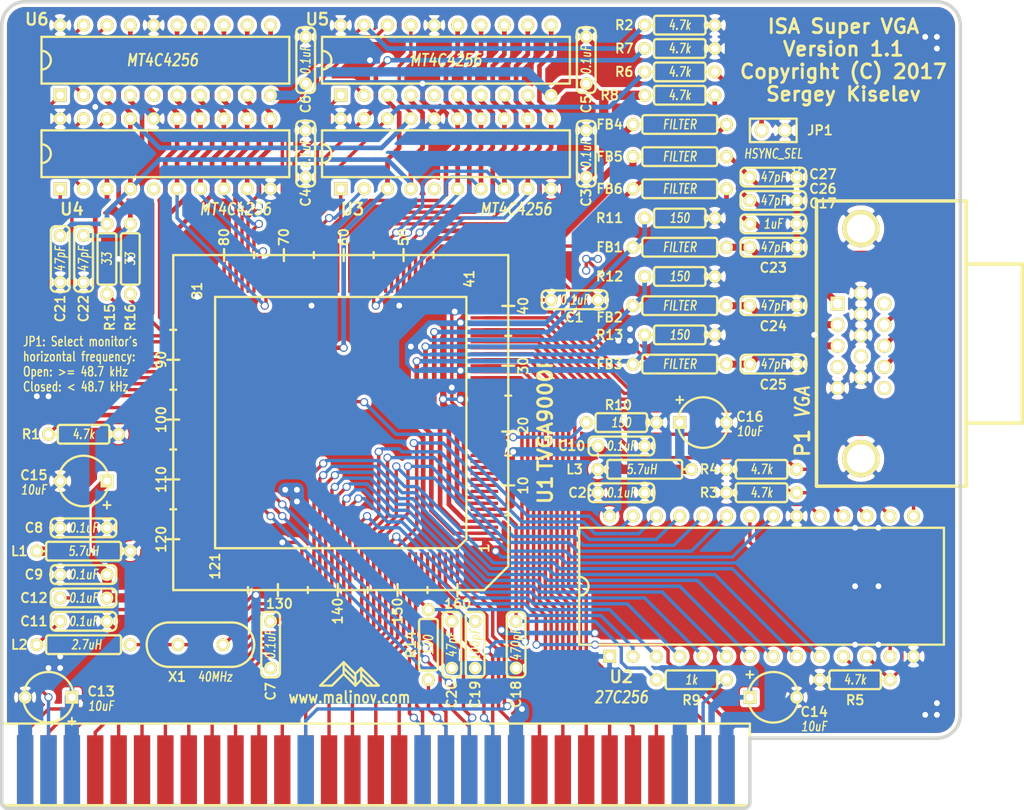
<source format=kicad_pcb>
(kicad_pcb (version 20171130) (host pcbnew "(5.1.8)-1")
  (title_block (date "6 apr 2013"))
  (layers (0 Front signal) (31 Back signal) (34 B.Paste user) (35 F.Paste user) (36 B.SilkS user) (37 F.SilkS user) (38 B.Mask user) (39 F.Mask user) (44 Edge.Cuts user))
  (net 0 "")
  (net 1 /A0)
  (net 2 /A1)
  (net 3 /A10)
  (net 4 /A11)
  (net 5 /A12)
  (net 6 /A13)
  (net 7 /A14)
  (net 8 /A15)
  (net 9 /A16)
  (net 10 /A17)
  (net 11 /A18)
  (net 12 /A19)
  (net 13 /A2)
  (net 14 /A3)
  (net 15 /A4)
  (net 16 /A5)
  (net 17 /A6)
  (net 18 /A7)
  (net 19 /A8)
  (net 20 /A9)
  (net 21 /AEN)
  (net 22 /AVDD1)
  (net 23 /AVDD2)
  (net 24 /B)
  (net 25 /BLUE)
  (net 26 /D0)
  (net 27 /D1)
  (net 28 /D2)
  (net 29 /D3)
  (net 30 /D4)
  (net 31 /D5)
  (net 32 /D6)
  (net 33 /D7)
  (net 34 /G)
  (net 35 /GREEN)
  (net 36 /HSYNC)
  (net 37 /IOCHRDY)
  (net 38 /MAA0)
  (net 39 /MAA1)
  (net 40 /MAA2)
  (net 41 /MAA3)
  (net 42 /MAA4)
  (net 43 /MAA5)
  (net 44 /MAA6)
  (net 45 /MAA7)
  (net 46 /MAA8)
  (net 47 /MAB0)
  (net 48 /MAB1)
  (net 49 /MAB2)
  (net 50 /MAB3)
  (net 51 /MAB4)
  (net 52 /MAB5)
  (net 53 /MAB6)
  (net 54 /MAB7)
  (net 55 /MAB8)
  (net 56 /MD0)
  (net 57 /MD1)
  (net 58 /MD16)
  (net 59 /MD17)
  (net 60 /MD18)
  (net 61 /MD19)
  (net 62 /MD2)
  (net 63 /MD20)
  (net 64 /MD21)
  (net 65 /MD22)
  (net 66 /MD23)
  (net 67 /MD3)
  (net 68 /MD4)
  (net 69 /MD5)
  (net 70 /MD6)
  (net 71 /MD7)
  (net 72 /MONITOR)
  (net 73 /OSC)
  (net 74 /R)
  (net 75 /RED)
  (net 76 /RESET)
  (net 77 /RMD0)
  (net 78 /RMD1)
  (net 79 /RMD2)
  (net 80 /RMD3)
  (net 81 /RMD4)
  (net 82 /RMD5)
  (net 83 /RMD6)
  (net 84 /RMD7)
  (net 85 /ROMA0)
  (net 86 /VSYNC)
  (net 87 /~CAS)
  (net 88 /~IOR)
  (net 89 /~IOW)
  (net 90 /~MEMR)
  (net 91 /~MEMW)
  (net 92 /~NMI)
  (net 93 /~RAS)
  (net 94 /~REFRESH)
  (net 95 /~ROMCS)
  (net 96 /~WE0)
  (net 97 /~WE2)
  (net 98 GND)
  (net 99 VCC)
  (net 100 "Net-(C11-Pad1)")
  (net 101 "Net-(C12-Pad2)")
  (net 102 "Net-(C17-Pad1)")
  (net 103 "Net-(C18-Pad1)")
  (net 104 "Net-(C19-Pad1)")
  (net 105 "Net-(C26-Pad1)")
  (net 106 "Net-(C27-Pad1)")
  (net 107 "Net-(JP1-Pad1)")
  (net 108 "Net-(L2-Pad2)")
  (net 109 "Net-(P1-Pad4)")
  (net 110 "Net-(P1-Pad9)")
  (net 111 "Net-(P1-Pad11)")
  (net 112 "Net-(P1-Pad15)")
  (net 113 "Net-(R1-Pad1)")
  (net 114 "Net-(R15-Pad1)")
  (net 115 "Net-(R16-Pad1)")
  (net 116 "Net-(U1-Pad9)")
  (net 117 "Net-(U1-Pad10)")
  (net 118 "Net-(U1-Pad11)")
  (net 119 "Net-(U1-Pad12)")
  (net 120 "Net-(U1-Pad14)")
  (net 121 "Net-(U1-Pad15)")
  (net 122 "Net-(U1-Pad16)")
  (net 123 "Net-(U1-Pad17)")
  (net 124 "Net-(U1-Pad20)")
  (net 125 "Net-(U1-Pad99)")
  (net 126 "Net-(U1-Pad100)")
  (net 127 "Net-(U1-Pad103)")
  (net 128 "Net-(U1-Pad104)")
  (net 129 "Net-(U1-Pad105)")
  (net 130 "Net-(U1-Pad106)")
  (net 131 "Net-(U1-Pad107)")
  (net 132 "Net-(U1-Pad108)")
  (net 133 "Net-(U1-Pad109)")
  (net 134 "Net-(U1-Pad110)")
  (net 135 "Net-(U1-Pad111)")
  (net 136 "Net-(U1-Pad112)")
  (net 137 "Net-(U1-Pad116)")
  (net 138 "Net-(U1-Pad117)")
  (net 139 "Net-(U1-Pad118)")
  (net 140 "Net-(U1-Pad119)")
  (net 141 "Net-(U1-Pad63)")
  (net 142 "Net-(U1-Pad44)")
  (net 143 "Net-(U1-Pad123)")
  (net 144 "Net-(U1-Pad127)")
  (net 145 "Net-(U1-Pad129)")
  (net 146 "Net-(U1-Pad132)")
  (net 147 "Net-(U1-Pad133)")
  (net 148 "Net-(U1-Pad159)")
  (net 149 "Net-(U3-Pad5)")
  (net 150 "Net-(U4-Pad5)")
  (net 151 "Net-(U5-Pad5)")
  (net 152 "Net-(U6-Pad5)")
  (net 153 "Net-(R10-Pad1)")
  (module DIP28_600 (layer Front) (at 184.15 110.49)
    (fp_text reference U2 (at -15.24 9.8425) (layer F.SilkS) (effects (font (size 1.27 1.27) (thickness 0.254))))
    (fp_text value 27C256 (at -15.24 12.065) (layer F.SilkS) (effects (font (size 1.27 1.016) (thickness 0.2032) italic)))
    (pad 1 thru_hole rect (at -16.51 7.62) (size 1.397 1.397) (drill 0.8128) (layers *.Cu *.Mask F.SilkS) (net 99 VCC))
    (pad 2 thru_hole circle (at -13.97 7.62) (size 1.397 1.397) (drill 0.8128) (layers *.Cu *.Mask F.SilkS) (net 6 /A13))
    (pad 3 thru_hole circle (at -11.43 7.62) (size 1.397 1.397) (drill 0.8128) (layers *.Cu *.Mask F.SilkS) (net 19 /A8))
    (pad 4 thru_hole circle (at -8.89 7.62) (size 1.397 1.397) (drill 0.8128) (layers *.Cu *.Mask F.SilkS) (net 18 /A7))
    (pad 5 thru_hole circle (at -6.35 7.62) (size 1.397 1.397) (drill 0.8128) (layers *.Cu *.Mask F.SilkS) (net 17 /A6))
    (pad 6 thru_hole circle (at -3.81 7.62) (size 1.397 1.397) (drill 0.8128) (layers *.Cu *.Mask F.SilkS) (net 16 /A5))
    (pad 7 thru_hole circle (at -1.27 7.62) (size 1.397 1.397) (drill 0.8128) (layers *.Cu *.Mask F.SilkS) (net 15 /A4))
    (pad 8 thru_hole circle (at 1.27 7.62) (size 1.397 1.397) (drill 0.8128) (layers *.Cu *.Mask F.SilkS) (net 14 /A3))
    (pad 9 thru_hole circle (at 3.81 7.62) (size 1.397 1.397) (drill 0.8128) (layers *.Cu *.Mask F.SilkS) (net 13 /A2))
    (pad 10 thru_hole circle (at 6.35 7.62) (size 1.397 1.397) (drill 0.8128) (layers *.Cu *.Mask F.SilkS) (net 2 /A1))
    (pad 11 thru_hole circle (at 8.89 7.62) (size 1.397 1.397) (drill 0.8128) (layers *.Cu *.Mask F.SilkS) (net 77 /RMD0))
    (pad 12 thru_hole circle (at 11.43 7.62) (size 1.397 1.397) (drill 0.8128) (layers *.Cu *.Mask F.SilkS) (net 78 /RMD1))
    (pad 13 thru_hole circle (at 13.97 7.62) (size 1.397 1.397) (drill 0.8128) (layers *.Cu *.Mask F.SilkS) (net 79 /RMD2))
    (pad 14 thru_hole circle (at 16.51 7.62) (size 1.397 1.397) (drill 0.8128) (layers *.Cu *.Mask F.SilkS) (net 98 GND))
    (pad 15 thru_hole circle (at 16.51 -7.62) (size 1.397 1.397) (drill 0.8128) (layers *.Cu *.Mask F.SilkS) (net 80 /RMD3))
    (pad 16 thru_hole circle (at 13.97 -7.62) (size 1.397 1.397) (drill 0.8128) (layers *.Cu *.Mask F.SilkS) (net 81 /RMD4))
    (pad 17 thru_hole circle (at 11.43 -7.62) (size 1.397 1.397) (drill 0.8128) (layers *.Cu *.Mask F.SilkS) (net 82 /RMD5))
    (pad 18 thru_hole circle (at 8.89 -7.62) (size 1.397 1.397) (drill 0.8128) (layers *.Cu *.Mask F.SilkS) (net 83 /RMD6))
    (pad 19 thru_hole circle (at 6.35 -7.62) (size 1.397 1.397) (drill 0.8128) (layers *.Cu *.Mask F.SilkS) (net 84 /RMD7))
    (pad 20 thru_hole circle (at 3.81 -7.62) (size 1.397 1.397) (drill 0.8128) (layers *.Cu *.Mask F.SilkS) (net 98 GND))
    (pad 21 thru_hole circle (at 1.27 -7.62) (size 1.397 1.397) (drill 0.8128) (layers *.Cu *.Mask F.SilkS) (net 4 /A11))
    (pad 22 thru_hole circle (at -1.27 -7.62) (size 1.397 1.397) (drill 0.8128) (layers *.Cu *.Mask F.SilkS) (net 95 /~ROMCS))
    (pad 23 thru_hole circle (at -3.81 -7.62) (size 1.397 1.397) (drill 0.8128) (layers *.Cu *.Mask F.SilkS) (net 5 /A12))
    (pad 24 thru_hole circle (at -6.35 -7.62) (size 1.397 1.397) (drill 0.8128) (layers *.Cu *.Mask F.SilkS) (net 3 /A10))
    (pad 25 thru_hole circle (at -8.89 -7.62) (size 1.397 1.397) (drill 0.8128) (layers *.Cu *.Mask F.SilkS) (net 20 /A9))
    (pad 26 thru_hole circle (at -11.43 -7.62) (size 1.397 1.397) (drill 0.8128) (layers *.Cu *.Mask F.SilkS) (net 7 /A14))
    (pad 27 thru_hole circle (at -13.97 -7.62) (size 1.397 1.397) (drill 0.8128) (layers *.Cu *.Mask F.SilkS) (net 85 /ROMA0))
    (pad 28 thru_hole circle (at -16.51 -7.62) (size 1.397 1.397) (drill 0.8128) (layers *.Cu *.Mask F.SilkS) (net 99 VCC))
  )
  (module Res_762 (layer Front) (at 113.03 74.93 90)
    (fp_text reference R15 (at -6.35 0.3175 90) (layer F.SilkS) (effects (font (size 1.016 1.016) (thickness 0.2032))))
    (fp_text value 33 (at 0 0 90) (layer F.SilkS) (effects (font (size 1.016 0.762) (thickness 0.1524) italic)))
    (pad 1 thru_hole circle (at -3.81 0 90) (size 1.397 1.397) (drill 0.8128) (layers *.Cu *.Mask F.SilkS) (net 114 "Net-(R15-Pad1)"))
    (pad 2 thru_hole circle (at 3.81 0 90) (size 1.397 1.397) (drill 0.8128) (layers *.Cu *.Mask F.SilkS) (net 93 /~RAS))
  )
  (module Res_762 (layer Front) (at 175.26 52.07)
    (fp_text reference R7 (at -6.0325 0) (layer F.SilkS) (effects (font (size 1.016 1.016) (thickness 0.2032))))
    (fp_text value 4.7k (at 0 0) (layer F.SilkS) (effects (font (size 1.016 0.762) (thickness 0.1524) italic)))
    (pad 1 thru_hole circle (at -3.81 0) (size 1.397 1.397) (drill 0.8128) (layers *.Cu *.Mask F.SilkS) (net 67 /MD3))
    (pad 2 thru_hole circle (at 3.81 0) (size 1.397 1.397) (drill 0.8128) (layers *.Cu *.Mask F.SilkS) (net 98 GND))
  )
  (module Res_762 (layer Front) (at 175.26 57.15 180)
    (fp_text reference R8 (at 7.62 0 180) (layer F.SilkS) (effects (font (size 1.016 1.016) (thickness 0.2032))))
    (fp_text value 4.7k (at 0 0 180) (layer F.SilkS) (effects (font (size 1.016 0.762) (thickness 0.1524) italic)))
    (pad 1 thru_hole circle (at -3.81 0 180) (size 1.397 1.397) (drill 0.8128) (layers *.Cu *.Mask F.SilkS) (net 72 /MONITOR))
    (pad 2 thru_hole circle (at 3.81 0 180) (size 1.397 1.397) (drill 0.8128) (layers *.Cu *.Mask F.SilkS) (net 99 VCC))
  )
  (module Res_762 (layer Front) (at 176.53 120.65 180)
    (fp_text reference R9 (at 0 -2.2225 180) (layer F.SilkS) (effects (font (size 1.016 1.016) (thickness 0.2032))))
    (fp_text value 1k (at 0 0 180) (layer F.SilkS) (effects (font (size 1.016 0.762) (thickness 0.1524) italic)))
    (pad 1 thru_hole circle (at -3.81 0 180) (size 1.397 1.397) (drill 0.8128) (layers *.Cu *.Mask F.SilkS) (net 76 /RESET))
    (pad 2 thru_hole circle (at 3.81 0 180) (size 1.397 1.397) (drill 0.8128) (layers *.Cu *.Mask F.SilkS) (net 103 "Net-(C18-Pad1)"))
  )
  (module Res_762 (layer Front) (at 175.26 54.61)
    (fp_text reference R6 (at -6.0325 0) (layer F.SilkS) (effects (font (size 1.016 1.016) (thickness 0.2032))))
    (fp_text value 4.7k (at 0 0) (layer F.SilkS) (effects (font (size 1.016 0.762) (thickness 0.1524) italic)))
    (pad 1 thru_hole circle (at -3.81 0) (size 1.397 1.397) (drill 0.8128) (layers *.Cu *.Mask F.SilkS) (net 62 /MD2))
    (pad 2 thru_hole circle (at 3.81 0) (size 1.397 1.397) (drill 0.8128) (layers *.Cu *.Mask F.SilkS) (net 107 "Net-(JP1-Pad1)"))
  )
  (module Res_762 (layer Front) (at 168.91 92.71)
    (fp_text reference R10 (at -0.3175 -1.905) (layer F.SilkS) (effects (font (size 1.016 1.016) (thickness 0.2032))))
    (fp_text value 150 (at 0 0) (layer F.SilkS) (effects (font (size 1.016 0.762) (thickness 0.1524) italic)))
    (pad 1 thru_hole circle (at -3.81 0) (size 1.397 1.397) (drill 0.8128) (layers *.Cu *.Mask F.SilkS) (net 153 "Net-(R10-Pad1)"))
    (pad 2 thru_hole circle (at 3.81 0) (size 1.397 1.397) (drill 0.8128) (layers *.Cu *.Mask F.SilkS) (net 98 GND))
  )
  (module Res_762 (layer Front) (at 175.26 70.485)
    (fp_text reference R11 (at -7.62 0) (layer F.SilkS) (effects (font (size 1.016 1.016) (thickness 0.2032))))
    (fp_text value 150 (at 0 0) (layer F.SilkS) (effects (font (size 1.016 0.762) (thickness 0.1524) italic)))
    (pad 1 thru_hole circle (at -3.81 0) (size 1.397 1.397) (drill 0.8128) (layers *.Cu *.Mask F.SilkS) (net 74 /R))
    (pad 2 thru_hole circle (at 3.81 0) (size 1.397 1.397) (drill 0.8128) (layers *.Cu *.Mask F.SilkS) (net 98 GND))
  )
  (module Res_762 (layer Front) (at 175.26 76.835)
    (fp_text reference R12 (at -7.62 0) (layer F.SilkS) (effects (font (size 1.016 1.016) (thickness 0.2032))))
    (fp_text value 150 (at 0 0) (layer F.SilkS) (effects (font (size 1.016 0.762) (thickness 0.1524) italic)))
    (pad 1 thru_hole circle (at -3.81 0) (size 1.397 1.397) (drill 0.8128) (layers *.Cu *.Mask F.SilkS) (net 34 /G))
    (pad 2 thru_hole circle (at 3.81 0) (size 1.397 1.397) (drill 0.8128) (layers *.Cu *.Mask F.SilkS) (net 98 GND))
  )
  (module Res_762 (layer Front) (at 175.26 83.185)
    (fp_text reference R13 (at -7.62 0) (layer F.SilkS) (effects (font (size 1.016 1.016) (thickness 0.2032))))
    (fp_text value 150 (at 0 0) (layer F.SilkS) (effects (font (size 1.016 0.762) (thickness 0.1524) italic)))
    (pad 1 thru_hole circle (at -3.81 0) (size 1.397 1.397) (drill 0.8128) (layers *.Cu *.Mask F.SilkS) (net 24 /B))
    (pad 2 thru_hole circle (at 3.81 0) (size 1.397 1.397) (drill 0.8128) (layers *.Cu *.Mask F.SilkS) (net 98 GND))
  )
  (module Res_762 (layer Front) (at 147.955 116.84 90)
    (fp_text reference R14 (at 0 -1.905 90) (layer F.SilkS) (effects (font (size 1.016 1.016) (thickness 0.2032))))
    (fp_text value 100 (at 0 0 90) (layer F.SilkS) (effects (font (size 1.016 0.762) (thickness 0.1524) italic)))
    (pad 1 thru_hole circle (at -3.81 0 90) (size 1.397 1.397) (drill 0.8128) (layers *.Cu *.Mask F.SilkS) (net 89 /~IOW))
    (pad 2 thru_hole circle (at 3.81 0 90) (size 1.397 1.397) (drill 0.8128) (layers *.Cu *.Mask F.SilkS) (net 104 "Net-(C19-Pad1)"))
  )
  (module Res_762 (layer Front) (at 115.57 74.93 90)
    (fp_text reference R16 (at -6.35 0 90) (layer F.SilkS) (effects (font (size 1.016 1.016) (thickness 0.2032))))
    (fp_text value 33 (at 0 0 90) (layer F.SilkS) (effects (font (size 1.016 0.762) (thickness 0.1524) italic)))
    (pad 1 thru_hole circle (at -3.81 0 90) (size 1.397 1.397) (drill 0.8128) (layers *.Cu *.Mask F.SilkS) (net 115 "Net-(R16-Pad1)"))
    (pad 2 thru_hole circle (at 3.81 0 90) (size 1.397 1.397) (drill 0.8128) (layers *.Cu *.Mask F.SilkS) (net 87 /~CAS))
  )
  (module Res_762 (layer Front) (at 194.31 120.65 180)
    (fp_text reference R5 (at 0 -2.2225 180) (layer F.SilkS) (effects (font (size 1.016 1.016) (thickness 0.2032))))
    (fp_text value 4.7k (at 0 0 180) (layer F.SilkS) (effects (font (size 1.016 0.762) (thickness 0.1524) italic)))
    (pad 1 thru_hole circle (at -3.81 0 180) (size 1.397 1.397) (drill 0.8128) (layers *.Cu *.Mask F.SilkS) (net 78 /RMD1))
    (pad 2 thru_hole circle (at 3.81 0 180) (size 1.397 1.397) (drill 0.8128) (layers *.Cu *.Mask F.SilkS) (net 98 GND))
  )
  (module Res_762 (layer Front) (at 184.15 97.79 180)
    (fp_text reference R4 (at 5.715 0 180) (layer F.SilkS) (effects (font (size 1.016 1.016) (thickness 0.2032))))
    (fp_text value 4.7k (at 0 0 180) (layer F.SilkS) (effects (font (size 1.016 0.762) (thickness 0.1524) italic)))
    (pad 1 thru_hole circle (at -3.81 0 180) (size 1.397 1.397) (drill 0.8128) (layers *.Cu *.Mask F.SilkS) (net 81 /RMD4))
    (pad 2 thru_hole circle (at 3.81 0 180) (size 1.397 1.397) (drill 0.8128) (layers *.Cu *.Mask F.SilkS) (net 98 GND))
  )
  (module Res_762 (layer Front) (at 184.15 100.33 180)
    (fp_text reference R3 (at 5.715 0 180) (layer F.SilkS) (effects (font (size 1.016 1.016) (thickness 0.2032))))
    (fp_text value 4.7k (at 0 0 180) (layer F.SilkS) (effects (font (size 1.016 0.762) (thickness 0.1524) italic)))
    (pad 1 thru_hole circle (at -3.81 0 180) (size 1.397 1.397) (drill 0.8128) (layers *.Cu *.Mask F.SilkS) (net 83 /RMD6))
    (pad 2 thru_hole circle (at 3.81 0 180) (size 1.397 1.397) (drill 0.8128) (layers *.Cu *.Mask F.SilkS) (net 98 GND))
  )
  (module Res_762 (layer Front) (at 175.26 49.53)
    (fp_text reference R2 (at -6.0325 0) (layer F.SilkS) (effects (font (size 1.016 1.016) (thickness 0.2032))))
    (fp_text value 4.7k (at 0 0) (layer F.SilkS) (effects (font (size 1.016 0.762) (thickness 0.1524) italic)))
    (pad 1 thru_hole circle (at -3.81 0) (size 1.397 1.397) (drill 0.8128) (layers *.Cu *.Mask F.SilkS) (net 71 /MD7))
    (pad 2 thru_hole circle (at 3.81 0) (size 1.397 1.397) (drill 0.8128) (layers *.Cu *.Mask F.SilkS) (net 98 GND))
  )
  (module Res_762 (layer Front) (at 110.49 93.98)
    (fp_text reference R1 (at -5.715 0) (layer F.SilkS) (effects (font (size 1.016 1.016) (thickness 0.2032))))
    (fp_text value 4.7k (at 0 0) (layer F.SilkS) (effects (font (size 1.016 0.762) (thickness 0.1524) italic)))
    (pad 1 thru_hole circle (at -3.81 0) (size 1.397 1.397) (drill 0.8128) (layers *.Cu *.Mask F.SilkS) (net 113 "Net-(R1-Pad1)"))
    (pad 2 thru_hole circle (at 3.81 0) (size 1.397 1.397) (drill 0.8128) (layers *.Cu *.Mask F.SilkS) (net 99 VCC))
  )
  (module DIP20_300 (layer Front) (at 149.86 53.34)
    (fp_text reference U5 (at -13.97 -4.445) (layer F.SilkS) (effects (font (size 1.27 1.27) (thickness 0.254))))
    (fp_text value MT4C4256 (at 0 0) (layer F.SilkS) (effects (font (size 1.27 1.016) (thickness 0.2032) italic)))
    (pad 1 thru_hole rect (at -11.43 3.81) (size 1.397 1.397) (drill 0.8128) (layers *.Cu *.Mask F.SilkS) (net 68 /MD4))
    (pad 2 thru_hole circle (at -8.89 3.81) (size 1.397 1.397) (drill 0.8128) (layers *.Cu *.Mask F.SilkS) (net 69 /MD5))
    (pad 3 thru_hole circle (at -6.35 3.81) (size 1.397 1.397) (drill 0.8128) (layers *.Cu *.Mask F.SilkS) (net 96 /~WE0))
    (pad 4 thru_hole circle (at -3.81 3.81) (size 1.397 1.397) (drill 0.8128) (layers *.Cu *.Mask F.SilkS) (net 93 /~RAS))
    (pad 5 thru_hole circle (at -1.27 3.81) (size 1.397 1.397) (drill 0.8128) (layers *.Cu *.Mask F.SilkS) (net 151 "Net-(U5-Pad5)"))
    (pad 6 thru_hole circle (at 1.27 3.81) (size 1.397 1.397) (drill 0.8128) (layers *.Cu *.Mask F.SilkS) (net 38 /MAA0))
    (pad 7 thru_hole circle (at 3.81 3.81) (size 1.397 1.397) (drill 0.8128) (layers *.Cu *.Mask F.SilkS) (net 39 /MAA1))
    (pad 8 thru_hole circle (at 6.35 3.81) (size 1.397 1.397) (drill 0.8128) (layers *.Cu *.Mask F.SilkS) (net 40 /MAA2))
    (pad 9 thru_hole circle (at 8.89 3.81) (size 1.397 1.397) (drill 0.8128) (layers *.Cu *.Mask F.SilkS) (net 41 /MAA3))
    (pad 10 thru_hole circle (at 11.43 3.81) (size 1.397 1.397) (drill 0.8128) (layers *.Cu *.Mask F.SilkS) (net 99 VCC))
    (pad 11 thru_hole circle (at 11.43 -3.81) (size 1.397 1.397) (drill 0.8128) (layers *.Cu *.Mask F.SilkS) (net 42 /MAA4))
    (pad 12 thru_hole circle (at 8.89 -3.81) (size 1.397 1.397) (drill 0.8128) (layers *.Cu *.Mask F.SilkS) (net 43 /MAA5))
    (pad 13 thru_hole circle (at 6.35 -3.81) (size 1.397 1.397) (drill 0.8128) (layers *.Cu *.Mask F.SilkS) (net 44 /MAA6))
    (pad 14 thru_hole circle (at 3.81 -3.81) (size 1.397 1.397) (drill 0.8128) (layers *.Cu *.Mask F.SilkS) (net 45 /MAA7))
    (pad 15 thru_hole circle (at 1.27 -3.81) (size 1.397 1.397) (drill 0.8128) (layers *.Cu *.Mask F.SilkS) (net 46 /MAA8))
    (pad 16 thru_hole circle (at -1.27 -3.81) (size 1.397 1.397) (drill 0.8128) (layers *.Cu *.Mask F.SilkS) (net 98 GND))
    (pad 17 thru_hole circle (at -3.81 -3.81) (size 1.397 1.397) (drill 0.8128) (layers *.Cu *.Mask F.SilkS) (net 87 /~CAS))
    (pad 18 thru_hole circle (at -6.35 -3.81) (size 1.397 1.397) (drill 0.8128) (layers *.Cu *.Mask F.SilkS) (net 70 /MD6))
    (pad 19 thru_hole circle (at -8.89 -3.81) (size 1.397 1.397) (drill 0.8128) (layers *.Cu *.Mask F.SilkS) (net 71 /MD7))
    (pad 20 thru_hole circle (at -11.43 -3.81) (size 1.397 1.397) (drill 0.8128) (layers *.Cu *.Mask F.SilkS) (net 98 GND))
  )
  (module DIP20_300 (layer Front) (at 119.38 53.34)
    (fp_text reference U6 (at -13.97 -4.445) (layer F.SilkS) (effects (font (size 1.27 1.27) (thickness 0.254))))
    (fp_text value MT4C4256 (at -0.3175 0) (layer F.SilkS) (effects (font (size 1.27 1.016) (thickness 0.2032) italic)))
    (pad 1 thru_hole rect (at -11.43 3.81) (size 1.397 1.397) (drill 0.8128) (layers *.Cu *.Mask F.SilkS) (net 63 /MD20))
    (pad 2 thru_hole circle (at -8.89 3.81) (size 1.397 1.397) (drill 0.8128) (layers *.Cu *.Mask F.SilkS) (net 64 /MD21))
    (pad 3 thru_hole circle (at -6.35 3.81) (size 1.397 1.397) (drill 0.8128) (layers *.Cu *.Mask F.SilkS) (net 97 /~WE2))
    (pad 4 thru_hole circle (at -3.81 3.81) (size 1.397 1.397) (drill 0.8128) (layers *.Cu *.Mask F.SilkS) (net 93 /~RAS))
    (pad 5 thru_hole circle (at -1.27 3.81) (size 1.397 1.397) (drill 0.8128) (layers *.Cu *.Mask F.SilkS) (net 152 "Net-(U6-Pad5)"))
    (pad 6 thru_hole circle (at 1.27 3.81) (size 1.397 1.397) (drill 0.8128) (layers *.Cu *.Mask F.SilkS) (net 47 /MAB0))
    (pad 7 thru_hole circle (at 3.81 3.81) (size 1.397 1.397) (drill 0.8128) (layers *.Cu *.Mask F.SilkS) (net 48 /MAB1))
    (pad 8 thru_hole circle (at 6.35 3.81) (size 1.397 1.397) (drill 0.8128) (layers *.Cu *.Mask F.SilkS) (net 49 /MAB2))
    (pad 9 thru_hole circle (at 8.89 3.81) (size 1.397 1.397) (drill 0.8128) (layers *.Cu *.Mask F.SilkS) (net 50 /MAB3))
    (pad 10 thru_hole circle (at 11.43 3.81) (size 1.397 1.397) (drill 0.8128) (layers *.Cu *.Mask F.SilkS) (net 99 VCC))
    (pad 11 thru_hole circle (at 11.43 -3.81) (size 1.397 1.397) (drill 0.8128) (layers *.Cu *.Mask F.SilkS) (net 51 /MAB4))
    (pad 12 thru_hole circle (at 8.89 -3.81) (size 1.397 1.397) (drill 0.8128) (layers *.Cu *.Mask F.SilkS) (net 52 /MAB5))
    (pad 13 thru_hole circle (at 6.35 -3.81) (size 1.397 1.397) (drill 0.8128) (layers *.Cu *.Mask F.SilkS) (net 53 /MAB6))
    (pad 14 thru_hole circle (at 3.81 -3.81) (size 1.397 1.397) (drill 0.8128) (layers *.Cu *.Mask F.SilkS) (net 54 /MAB7))
    (pad 15 thru_hole circle (at 1.27 -3.81) (size 1.397 1.397) (drill 0.8128) (layers *.Cu *.Mask F.SilkS) (net 55 /MAB8))
    (pad 16 thru_hole circle (at -1.27 -3.81) (size 1.397 1.397) (drill 0.8128) (layers *.Cu *.Mask F.SilkS) (net 98 GND))
    (pad 17 thru_hole circle (at -3.81 -3.81) (size 1.397 1.397) (drill 0.8128) (layers *.Cu *.Mask F.SilkS) (net 87 /~CAS))
    (pad 18 thru_hole circle (at -6.35 -3.81) (size 1.397 1.397) (drill 0.8128) (layers *.Cu *.Mask F.SilkS) (net 65 /MD22))
    (pad 19 thru_hole circle (at -8.89 -3.81) (size 1.397 1.397) (drill 0.8128) (layers *.Cu *.Mask F.SilkS) (net 66 /MD23))
    (pad 20 thru_hole circle (at -11.43 -3.81) (size 1.397 1.397) (drill 0.8128) (layers *.Cu *.Mask F.SilkS) (net 98 GND))
  )
  (module DIP20_300 (layer Front) (at 149.86 63.5)
    (fp_text reference U3 (at -10.16 6.0325) (layer F.SilkS) (effects (font (size 1.27 1.27) (thickness 0.254))))
    (fp_text value MT4C4256 (at 7.62 6.0325) (layer F.SilkS) (effects (font (size 1.27 1.016) (thickness 0.2032) italic)))
    (pad 1 thru_hole rect (at -11.43 3.81) (size 1.397 1.397) (drill 0.8128) (layers *.Cu *.Mask F.SilkS) (net 56 /MD0))
    (pad 2 thru_hole circle (at -8.89 3.81) (size 1.397 1.397) (drill 0.8128) (layers *.Cu *.Mask F.SilkS) (net 57 /MD1))
    (pad 3 thru_hole circle (at -6.35 3.81) (size 1.397 1.397) (drill 0.8128) (layers *.Cu *.Mask F.SilkS) (net 96 /~WE0))
    (pad 4 thru_hole circle (at -3.81 3.81) (size 1.397 1.397) (drill 0.8128) (layers *.Cu *.Mask F.SilkS) (net 93 /~RAS))
    (pad 5 thru_hole circle (at -1.27 3.81) (size 1.397 1.397) (drill 0.8128) (layers *.Cu *.Mask F.SilkS) (net 149 "Net-(U3-Pad5)"))
    (pad 6 thru_hole circle (at 1.27 3.81) (size 1.397 1.397) (drill 0.8128) (layers *.Cu *.Mask F.SilkS) (net 38 /MAA0))
    (pad 7 thru_hole circle (at 3.81 3.81) (size 1.397 1.397) (drill 0.8128) (layers *.Cu *.Mask F.SilkS) (net 39 /MAA1))
    (pad 8 thru_hole circle (at 6.35 3.81) (size 1.397 1.397) (drill 0.8128) (layers *.Cu *.Mask F.SilkS) (net 40 /MAA2))
    (pad 9 thru_hole circle (at 8.89 3.81) (size 1.397 1.397) (drill 0.8128) (layers *.Cu *.Mask F.SilkS) (net 41 /MAA3))
    (pad 10 thru_hole circle (at 11.43 3.81) (size 1.397 1.397) (drill 0.8128) (layers *.Cu *.Mask F.SilkS) (net 99 VCC))
    (pad 11 thru_hole circle (at 11.43 -3.81) (size 1.397 1.397) (drill 0.8128) (layers *.Cu *.Mask F.SilkS) (net 42 /MAA4))
    (pad 12 thru_hole circle (at 8.89 -3.81) (size 1.397 1.397) (drill 0.8128) (layers *.Cu *.Mask F.SilkS) (net 43 /MAA5))
    (pad 13 thru_hole circle (at 6.35 -3.81) (size 1.397 1.397) (drill 0.8128) (layers *.Cu *.Mask F.SilkS) (net 44 /MAA6))
    (pad 14 thru_hole circle (at 3.81 -3.81) (size 1.397 1.397) (drill 0.8128) (layers *.Cu *.Mask F.SilkS) (net 45 /MAA7))
    (pad 15 thru_hole circle (at 1.27 -3.81) (size 1.397 1.397) (drill 0.8128) (layers *.Cu *.Mask F.SilkS) (net 46 /MAA8))
    (pad 16 thru_hole circle (at -1.27 -3.81) (size 1.397 1.397) (drill 0.8128) (layers *.Cu *.Mask F.SilkS) (net 98 GND))
    (pad 17 thru_hole circle (at -3.81 -3.81) (size 1.397 1.397) (drill 0.8128) (layers *.Cu *.Mask F.SilkS) (net 87 /~CAS))
    (pad 18 thru_hole circle (at -6.35 -3.81) (size 1.397 1.397) (drill 0.8128) (layers *.Cu *.Mask F.SilkS) (net 62 /MD2))
    (pad 19 thru_hole circle (at -8.89 -3.81) (size 1.397 1.397) (drill 0.8128) (layers *.Cu *.Mask F.SilkS) (net 67 /MD3))
    (pad 20 thru_hole circle (at -11.43 -3.81) (size 1.397 1.397) (drill 0.8128) (layers *.Cu *.Mask F.SilkS) (net 98 GND))
  )
  (module DIP20_300 (layer Front) (at 119.38 63.5)
    (fp_text reference U4 (at -10.16 6.0325) (layer F.SilkS) (effects (font (size 1.27 1.27) (thickness 0.254))))
    (fp_text value MT4C4256 (at 7.62 6.0325) (layer F.SilkS) (effects (font (size 1.27 1.016) (thickness 0.2032) italic)))
    (pad 1 thru_hole rect (at -11.43 3.81) (size 1.397 1.397) (drill 0.8128) (layers *.Cu *.Mask F.SilkS) (net 58 /MD16))
    (pad 2 thru_hole circle (at -8.89 3.81) (size 1.397 1.397) (drill 0.8128) (layers *.Cu *.Mask F.SilkS) (net 59 /MD17))
    (pad 3 thru_hole circle (at -6.35 3.81) (size 1.397 1.397) (drill 0.8128) (layers *.Cu *.Mask F.SilkS) (net 97 /~WE2))
    (pad 4 thru_hole circle (at -3.81 3.81) (size 1.397 1.397) (drill 0.8128) (layers *.Cu *.Mask F.SilkS) (net 93 /~RAS))
    (pad 5 thru_hole circle (at -1.27 3.81) (size 1.397 1.397) (drill 0.8128) (layers *.Cu *.Mask F.SilkS) (net 150 "Net-(U4-Pad5)"))
    (pad 6 thru_hole circle (at 1.27 3.81) (size 1.397 1.397) (drill 0.8128) (layers *.Cu *.Mask F.SilkS) (net 47 /MAB0))
    (pad 7 thru_hole circle (at 3.81 3.81) (size 1.397 1.397) (drill 0.8128) (layers *.Cu *.Mask F.SilkS) (net 48 /MAB1))
    (pad 8 thru_hole circle (at 6.35 3.81) (size 1.397 1.397) (drill 0.8128) (layers *.Cu *.Mask F.SilkS) (net 49 /MAB2))
    (pad 9 thru_hole circle (at 8.89 3.81) (size 1.397 1.397) (drill 0.8128) (layers *.Cu *.Mask F.SilkS) (net 50 /MAB3))
    (pad 10 thru_hole circle (at 11.43 3.81) (size 1.397 1.397) (drill 0.8128) (layers *.Cu *.Mask F.SilkS) (net 99 VCC))
    (pad 11 thru_hole circle (at 11.43 -3.81) (size 1.397 1.397) (drill 0.8128) (layers *.Cu *.Mask F.SilkS) (net 51 /MAB4))
    (pad 12 thru_hole circle (at 8.89 -3.81) (size 1.397 1.397) (drill 0.8128) (layers *.Cu *.Mask F.SilkS) (net 52 /MAB5))
    (pad 13 thru_hole circle (at 6.35 -3.81) (size 1.397 1.397) (drill 0.8128) (layers *.Cu *.Mask F.SilkS) (net 53 /MAB6))
    (pad 14 thru_hole circle (at 3.81 -3.81) (size 1.397 1.397) (drill 0.8128) (layers *.Cu *.Mask F.SilkS) (net 54 /MAB7))
    (pad 15 thru_hole circle (at 1.27 -3.81) (size 1.397 1.397) (drill 0.8128) (layers *.Cu *.Mask F.SilkS) (net 55 /MAB8))
    (pad 16 thru_hole circle (at -1.27 -3.81) (size 1.397 1.397) (drill 0.8128) (layers *.Cu *.Mask F.SilkS) (net 98 GND))
    (pad 17 thru_hole circle (at -3.81 -3.81) (size 1.397 1.397) (drill 0.8128) (layers *.Cu *.Mask F.SilkS) (net 87 /~CAS))
    (pad 18 thru_hole circle (at -6.35 -3.81) (size 1.397 1.397) (drill 0.8128) (layers *.Cu *.Mask F.SilkS) (net 60 /MD18))
    (pad 19 thru_hole circle (at -8.89 -3.81) (size 1.397 1.397) (drill 0.8128) (layers *.Cu *.Mask F.SilkS) (net 61 /MD19))
    (pad 20 thru_hole circle (at -11.43 -3.81) (size 1.397 1.397) (drill 0.8128) (layers *.Cu *.Mask F.SilkS) (net 98 GND))
  )
  (module Cap_Tant_504 (layer Front) (at 110.49 99.06 180)
    (fp_text reference C15 (at 5.3975 0.635 180) (layer F.SilkS) (effects (font (size 1.016 1.016) (thickness 0.2032))))
    (fp_text value 10uF (at 5.3975 -0.9525 180) (layer F.SilkS) (effects (font (size 1.016 0.762) (thickness 0.1524) italic)))
    (fp_text user + (at -2.54 -2.54 180) (layer F.SilkS) (effects (font (size 1.016 1.016) (thickness 0.2032))))
    (pad 1 thru_hole rect (at -2.54 0 180) (size 1.397 1.397) (drill 0.8128) (layers *.Cu *.Mask F.SilkS) (net 22 /AVDD1))
    (pad 2 thru_hole circle (at 2.54 0 180) (size 1.397 1.397) (drill 0.8128) (layers *.Cu *.Mask F.SilkS) (net 98 GND))
  )
  (module Cap_Cer_504 (layer Front) (at 163.83 79.375)
    (fp_text reference C1 (at 0 1.905) (layer F.SilkS) (effects (font (size 1.016 1.016) (thickness 0.2032))))
    (fp_text value 0.1uF (at 0 0) (layer F.SilkS) (effects (font (size 1.016 0.762) (thickness 0.1524) italic)))
    (pad 1 thru_hole circle (at -2.54 0) (size 1.397 1.397) (drill 0.8128) (layers *.Cu *.Mask F.SilkS) (net 99 VCC))
    (pad 2 thru_hole circle (at 2.54 0) (size 1.397 1.397) (drill 0.8128) (layers *.Cu *.Mask F.SilkS) (net 98 GND))
  )
  (module Cap_Cer_504 (layer Front) (at 168.91 100.33)
    (fp_text reference C2 (at -4.7625 0) (layer F.SilkS) (effects (font (size 1.016 1.016) (thickness 0.2032))))
    (fp_text value 0.1uF (at 0 0) (layer F.SilkS) (effects (font (size 1.016 0.762) (thickness 0.1524) italic)))
    (pad 1 thru_hole circle (at -2.54 0) (size 1.397 1.397) (drill 0.8128) (layers *.Cu *.Mask F.SilkS) (net 99 VCC))
    (pad 2 thru_hole circle (at 2.54 0) (size 1.397 1.397) (drill 0.8128) (layers *.Cu *.Mask F.SilkS) (net 98 GND))
  )
  (module Cap_Cer_504 (layer Front) (at 165.1 63.5 90)
    (fp_text reference C3 (at -4.7625 0 90) (layer F.SilkS) (effects (font (size 1.016 1.016) (thickness 0.2032))))
    (fp_text value 0.1uF (at 0 0 90) (layer F.SilkS) (effects (font (size 1.016 0.762) (thickness 0.1524) italic)))
    (pad 1 thru_hole circle (at -2.54 0 90) (size 1.397 1.397) (drill 0.8128) (layers *.Cu *.Mask F.SilkS) (net 99 VCC))
    (pad 2 thru_hole circle (at 2.54 0 90) (size 1.397 1.397) (drill 0.8128) (layers *.Cu *.Mask F.SilkS) (net 98 GND))
  )
  (module Cap_Cer_504 (layer Front) (at 134.62 63.5 90)
    (fp_text reference C4 (at -4.7625 0 90) (layer F.SilkS) (effects (font (size 1.016 1.016) (thickness 0.2032))))
    (fp_text value 0.1uF (at 0 0 90) (layer F.SilkS) (effects (font (size 1.016 0.762) (thickness 0.1524) italic)))
    (pad 1 thru_hole circle (at -2.54 0 90) (size 1.397 1.397) (drill 0.8128) (layers *.Cu *.Mask F.SilkS) (net 99 VCC))
    (pad 2 thru_hole circle (at 2.54 0 90) (size 1.397 1.397) (drill 0.8128) (layers *.Cu *.Mask F.SilkS) (net 98 GND))
  )
  (module Cap_Cer_504 (layer Front) (at 134.62 53.34 90)
    (fp_text reference C6 (at -4.7625 0 90) (layer F.SilkS) (effects (font (size 1.016 1.016) (thickness 0.2032))))
    (fp_text value 0.1uF (at 0 0 90) (layer F.SilkS) (effects (font (size 1.016 0.762) (thickness 0.1524) italic)))
    (pad 1 thru_hole circle (at -2.54 0 90) (size 1.397 1.397) (drill 0.8128) (layers *.Cu *.Mask F.SilkS) (net 99 VCC))
    (pad 2 thru_hole circle (at 2.54 0 90) (size 1.397 1.397) (drill 0.8128) (layers *.Cu *.Mask F.SilkS) (net 98 GND))
  )
  (module Cap_Cer_504 (layer Front) (at 110.49 104.14 180)
    (fp_text reference C8 (at 5.3975 0 180) (layer F.SilkS) (effects (font (size 1.016 1.016) (thickness 0.2032))))
    (fp_text value 0.1uF (at 0 0 180) (layer F.SilkS) (effects (font (size 1.016 0.762) (thickness 0.1524) italic)))
    (pad 1 thru_hole circle (at -2.54 0 180) (size 1.397 1.397) (drill 0.8128) (layers *.Cu *.Mask F.SilkS) (net 99 VCC))
    (pad 2 thru_hole circle (at 2.54 0 180) (size 1.397 1.397) (drill 0.8128) (layers *.Cu *.Mask F.SilkS) (net 98 GND))
  )
  (module Cap_Cer_504 (layer Front) (at 110.49 109.22 180)
    (fp_text reference C9 (at 5.3975 0 180) (layer F.SilkS) (effects (font (size 1.016 1.016) (thickness 0.2032))))
    (fp_text value 0.1uF (at 0 0 180) (layer F.SilkS) (effects (font (size 1.016 0.762) (thickness 0.1524) italic)))
    (pad 1 thru_hole circle (at -2.54 0 180) (size 1.397 1.397) (drill 0.8128) (layers *.Cu *.Mask F.SilkS) (net 22 /AVDD1))
    (pad 2 thru_hole circle (at 2.54 0 180) (size 1.397 1.397) (drill 0.8128) (layers *.Cu *.Mask F.SilkS) (net 98 GND))
  )
  (module Cap_Cer_504 (layer Front) (at 168.91 95.25)
    (fp_text reference C10 (at -5.3975 0) (layer F.SilkS) (effects (font (size 1.016 1.016) (thickness 0.2032))))
    (fp_text value 0.1uF (at 0 0) (layer F.SilkS) (effects (font (size 1.016 0.762) (thickness 0.1524) italic)))
    (pad 1 thru_hole circle (at -2.54 0) (size 1.397 1.397) (drill 0.8128) (layers *.Cu *.Mask F.SilkS) (net 23 /AVDD2))
    (pad 2 thru_hole circle (at 2.54 0) (size 1.397 1.397) (drill 0.8128) (layers *.Cu *.Mask F.SilkS) (net 98 GND))
  )
  (module Cap_Cer_504 (layer Front) (at 110.49 114.3)
    (fp_text reference C11 (at -5.3975 0) (layer F.SilkS) (effects (font (size 1.016 1.016) (thickness 0.2032))))
    (fp_text value 0.1uF (at 0 0) (layer F.SilkS) (effects (font (size 1.016 0.762) (thickness 0.1524) italic)))
    (pad 1 thru_hole circle (at -2.54 0) (size 1.397 1.397) (drill 0.8128) (layers *.Cu *.Mask F.SilkS) (net 100 "Net-(C11-Pad1)"))
    (pad 2 thru_hole circle (at 2.54 0) (size 1.397 1.397) (drill 0.8128) (layers *.Cu *.Mask F.SilkS) (net 98 GND))
  )
  (module Cap_Cer_504 (layer Front) (at 110.49 111.76 180)
    (fp_text reference C12 (at 5.3975 0 180) (layer F.SilkS) (effects (font (size 1.016 1.016) (thickness 0.2032))))
    (fp_text value 0.1uF (at 0 0 180) (layer F.SilkS) (effects (font (size 1.016 0.762) (thickness 0.1524) italic)))
    (pad 1 thru_hole circle (at -2.54 0 180) (size 1.397 1.397) (drill 0.8128) (layers *.Cu *.Mask F.SilkS) (net 22 /AVDD1))
    (pad 2 thru_hole circle (at 2.54 0 180) (size 1.397 1.397) (drill 0.8128) (layers *.Cu *.Mask F.SilkS) (net 101 "Net-(C12-Pad2)"))
  )
  (module Cap_Cer_504 (layer Front) (at 185.42 71.12)
    (fp_text reference C17 (at 5.3975 -2.2225) (layer F.SilkS) (effects (font (size 1.016 1.016) (thickness 0.2032))))
    (fp_text value 1uF (at 0 0) (layer F.SilkS) (effects (font (size 1.016 0.762) (thickness 0.1524) italic)))
    (pad 1 thru_hole circle (at -2.54 0) (size 1.397 1.397) (drill 0.8128) (layers *.Cu *.Mask F.SilkS) (net 102 "Net-(C17-Pad1)"))
    (pad 2 thru_hole circle (at 2.54 0) (size 1.397 1.397) (drill 0.8128) (layers *.Cu *.Mask F.SilkS) (net 98 GND))
  )
  (module Cap_Cer_504 (layer Front) (at 157.48 116.84 270)
    (fp_text reference C18 (at 5.3975 0 270) (layer F.SilkS) (effects (font (size 1.016 1.016) (thickness 0.2032))))
    (fp_text value 470pF (at 0 0 270) (layer F.SilkS) (effects (font (size 1.016 0.762) (thickness 0.1524) italic)))
    (pad 1 thru_hole circle (at -2.54 0 270) (size 1.397 1.397) (drill 0.8128) (layers *.Cu *.Mask F.SilkS) (net 103 "Net-(C18-Pad1)"))
    (pad 2 thru_hole circle (at 2.54 0 270) (size 1.397 1.397) (drill 0.8128) (layers *.Cu *.Mask F.SilkS) (net 98 GND))
  )
  (module Cap_Cer_504 (layer Front) (at 153.035 116.84 270)
    (fp_text reference C19 (at 5.3975 0 270) (layer F.SilkS) (effects (font (size 1.016 1.016) (thickness 0.2032))))
    (fp_text value 100pF (at 0 0 270) (layer F.SilkS) (effects (font (size 1.016 0.762) (thickness 0.1524) italic)))
    (pad 1 thru_hole circle (at -2.54 0 270) (size 1.397 1.397) (drill 0.8128) (layers *.Cu *.Mask F.SilkS) (net 104 "Net-(C19-Pad1)"))
    (pad 2 thru_hole circle (at 2.54 0 270) (size 1.397 1.397) (drill 0.8128) (layers *.Cu *.Mask F.SilkS) (net 98 GND))
  )
  (module Cap_Cer_504 (layer Front) (at 150.495 116.84 270)
    (fp_text reference C20 (at 5.3975 0 270) (layer F.SilkS) (effects (font (size 1.016 1.016) (thickness 0.2032))))
    (fp_text value 47pF (at 0 0 270) (layer F.SilkS) (effects (font (size 1.016 0.762) (thickness 0.1524) italic)))
    (pad 1 thru_hole circle (at -2.54 0 270) (size 1.397 1.397) (drill 0.8128) (layers *.Cu *.Mask F.SilkS) (net 90 /~MEMR))
    (pad 2 thru_hole circle (at 2.54 0 270) (size 1.397 1.397) (drill 0.8128) (layers *.Cu *.Mask F.SilkS) (net 98 GND))
  )
  (module Cap_Cer_504 (layer Front) (at 107.95 74.93 270)
    (fp_text reference C21 (at 5.3975 0 270) (layer F.SilkS) (effects (font (size 1.016 1.016) (thickness 0.2032))))
    (fp_text value 47pF (at 0 0 270) (layer F.SilkS) (effects (font (size 1.016 0.762) (thickness 0.1524) italic)))
    (pad 1 thru_hole circle (at -2.54 0 270) (size 1.397 1.397) (drill 0.8128) (layers *.Cu *.Mask F.SilkS) (net 93 /~RAS))
    (pad 2 thru_hole circle (at 2.54 0 270) (size 1.397 1.397) (drill 0.8128) (layers *.Cu *.Mask F.SilkS) (net 98 GND))
  )
  (module Cap_Cer_504 (layer Front) (at 110.49 74.93 270)
    (fp_text reference C22 (at 5.3975 0 270) (layer F.SilkS) (effects (font (size 1.016 1.016) (thickness 0.2032))))
    (fp_text value 47pF (at 0 0 270) (layer F.SilkS) (effects (font (size 1.016 0.762) (thickness 0.1524) italic)))
    (pad 1 thru_hole circle (at -2.54 0 270) (size 1.397 1.397) (drill 0.8128) (layers *.Cu *.Mask F.SilkS) (net 87 /~CAS))
    (pad 2 thru_hole circle (at 2.54 0 270) (size 1.397 1.397) (drill 0.8128) (layers *.Cu *.Mask F.SilkS) (net 98 GND))
  )
  (module Cap_Cer_504 (layer Front) (at 185.42 73.66)
    (fp_text reference C23 (at 0 2.2225) (layer F.SilkS) (effects (font (size 1.016 1.016) (thickness 0.2032))))
    (fp_text value 47pF (at 0 0) (layer F.SilkS) (effects (font (size 1.016 0.762) (thickness 0.1524) italic)))
    (pad 1 thru_hole circle (at -2.54 0) (size 1.397 1.397) (drill 0.8128) (layers *.Cu *.Mask F.SilkS) (net 75 /RED))
    (pad 2 thru_hole circle (at 2.54 0) (size 1.397 1.397) (drill 0.8128) (layers *.Cu *.Mask F.SilkS) (net 98 GND))
  )
  (module Cap_Cer_504 (layer Front) (at 185.42 86.36)
    (fp_text reference C25 (at 0 2.2225) (layer F.SilkS) (effects (font (size 1.016 1.016) (thickness 0.2032))))
    (fp_text value 47pF (at 0 0) (layer F.SilkS) (effects (font (size 1.016 0.762) (thickness 0.1524) italic)))
    (pad 1 thru_hole circle (at -2.54 0) (size 1.397 1.397) (drill 0.8128) (layers *.Cu *.Mask F.SilkS) (net 25 /BLUE))
    (pad 2 thru_hole circle (at 2.54 0) (size 1.397 1.397) (drill 0.8128) (layers *.Cu *.Mask F.SilkS) (net 98 GND))
  )
  (module Conn_Bus_ISA8 (layer Front) (at 142.24 130.4925)
    (fp_text reference BUS1 hide)
    (fp_text value BUSPC_DEV hide)
    (pad 1 connect rect (at 38.1 0) (size 1.778 7.62) (layers Back B.Mask) (net 98 GND))
    (pad 2 connect rect (at 35.56 0) (size 1.778 7.62) (layers Back B.Mask) (net 76 /RESET))
    (pad 3 connect rect (at 33.02 0) (size 1.778 7.62) (layers Back B.Mask) (net 99 VCC))
    (pad 10 connect rect (at 15.24 0) (size 1.778 7.62) (layers Back B.Mask) (net 98 GND))
    (pad 11 connect rect (at 12.7 0) (size 1.778 7.62) (layers Back B.Mask) (net 91 /~MEMW))
    (pad 12 connect rect (at 10.16 0) (size 1.778 7.62) (layers Back B.Mask) (net 90 /~MEMR))
    (pad 13 connect rect (at 7.62 0) (size 1.778 7.62) (layers Back B.Mask) (net 89 /~IOW))
    (pad 14 connect rect (at 5.08 0) (size 1.778 7.62) (layers Back B.Mask) (net 88 /~IOR))
    (pad 19 connect rect (at -7.62 0) (size 1.778 7.62) (layers Back B.Mask) (net 94 /~REFRESH))
    (pad 29 connect rect (at -33.02 0) (size 1.778 7.62) (layers Back B.Mask) (net 99 VCC))
    (pad 30 connect rect (at -35.56 0) (size 1.778 7.62) (layers Back B.Mask) (net 73 /OSC))
    (pad 31 connect rect (at -38.1 0) (size 1.778 7.62) (layers Back B.Mask) (net 98 GND))
    (pad 32 connect rect (at 38.1 0) (size 1.778 7.62) (layers Front F.Mask) (net 92 /~NMI))
    (pad 33 connect rect (at 35.56 0) (size 1.778 7.62) (layers Front F.Mask) (net 33 /D7))
    (pad 34 connect rect (at 33.02 0) (size 1.778 7.62) (layers Front F.Mask) (net 32 /D6))
    (pad 35 connect rect (at 30.48 0) (size 1.778 7.62) (layers Front F.Mask) (net 31 /D5))
    (pad 36 connect rect (at 27.94 0) (size 1.778 7.62) (layers Front F.Mask) (net 30 /D4))
    (pad 37 connect rect (at 25.4 0) (size 1.778 7.62) (layers Front F.Mask) (net 29 /D3))
    (pad 38 connect rect (at 22.86 0) (size 1.778 7.62) (layers Front F.Mask) (net 28 /D2))
    (pad 39 connect rect (at 20.32 0) (size 1.778 7.62) (layers Front F.Mask) (net 27 /D1))
    (pad 40 connect rect (at 17.78 0) (size 1.778 7.62) (layers Front F.Mask) (net 26 /D0))
    (pad 41 connect rect (at 15.24 0) (size 1.778 7.62) (layers Front F.Mask) (net 37 /IOCHRDY))
    (pad 42 connect rect (at 12.7 0) (size 1.778 7.62) (layers Front F.Mask) (net 21 /AEN))
    (pad 43 connect rect (at 10.16 0) (size 1.778 7.62) (layers Front F.Mask) (net 12 /A19))
    (pad 44 connect rect (at 7.62 0) (size 1.778 7.62) (layers Front F.Mask) (net 11 /A18))
    (pad 45 connect rect (at 5.08 0) (size 1.778 7.62) (layers Front F.Mask) (net 10 /A17))
    (pad 46 connect rect (at 2.54 0) (size 1.778 7.62) (layers Front F.Mask) (net 9 /A16))
    (pad 47 connect rect (at 0 0) (size 1.778 7.62) (layers Front F.Mask) (net 8 /A15))
    (pad 48 connect rect (at -2.54 0) (size 1.778 7.62) (layers Front F.Mask) (net 7 /A14))
    (pad 49 connect rect (at -5.08 0) (size 1.778 7.62) (layers Front F.Mask) (net 6 /A13))
    (pad 50 connect rect (at -7.62 0) (size 1.778 7.62) (layers Front F.Mask) (net 5 /A12))
    (pad 51 connect rect (at -10.16 0) (size 1.778 7.62) (layers Front F.Mask) (net 4 /A11))
    (pad 52 connect rect (at -12.7 0) (size 1.778 7.62) (layers Front F.Mask) (net 3 /A10))
    (pad 53 connect rect (at -15.24 0) (size 1.778 7.62) (layers Front F.Mask) (net 20 /A9))
    (pad 54 connect rect (at -17.78 0) (size 1.778 7.62) (layers Front F.Mask) (net 19 /A8))
    (pad 55 connect rect (at -20.32 0) (size 1.778 7.62) (layers Front F.Mask) (net 18 /A7))
    (pad 56 connect rect (at -22.86 0) (size 1.778 7.62) (layers Front F.Mask) (net 17 /A6))
    (pad 57 connect rect (at -25.4 0) (size 1.778 7.62) (layers Front F.Mask) (net 16 /A5))
    (pad 58 connect rect (at -27.94 0) (size 1.778 7.62) (layers Front F.Mask) (net 15 /A4))
    (pad 59 connect rect (at -30.48 0) (size 1.778 7.62) (layers Front F.Mask) (net 14 /A3))
    (pad 60 connect rect (at -33.02 0) (size 1.778 7.62) (layers Front F.Mask) (net 13 /A2))
    (pad 61 connect rect (at -35.56 0) (size 1.778 7.62) (layers Front F.Mask) (net 2 /A1))
    (pad 62 connect rect (at -38.1 0) (size 1.778 7.62) (layers Front F.Mask) (net 1 /A0))
  )
  (module Conn_Dsub_DE15F (layer Front) (at 194.945 84.1248 270)
    (fp_text reference P1 (at 10.8077 6.35 270) (layer F.SilkS) (effects (font (size 1.524 1.524) (thickness 0.3048))))
    (fp_text value VGA (at 6.3627 6.35 270) (layer F.SilkS) (effects (font (size 1.524 1.27) (thickness 0.254) italic)))
    (pad "" thru_hole circle (at 12.49426 0 270) (size 4.04876 4.04876) (drill 3.05054) (layers *.Cu *.Mask F.SilkS) (net 98 GND))
    (pad "" thru_hole circle (at -12.49426 0 270) (size 4.04876 4.04876) (drill 3.05054) (layers *.Cu *.Mask F.SilkS) (net 98 GND))
    (pad 1 thru_hole rect (at -4.34086 2.54 90) (size 1.524 1.524) (drill 1.0414) (layers *.Cu *.Mask F.SilkS) (net 75 /RED))
    (pad 2 thru_hole circle (at -2.04978 2.54 90) (size 1.524 1.524) (drill 1.0414) (layers *.Cu *.Mask F.SilkS) (net 35 /GREEN))
    (pad 3 thru_hole circle (at 0.24892 2.54 90) (size 1.524 1.524) (drill 1.0414) (layers *.Cu *.Mask F.SilkS) (net 25 /BLUE))
    (pad 4 thru_hole circle (at 2.54 2.54 90) (size 1.524 1.524) (drill 1.0414) (layers *.Cu *.Mask F.SilkS) (net 109 "Net-(P1-Pad4)"))
    (pad 5 thru_hole circle (at 4.83108 2.54 90) (size 1.524 1.524) (drill 1.0414) (layers *.Cu *.Mask F.SilkS) (net 98 GND))
    (pad 9 thru_hole circle (at 1.39446 0 90) (size 1.524 1.524) (drill 1.0414) (layers *.Cu *.Mask F.SilkS) (net 110 "Net-(P1-Pad9)"))
    (pad 8 thru_hole circle (at -0.89408 0 90) (size 1.524 1.524) (drill 1.0414) (layers *.Cu *.Mask F.SilkS) (net 98 GND))
    (pad 7 thru_hole circle (at -3.18516 0 90) (size 1.524 1.524) (drill 1.0414) (layers *.Cu *.Mask F.SilkS) (net 98 GND))
    (pad 6 thru_hole circle (at -5.47624 0 90) (size 1.524 1.524) (drill 1.0414) (layers *.Cu *.Mask F.SilkS) (net 98 GND))
    (pad 10 thru_hole circle (at 3.68554 0 90) (size 1.524 1.524) (drill 1.0414) (layers *.Cu *.Mask F.SilkS) (net 98 GND))
    (pad 11 thru_hole circle (at -4.34086 -2.54 90) (size 1.524 1.524) (drill 1.0414) (layers *.Cu *.Mask F.SilkS) (net 111 "Net-(P1-Pad11)"))
    (pad 12 thru_hole circle (at -2.04978 -2.54 90) (size 1.524 1.524) (drill 1.0414) (layers *.Cu *.Mask F.SilkS) (net 102 "Net-(C17-Pad1)"))
    (pad 13 thru_hole circle (at 0.24892 -2.54 90) (size 1.524 1.524) (drill 1.0414) (layers *.Cu *.Mask F.SilkS) (net 105 "Net-(C26-Pad1)"))
    (pad 14 thru_hole circle (at 2.54 -2.54 90) (size 1.524 1.524) (drill 1.0414) (layers *.Cu *.Mask F.SilkS) (net 106 "Net-(C27-Pad1)"))
    (pad 15 thru_hole circle (at 4.83108 -2.54 90) (size 1.524 1.524) (drill 1.0414) (layers *.Cu *.Mask F.SilkS) (net 112 "Net-(P1-Pad15)"))
  )
  (module PQFP-160 (layer Front) (at 138.43 92.71 90)
    (fp_text reference U1 (at -7.3025 22.225 90) (layer F.SilkS) (effects (font (size 1.524 1.524) (thickness 0.3048))))
    (fp_text value TVGA9000I (at 0.635 22.225 90) (layer F.SilkS) (effects (font (size 1.524 1.524) (thickness 0.3048))))
    (fp_text user 150 (at -20.47494 6.17474 90) (layer F.SilkS) (effects (font (size 1.016 1.016) (thickness 0.2032))))
    (fp_text user 140 (at -20.47494 -0.32512 90) (layer F.SilkS) (effects (font (size 1.016 1.016) (thickness 0.2032))))
    (fp_text user 130 (at -19.685 -6.6675 180) (layer F.SilkS) (effects (font (size 1.016 1.016) (thickness 0.2032))))
    (fp_text user 120 (at -12.6746 -19.49958 90) (layer F.SilkS) (effects (font (size 1.016 1.016) (thickness 0.2032))))
    (fp_text user 110 (at -6.17474 -19.49958 90) (layer F.SilkS) (effects (font (size 1.016 1.016) (thickness 0.2032))))
    (fp_text user 100 (at 0.32512 -19.49958 90) (layer F.SilkS) (effects (font (size 1.016 1.016) (thickness 0.2032))))
    (fp_text user 90 (at 6.82498 -19.49958 90) (layer F.SilkS) (effects (font (size 1.016 1.016) (thickness 0.2032))))
    (fp_text user 80 (at 20.14982 -12.6746 90) (layer F.SilkS) (effects (font (size 1.016 1.016) (thickness 0.2032))))
    (fp_text user 70 (at 20.14982 -6.17474 90) (layer F.SilkS) (effects (font (size 1.016 1.016) (thickness 0.2032))))
    (fp_text user 60 (at 20.14982 0.32512 90) (layer F.SilkS) (effects (font (size 1.016 1.016) (thickness 0.2032))))
    (fp_text user 50 (at 20.14982 6.82498 90) (layer F.SilkS) (effects (font (size 1.016 1.016) (thickness 0.2032))))
    (fp_text user 121 (at -15.60068 -13.64996 90) (layer F.SilkS) (effects (font (size 1.016 1.016) (thickness 0.2032))))
    (fp_text user 81 (at 14.3002 -15.60068 90) (layer F.SilkS) (effects (font (size 1.016 1.016) (thickness 0.2032))))
    (fp_text user 41 (at 15.60068 13.97508 90) (layer F.SilkS) (effects (font (size 1.016 1.016) (thickness 0.2032))))
    (fp_text user 30 (at 6.17474 19.8247 90) (layer F.SilkS) (effects (font (size 1.016 1.016) (thickness 0.2032))))
    (fp_text user 20 (at -0.32512 19.8247 90) (layer F.SilkS) (effects (font (size 1.016 1.016) (thickness 0.2032))))
    (fp_text user 10 (at -6.82498 19.8247 90) (layer F.SilkS) (effects (font (size 1.016 1.016) (thickness 0.2032))))
    (fp_text user 40 (at 12.6746 19.8247 90) (layer F.SilkS) (effects (font (size 1.016 1.016) (thickness 0.2032))))
    (fp_text user 160 (at -19.685 12.7 180) (layer F.SilkS) (effects (font (size 1.016 1.016) (thickness 0.2032))))
    (fp_text user 1 (at -13.64996 15.60068 90) (layer F.SilkS) (effects (font (size 1.016 1.016) (thickness 0.2032))))
    (pad 1 smd rect (at -12.6746 15.60068 90) (size 0.35052 2.99974) (layers Front F.Paste F.Mask) (net 98 GND))
    (pad 2 smd rect (at -12.02436 15.60068 90) (size 0.35052 2.99974) (layers Front F.Paste F.Mask) (net 24 /B))
    (pad 3 smd rect (at -11.37412 15.60068 90) (size 0.35052 2.99974) (layers Front F.Paste F.Mask) (net 34 /G))
    (pad 4 smd rect (at -10.72388 15.60068 90) (size 0.35052 2.99974) (layers Front F.Paste F.Mask) (net 74 /R))
    (pad 5 smd rect (at -10.07364 15.60068 90) (size 0.35052 2.99974) (layers Front F.Paste F.Mask) (net 103 "Net-(C18-Pad1)"))
    (pad 6 smd rect (at -9.4234 15.60068 90) (size 0.35052 2.99974) (layers Front F.Paste F.Mask) (net 23 /AVDD2))
    (pad 7 smd rect (at -8.77316 15.60068 90) (size 0.35052 2.99974) (layers Front F.Paste F.Mask) (net 98 GND))
    (pad 8 smd rect (at -8.12546 15.60068 90) (size 0.35052 2.99974) (layers Front F.Paste F.Mask) (net 99 VCC))
    (pad 9 smd rect (at -7.47522 15.60068 90) (size 0.35052 2.99974) (layers Front F.Paste F.Mask) (net 116 "Net-(U1-Pad9)"))
    (pad 10 smd rect (at -6.82498 15.60068 90) (size 0.35052 2.99974) (layers Front F.Paste F.Mask) (net 117 "Net-(U1-Pad10)"))
    (pad 11 smd rect (at -6.17474 15.60068 90) (size 0.35052 2.99974) (layers Front F.Paste F.Mask) (net 118 "Net-(U1-Pad11)"))
    (pad 12 smd rect (at -5.5245 15.60068 90) (size 0.35052 2.99974) (layers Front F.Paste F.Mask) (net 119 "Net-(U1-Pad12)"))
    (pad 13 smd rect (at -4.87426 15.60068 90) (size 0.35052 2.99974) (layers Front F.Paste F.Mask) (net 23 /AVDD2))
    (pad 14 smd rect (at -4.22402 15.60068 90) (size 0.35052 2.99974) (layers Front F.Paste F.Mask) (net 120 "Net-(U1-Pad14)"))
    (pad 15 smd rect (at -3.57378 15.60068 90) (size 0.35052 2.99974) (layers Front F.Paste F.Mask) (net 121 "Net-(U1-Pad15)"))
    (pad 16 smd rect (at -2.92354 15.60068 90) (size 0.35052 2.99974) (layers Front F.Paste F.Mask) (net 122 "Net-(U1-Pad16)"))
    (pad 17 smd rect (at -2.2733 15.60068 90) (size 0.35052 2.99974) (layers Front F.Paste F.Mask) (net 123 "Net-(U1-Pad17)"))
    (pad 18 smd rect (at -1.62306 15.60068 90) (size 0.35052 2.99974) (layers Front F.Paste F.Mask) (net 153 "Net-(R10-Pad1)"))
    (pad 19 smd rect (at -0.97536 15.60068 90) (size 0.35052 2.99974) (layers Front F.Paste F.Mask) (net 99 VCC))
    (pad 20 smd rect (at -0.32512 15.60068 90) (size 0.35052 2.99974) (layers Front F.Paste F.Mask) (net 124 "Net-(U1-Pad20)"))
    (pad 21 smd rect (at 0.32512 15.60068 90) (size 0.35052 2.99974) (layers Front F.Paste F.Mask) (net 99 VCC))
    (pad 22 smd rect (at 0.97536 15.60068 90) (size 0.35052 2.99974) (layers Front F.Paste F.Mask) (net 21 /AEN))
    (pad 23 smd rect (at 1.6256 15.60068 90) (size 0.35052 2.99974) (layers Front F.Paste F.Mask) (net 98 GND))
    (pad 24 smd rect (at 2.27584 15.60068 90) (size 0.35052 2.99974) (layers Front F.Paste F.Mask) (net 92 /~NMI))
    (pad 25 smd rect (at 2.92608 15.60068 90) (size 0.35052 2.99974) (layers Front F.Paste F.Mask) (net 26 /D0))
    (pad 26 smd rect (at 3.57632 15.60068 90) (size 0.35052 2.99974) (layers Front F.Paste F.Mask) (net 27 /D1))
    (pad 27 smd rect (at 4.22656 15.60068 90) (size 0.35052 2.99974) (layers Front F.Paste F.Mask) (net 28 /D2))
    (pad 28 smd rect (at 4.8768 15.60068 90) (size 0.35052 2.99974) (layers Front F.Paste F.Mask) (net 29 /D3))
    (pad 29 smd rect (at 5.5245 15.60068 90) (size 0.35052 2.99974) (layers Front F.Paste F.Mask) (net 30 /D4))
    (pad 30 smd rect (at 6.17474 15.60068 90) (size 0.35052 2.99974) (layers Front F.Paste F.Mask) (net 31 /D5))
    (pad 31 smd rect (at 6.82498 15.60068 90) (size 0.35052 2.99974) (layers Front F.Paste F.Mask) (net 32 /D6))
    (pad 32 smd rect (at 7.47522 15.60068 90) (size 0.35052 2.99974) (layers Front F.Paste F.Mask) (net 33 /D7))
    (pad 33 smd rect (at 8.12546 15.60068 90) (size 0.35052 2.99974) (layers Front F.Paste F.Mask) (net 84 /RMD7))
    (pad 34 smd rect (at 8.7757 15.60068 90) (size 0.35052 2.99974) (layers Front F.Paste F.Mask) (net 83 /RMD6))
    (pad 35 smd rect (at 9.42594 15.60068 90) (size 0.35052 2.99974) (layers Front F.Paste F.Mask) (net 82 /RMD5))
    (pad 36 smd rect (at 10.07618 15.60068 90) (size 0.35052 2.99974) (layers Front F.Paste F.Mask) (net 81 /RMD4))
    (pad 37 smd rect (at 10.72642 15.60068 90) (size 0.35052 2.99974) (layers Front F.Paste F.Mask) (net 80 /RMD3))
    (pad 38 smd rect (at 11.37666 15.60068 90) (size 0.35052 2.99974) (layers Front F.Paste F.Mask) (net 79 /RMD2))
    (pad 39 smd rect (at 12.0269 15.60068 90) (size 0.35052 2.99974) (layers Front F.Paste F.Mask) (net 78 /RMD1))
    (pad 40 smd rect (at 12.6746 15.60068 90) (size 0.35052 2.99974) (layers Front F.Paste F.Mask) (net 99 VCC))
    (pad 81 smd rect (at 12.6746 -15.60068 90) (size 0.35052 2.99974) (layers Front F.Paste F.Mask) (net 99 VCC))
    (pad 82 smd rect (at 12.02436 -15.60068 90) (size 0.35052 2.99974) (layers Front F.Paste F.Mask) (net 53 /MAB6))
    (pad 83 smd rect (at 11.37412 -15.60068 90) (size 0.35052 2.99974) (layers Front F.Paste F.Mask) (net 54 /MAB7))
    (pad 84 smd rect (at 10.72388 -15.60068 90) (size 0.35052 2.99974) (layers Front F.Paste F.Mask) (net 55 /MAB8))
    (pad 85 smd rect (at 10.07364 -15.60068 90) (size 0.35052 2.99974) (layers Front F.Paste F.Mask) (net 115 "Net-(R16-Pad1)"))
    (pad 86 smd rect (at 9.42594 -15.60068 90) (size 0.35052 2.99974) (layers Front F.Paste F.Mask) (net 114 "Net-(R15-Pad1)"))
    (pad 87 smd rect (at 8.7757 -15.60068 90) (size 0.35052 2.99974) (layers Front F.Paste F.Mask) (net 97 /~WE2))
    (pad 88 smd rect (at 8.12546 -15.60068 90) (size 0.35052 2.99974) (layers Front F.Paste F.Mask) (net 96 /~WE0))
    (pad 89 smd rect (at 7.47522 -15.60068 90) (size 0.35052 2.99974) (layers Front F.Paste F.Mask) (net 58 /MD16))
    (pad 90 smd rect (at 6.82498 -15.60068 90) (size 0.35052 2.99974) (layers Front F.Paste F.Mask) (net 59 /MD17))
    (pad 91 smd rect (at 6.17474 -15.60068 90) (size 0.35052 2.99974) (layers Front F.Paste F.Mask) (net 60 /MD18))
    (pad 92 smd rect (at 5.5245 -15.60068 90) (size 0.35052 2.99974) (layers Front F.Paste F.Mask) (net 61 /MD19))
    (pad 93 smd rect (at 4.87426 -15.60068 90) (size 0.35052 2.99974) (layers Front F.Paste F.Mask) (net 63 /MD20))
    (pad 94 smd rect (at 4.22402 -15.60068 90) (size 0.35052 2.99974) (layers Front F.Paste F.Mask) (net 64 /MD21))
    (pad 95 smd rect (at 3.57378 -15.60068 90) (size 0.35052 2.99974) (layers Front F.Paste F.Mask) (net 65 /MD22))
    (pad 96 smd rect (at 2.92608 -15.60068 90) (size 0.35052 2.99974) (layers Front F.Paste F.Mask) (net 66 /MD23))
    (pad 97 smd rect (at 2.27584 -15.60068 90) (size 0.35052 2.99974) (layers Front F.Paste F.Mask) (net 85 /ROMA0))
    (pad 98 smd rect (at 1.6256 -15.60068 90) (size 0.35052 2.99974) (layers Front F.Paste F.Mask) (net 73 /OSC))
    (pad 99 smd rect (at 0.97536 -15.60068 90) (size 0.35052 2.99974) (layers Front F.Paste F.Mask) (net 125 "Net-(U1-Pad99)"))
    (pad 100 smd rect (at 0.32512 -15.60068 90) (size 0.35052 2.99974) (layers Front F.Paste F.Mask) (net 126 "Net-(U1-Pad100)"))
    (pad 101 smd rect (at -0.32512 -15.60068 90) (size 0.35052 2.99974) (layers Front F.Paste F.Mask) (net 98 GND))
    (pad 102 smd rect (at -0.97536 -15.60068 90) (size 0.35052 2.99974) (layers Front F.Paste F.Mask) (net 113 "Net-(R1-Pad1)"))
    (pad 103 smd rect (at -1.6256 -15.60068 90) (size 0.35052 2.99974) (layers Front F.Paste F.Mask) (net 127 "Net-(U1-Pad103)"))
    (pad 104 smd rect (at -2.27584 -15.60068 90) (size 0.35052 2.99974) (layers Front F.Paste F.Mask) (net 128 "Net-(U1-Pad104)"))
    (pad 105 smd rect (at -2.92608 -15.60068 90) (size 0.35052 2.99974) (layers Front F.Paste F.Mask) (net 129 "Net-(U1-Pad105)"))
    (pad 106 smd rect (at -3.57632 -15.60068 90) (size 0.35052 2.99974) (layers Front F.Paste F.Mask) (net 130 "Net-(U1-Pad106)"))
    (pad 107 smd rect (at -4.22402 -15.60068 90) (size 0.35052 2.99974) (layers Front F.Paste F.Mask) (net 131 "Net-(U1-Pad107)"))
    (pad 108 smd rect (at -4.87426 -15.60068 90) (size 0.35052 2.99974) (layers Front F.Paste F.Mask) (net 132 "Net-(U1-Pad108)"))
    (pad 109 smd rect (at -5.5245 -15.60068 90) (size 0.35052 2.99974) (layers Front F.Paste F.Mask) (net 133 "Net-(U1-Pad109)"))
    (pad 110 smd rect (at -6.17474 -15.60068 90) (size 0.35052 2.99974) (layers Front F.Paste F.Mask) (net 134 "Net-(U1-Pad110)"))
    (pad 111 smd rect (at -6.82498 -15.60068 90) (size 0.35052 2.99974) (layers Front F.Paste F.Mask) (net 135 "Net-(U1-Pad111)"))
    (pad 112 smd rect (at -7.47522 -15.60068 90) (size 0.35052 2.99974) (layers Front F.Paste F.Mask) (net 136 "Net-(U1-Pad112)"))
    (pad 113 smd rect (at -8.12546 -15.60068 90) (size 0.35052 2.99974) (layers Front F.Paste F.Mask) (net 10 /A17))
    (pad 114 smd rect (at -8.7757 -15.60068 90) (size 0.35052 2.99974) (layers Front F.Paste F.Mask) (net 11 /A18))
    (pad 115 smd rect (at -9.42594 -15.60068 90) (size 0.35052 2.99974) (layers Front F.Paste F.Mask) (net 12 /A19))
    (pad 116 smd rect (at -10.07618 -15.60068 90) (size 0.35052 2.99974) (layers Front F.Paste F.Mask) (net 137 "Net-(U1-Pad116)"))
    (pad 117 smd rect (at -10.72388 -15.60068 90) (size 0.35052 2.99974) (layers Front F.Paste F.Mask) (net 138 "Net-(U1-Pad117)"))
    (pad 118 smd rect (at -11.37412 -15.60068 90) (size 0.35052 2.99974) (layers Front F.Paste F.Mask) (net 139 "Net-(U1-Pad118)"))
    (pad 119 smd rect (at -12.02436 -15.60068 90) (size 0.35052 2.99974) (layers Front F.Paste F.Mask) (net 140 "Net-(U1-Pad119)"))
    (pad 120 smd rect (at -12.6746 -15.60068 90) (size 0.35052 2.99974) (layers Front F.Paste F.Mask) (net 99 VCC))
    (pad 61 smd rect (at 15.60068 -0.32512 90) (size 2.99974 0.35052) (layers Front F.Paste F.Mask) (net 46 /MAA8))
    (pad 62 smd rect (at 15.60068 -0.97536 90) (size 2.99974 0.35052) (layers Front F.Paste F.Mask) (net 99 VCC))
    (pad 63 smd rect (at 15.60068 -1.6256 90) (size 2.99974 0.35052) (layers Front F.Paste F.Mask) (net 141 "Net-(U1-Pad63)"))
    (pad 64 smd rect (at 15.60068 -2.27584 90) (size 2.99974 0.35052) (layers Front F.Paste F.Mask) (net 56 /MD0))
    (pad 65 smd rect (at 15.60068 -2.92608 90) (size 2.99974 0.35052) (layers Front F.Paste F.Mask) (net 57 /MD1))
    (pad 66 smd rect (at 15.60068 -3.57632 90) (size 2.99974 0.35052) (layers Front F.Paste F.Mask) (net 62 /MD2))
    (pad 67 smd rect (at 15.60068 -4.22402 90) (size 2.99974 0.35052) (layers Front F.Paste F.Mask) (net 67 /MD3))
    (pad 68 smd rect (at 15.60068 -4.87426 90) (size 2.99974 0.35052) (layers Front F.Paste F.Mask) (net 68 /MD4))
    (pad 69 smd rect (at 15.60068 -5.5245 90) (size 2.99974 0.35052) (layers Front F.Paste F.Mask) (net 99 VCC))
    (pad 70 smd rect (at 15.60068 -6.17474 90) (size 2.99974 0.35052) (layers Front F.Paste F.Mask) (net 69 /MD5))
    (pad 71 smd rect (at 15.60068 -6.82498 90) (size 2.99974 0.35052) (layers Front F.Paste F.Mask) (net 70 /MD6))
    (pad 72 smd rect (at 15.60068 -7.47522 90) (size 2.99974 0.35052) (layers Front F.Paste F.Mask) (net 71 /MD7))
    (pad 73 smd rect (at 15.60068 -8.12546 90) (size 2.99974 0.35052) (layers Front F.Paste F.Mask) (net 47 /MAB0))
    (pad 74 smd rect (at 15.60068 -8.7757 90) (size 2.99974 0.35052) (layers Front F.Paste F.Mask) (net 48 /MAB1))
    (pad 75 smd rect (at 15.60068 -9.42594 90) (size 2.99974 0.35052) (layers Front F.Paste F.Mask) (net 49 /MAB2))
    (pad 76 smd rect (at 15.60068 -10.07618 90) (size 2.99974 0.35052) (layers Front F.Paste F.Mask) (net 50 /MAB3))
    (pad 77 smd rect (at 15.60068 -10.72388 90) (size 2.99974 0.35052) (layers Front F.Paste F.Mask) (net 51 /MAB4))
    (pad 78 smd rect (at 15.60068 -11.37412 90) (size 2.99974 0.35052) (layers Front F.Paste F.Mask) (net 52 /MAB5))
    (pad 79 smd rect (at 15.60068 -12.02436 90) (size 2.99974 0.35052) (layers Front F.Paste F.Mask) (net 98 GND))
    (pad 80 smd rect (at 15.60068 -12.6746 90) (size 2.99974 0.35052) (layers Front F.Paste F.Mask) (net 98 GND))
    (pad 41 smd rect (at 15.60068 12.6746 90) (size 2.99974 0.35052) (layers Front F.Paste F.Mask) (net 98 GND))
    (pad 42 smd rect (at 15.60068 12.02436 90) (size 2.99974 0.35052) (layers Front F.Paste F.Mask) (net 98 GND))
    (pad 43 smd rect (at 15.60068 11.37412 90) (size 2.99974 0.35052) (layers Front F.Paste F.Mask) (net 77 /RMD0))
    (pad 44 smd rect (at 15.60068 10.72388 90) (size 2.99974 0.35052) (layers Front F.Paste F.Mask) (net 142 "Net-(U1-Pad44)"))
    (pad 45 smd rect (at 15.60068 10.07618 90) (size 2.99974 0.35052) (layers Front F.Paste F.Mask) (net 95 /~ROMCS))
    (pad 46 smd rect (at 15.60068 9.42594 90) (size 2.99974 0.35052) (layers Front F.Paste F.Mask) (net 72 /MONITOR))
    (pad 47 smd rect (at 15.60068 8.7757 90) (size 2.99974 0.35052) (layers Front F.Paste F.Mask) (net 86 /VSYNC))
    (pad 48 smd rect (at 15.60068 8.12546 90) (size 2.99974 0.35052) (layers Front F.Paste F.Mask) (net 36 /HSYNC))
    (pad 49 smd rect (at 15.60068 7.47522 90) (size 2.99974 0.35052) (layers Front F.Paste F.Mask) (net 98 GND))
    (pad 50 smd rect (at 15.60068 6.82498 90) (size 2.99974 0.35052) (layers Front F.Paste F.Mask) (net 98 GND))
    (pad 51 smd rect (at 15.60068 6.17474 90) (size 2.99974 0.35052) (layers Front F.Paste F.Mask) (net 99 VCC))
    (pad 52 smd rect (at 15.60068 5.5245 90) (size 2.99974 0.35052) (layers Front F.Paste F.Mask) (net 38 /MAA0))
    (pad 53 smd rect (at 15.60068 4.87426 90) (size 2.99974 0.35052) (layers Front F.Paste F.Mask) (net 39 /MAA1))
    (pad 54 smd rect (at 15.60068 4.22402 90) (size 2.99974 0.35052) (layers Front F.Paste F.Mask) (net 40 /MAA2))
    (pad 55 smd rect (at 15.60068 3.57632 90) (size 2.99974 0.35052) (layers Front F.Paste F.Mask) (net 41 /MAA3))
    (pad 56 smd rect (at 15.60068 2.92608 90) (size 2.99974 0.35052) (layers Front F.Paste F.Mask) (net 42 /MAA4))
    (pad 57 smd rect (at 15.60068 2.27584 90) (size 2.99974 0.35052) (layers Front F.Paste F.Mask) (net 43 /MAA5))
    (pad 58 smd rect (at 15.60068 1.6256 90) (size 2.99974 0.35052) (layers Front F.Paste F.Mask) (net 98 GND))
    (pad 59 smd rect (at 15.60068 0.97536 90) (size 2.99974 0.35052) (layers Front F.Paste F.Mask) (net 44 /MAA6))
    (pad 121 smd rect (at -15.60068 -12.6746 90) (size 2.99974 0.35052) (layers Front F.Paste F.Mask) (net 98 GND))
    (pad 122 smd rect (at -15.60068 -12.02436 90) (size 2.99974 0.35052) (layers Front F.Paste F.Mask) (net 98 GND))
    (pad 123 smd rect (at -15.60068 -11.37412 90) (size 2.99974 0.35052) (layers Front F.Paste F.Mask) (net 143 "Net-(U1-Pad123)"))
    (pad 124 smd rect (at -15.60068 -10.72388 90) (size 2.99974 0.35052) (layers Front F.Paste F.Mask) (net 22 /AVDD1))
    (pad 125 smd rect (at -15.60068 -10.07618 90) (size 2.99974 0.35052) (layers Front F.Paste F.Mask) (net 101 "Net-(C12-Pad2)"))
    (pad 126 smd rect (at -15.60068 -9.42594 90) (size 2.99974 0.35052) (layers Front F.Paste F.Mask) (net 98 GND))
    (pad 127 smd rect (at -15.60068 -8.7757 90) (size 2.99974 0.35052) (layers Front F.Paste F.Mask) (net 144 "Net-(U1-Pad127)"))
    (pad 128 smd rect (at -15.60068 -8.12546 90) (size 2.99974 0.35052) (layers Front F.Paste F.Mask) (net 98 GND))
    (pad 129 smd rect (at -15.60068 -7.47522 90) (size 2.99974 0.35052) (layers Front F.Paste F.Mask) (net 145 "Net-(U1-Pad129)"))
    (pad 130 smd rect (at -15.60068 -6.82498 90) (size 2.99974 0.35052) (layers Front F.Paste F.Mask) (net 99 VCC))
    (pad 131 smd rect (at -15.60068 -6.17474 90) (size 2.99974 0.35052) (layers Front F.Paste F.Mask) (net 108 "Net-(L2-Pad2)"))
    (pad 132 smd rect (at -15.60068 -5.5245 90) (size 2.99974 0.35052) (layers Front F.Paste F.Mask) (net 146 "Net-(U1-Pad132)"))
    (pad 133 smd rect (at -15.60068 -4.87426 90) (size 2.99974 0.35052) (layers Front F.Paste F.Mask) (net 147 "Net-(U1-Pad133)"))
    (pad 134 smd rect (at -15.60068 -4.22402 90) (size 2.99974 0.35052) (layers Front F.Paste F.Mask) (net 99 VCC))
    (pad 135 smd rect (at -15.60068 -3.57632 90) (size 2.99974 0.35052) (layers Front F.Paste F.Mask) (net 1 /A0))
    (pad 136 smd rect (at -15.60068 -2.92608 90) (size 2.99974 0.35052) (layers Front F.Paste F.Mask) (net 2 /A1))
    (pad 137 smd rect (at -15.60068 -2.27584 90) (size 2.99974 0.35052) (layers Front F.Paste F.Mask) (net 13 /A2))
    (pad 138 smd rect (at -15.60068 -1.6256 90) (size 2.99974 0.35052) (layers Front F.Paste F.Mask) (net 14 /A3))
    (pad 139 smd rect (at -15.60068 -0.97536 90) (size 2.99974 0.35052) (layers Front F.Paste F.Mask) (net 15 /A4))
    (pad 140 smd rect (at -15.60068 -0.32512 90) (size 2.99974 0.35052) (layers Front F.Paste F.Mask) (net 16 /A5))
    (pad 141 smd rect (at -15.60068 0.32512 90) (size 2.99974 0.35052) (layers Front F.Paste F.Mask) (net 17 /A6))
    (pad 142 smd rect (at -15.60068 0.97536 90) (size 2.99974 0.35052) (layers Front F.Paste F.Mask) (net 18 /A7))
    (pad 143 smd rect (at -15.60068 1.6256 90) (size 2.99974 0.35052) (layers Front F.Paste F.Mask) (net 98 GND))
    (pad 144 smd rect (at -15.60068 2.27584 90) (size 2.99974 0.35052) (layers Front F.Paste F.Mask) (net 19 /A8))
    (pad 145 smd rect (at -15.60068 2.92608 90) (size 2.99974 0.35052) (layers Front F.Paste F.Mask) (net 20 /A9))
    (pad 146 smd rect (at -15.60068 3.57378 90) (size 2.99974 0.35052) (layers Front F.Paste F.Mask) (net 3 /A10))
    (pad 147 smd rect (at -15.60068 4.22402 90) (size 2.99974 0.35052) (layers Front F.Paste F.Mask) (net 4 /A11))
    (pad 148 smd rect (at -15.60068 4.87426 90) (size 2.99974 0.35052) (layers Front F.Paste F.Mask) (net 5 /A12))
    (pad 149 smd rect (at -15.60068 5.5245 90) (size 2.99974 0.35052) (layers Front F.Paste F.Mask) (net 6 /A13))
    (pad 150 smd rect (at -15.60068 6.17474 90) (size 2.99974 0.35052) (layers Front F.Paste F.Mask) (net 7 /A14))
    (pad 151 smd rect (at -15.60068 6.82498 90) (size 2.99974 0.35052) (layers Front F.Paste F.Mask) (net 8 /A15))
    (pad 152 smd rect (at -15.60068 7.47522 90) (size 2.99974 0.35052) (layers Front F.Paste F.Mask) (net 9 /A16))
    (pad 153 smd rect (at -15.60068 8.12546 90) (size 2.99974 0.35052) (layers Front F.Paste F.Mask) (net 88 /~IOR))
    (pad 154 smd rect (at -15.60068 8.7757 90) (size 2.99974 0.35052) (layers Front F.Paste F.Mask) (net 104 "Net-(C19-Pad1)"))
    (pad 155 smd rect (at -15.60068 9.42594 90) (size 2.99974 0.35052) (layers Front F.Paste F.Mask) (net 90 /~MEMR))
    (pad 156 smd rect (at -15.60068 10.07364 90) (size 2.99974 0.35052) (layers Front F.Paste F.Mask) (net 91 /~MEMW))
    (pad 157 smd rect (at -15.60068 10.72388 90) (size 2.99974 0.35052) (layers Front F.Paste F.Mask) (net 37 /IOCHRDY))
    (pad 158 smd rect (at -15.60068 11.37412 90) (size 2.99974 0.35052) (layers Front F.Paste F.Mask) (net 94 /~REFRESH))
    (pad 159 smd rect (at -15.60068 12.02436 90) (size 2.99974 0.35052) (layers Front F.Paste F.Mask) (net 148 "Net-(U1-Pad159)"))
    (pad 160 smd rect (at -15.60068 12.6746 90) (size 2.99974 0.35052) (layers Front F.Paste F.Mask) (net 98 GND))
    (pad 60 smd rect (at 15.60068 0.32512 90) (size 2.99974 0.35052) (layers Front F.Paste F.Mask) (net 45 /MAA7))
  )
  (module Crystal_HC-49U_Vert (layer Front) (at 123.19 116.84 180)
    (fp_text reference X1 (at 2.54 -3.4925 180) (layer F.SilkS) (effects (font (size 1.016 1.016) (thickness 0.2032))))
    (fp_text value 40MHz (at -1.5875 -3.4925 180) (layer F.SilkS) (effects (font (size 1.016 0.762) (thickness 0.1524) italic)))
    (pad 1 thru_hole circle (at -2.44094 0 180) (size 1.397 1.397) (drill 0.8128) (layers *.Cu *.Mask F.SilkS) (net 147 "Net-(U1-Pad133)"))
    (pad 2 thru_hole circle (at 2.44094 0 180) (size 1.397 1.397) (drill 0.8128) (layers *.Cu *.Mask F.SilkS) (net 108 "Net-(L2-Pad2)"))
  )
  (module Cap_Cer_504 (layer Front) (at 165.1 53.34 90)
    (fp_text reference C5 (at -4.7625 0 90) (layer F.SilkS) (effects (font (size 1.016 1.016) (thickness 0.2032))))
    (fp_text value 0.1uF (at 0 0 90) (layer F.SilkS) (effects (font (size 1.016 0.762) (thickness 0.1524) italic)))
    (pad 1 thru_hole circle (at -2.54 0 90) (size 1.397 1.397) (drill 0.8128) (layers *.Cu *.Mask F.SilkS) (net 99 VCC))
    (pad 2 thru_hole circle (at 2.54 0 90) (size 1.397 1.397) (drill 0.8128) (layers *.Cu *.Mask F.SilkS) (net 98 GND))
  )
  (module Cap_Cer_504 (layer Front) (at 130.81 116.84 270)
    (fp_text reference C7 (at 5.08 0 270) (layer F.SilkS) (effects (font (size 1.016 1.016) (thickness 0.2032))))
    (fp_text value 0.1uF (at 0 0 270) (layer F.SilkS) (effects (font (size 1.016 0.762) (thickness 0.1524) italic)))
    (pad 1 thru_hole circle (at -2.54 0 270) (size 1.397 1.397) (drill 0.8128) (layers *.Cu *.Mask F.SilkS) (net 99 VCC))
    (pad 2 thru_hole circle (at 2.54 0 270) (size 1.397 1.397) (drill 0.8128) (layers *.Cu *.Mask F.SilkS) (net 98 GND))
  )
  (module Cap_Tant_504 (layer Front) (at 106.68 122.555 180)
    (fp_text reference C13 (at -5.715 0.635 180) (layer F.SilkS) (effects (font (size 1.016 1.016) (thickness 0.2032))))
    (fp_text value 10uF (at -5.715 -0.9525 180) (layer F.SilkS) (effects (font (size 1.016 0.762) (thickness 0.1524) italic)))
    (fp_text user + (at -2.54 -2.54 180) (layer F.SilkS) (effects (font (size 1.016 1.016) (thickness 0.2032))))
    (pad 1 thru_hole rect (at -2.54 0 180) (size 1.397 1.397) (drill 0.8128) (layers *.Cu *.Mask F.SilkS) (net 99 VCC))
    (pad 2 thru_hole circle (at 2.54 0 180) (size 1.397 1.397) (drill 0.8128) (layers *.Cu *.Mask F.SilkS) (net 98 GND))
  )
  (module Cap_Tant_504 (layer Front) (at 185.42 122.555)
    (fp_text reference C14 (at 4.445 1.5875) (layer F.SilkS) (effects (font (size 1.016 1.016) (thickness 0.2032))))
    (fp_text value 10uF (at 4.445 3.175) (layer F.SilkS) (effects (font (size 1.016 0.762) (thickness 0.1524) italic)))
    (fp_text user + (at -2.54 -2.54) (layer F.SilkS) (effects (font (size 1.016 1.016) (thickness 0.2032))))
    (pad 1 thru_hole rect (at -2.54 0) (size 1.397 1.397) (drill 0.8128) (layers *.Cu *.Mask F.SilkS) (net 99 VCC))
    (pad 2 thru_hole circle (at 2.54 0) (size 1.397 1.397) (drill 0.8128) (layers *.Cu *.Mask F.SilkS) (net 98 GND))
  )
  (module Cap_Tant_504 (layer Front) (at 177.8 92.71)
    (fp_text reference C16 (at 5.08 -0.635) (layer F.SilkS) (effects (font (size 1.016 1.016) (thickness 0.2032))))
    (fp_text value 10uF (at 5.08 0.9525) (layer F.SilkS) (effects (font (size 1.016 0.762) (thickness 0.1524) italic)))
    (fp_text user + (at -2.54 -2.54) (layer F.SilkS) (effects (font (size 1.016 1.016) (thickness 0.2032))))
    (pad 1 thru_hole rect (at -2.54 0) (size 1.397 1.397) (drill 0.8128) (layers *.Cu *.Mask F.SilkS) (net 23 /AVDD2))
    (pad 2 thru_hole circle (at 2.54 0) (size 1.397 1.397) (drill 0.8128) (layers *.Cu *.Mask F.SilkS) (net 98 GND))
  )
  (module Cap_Cer_504 (layer Front) (at 185.42 80.01)
    (fp_text reference C24 (at 0 2.2225) (layer F.SilkS) (effects (font (size 1.016 1.016) (thickness 0.2032))))
    (fp_text value 47pF (at 0 0) (layer F.SilkS) (effects (font (size 1.016 0.762) (thickness 0.1524) italic)))
    (pad 1 thru_hole circle (at -2.54 0) (size 1.397 1.397) (drill 0.8128) (layers *.Cu *.Mask F.SilkS) (net 35 /GREEN))
    (pad 2 thru_hole circle (at 2.54 0) (size 1.397 1.397) (drill 0.8128) (layers *.Cu *.Mask F.SilkS) (net 98 GND))
  )
  (module Cap_Cer_504 (layer Front) (at 185.42 68.58)
    (fp_text reference C26 (at 5.3975 -1.27) (layer F.SilkS) (effects (font (size 1.016 1.016) (thickness 0.2032))))
    (fp_text value 47pF (at 0 0) (layer F.SilkS) (effects (font (size 1.016 0.762) (thickness 0.1524) italic)))
    (pad 1 thru_hole circle (at -2.54 0) (size 1.397 1.397) (drill 0.8128) (layers *.Cu *.Mask F.SilkS) (net 105 "Net-(C26-Pad1)"))
    (pad 2 thru_hole circle (at 2.54 0) (size 1.397 1.397) (drill 0.8128) (layers *.Cu *.Mask F.SilkS) (net 98 GND))
  )
  (module Cap_Cer_504 (layer Front) (at 185.42 66.04)
    (fp_text reference C27 (at 5.3975 -0.3175) (layer F.SilkS) (effects (font (size 1.016 1.016) (thickness 0.2032))))
    (fp_text value 47pF (at 0 0) (layer F.SilkS) (effects (font (size 1.016 0.762) (thickness 0.1524) italic)))
    (pad 1 thru_hole circle (at -2.54 0) (size 1.397 1.397) (drill 0.8128) (layers *.Cu *.Mask F.SilkS) (net 106 "Net-(C27-Pad1)"))
    (pad 2 thru_hole circle (at 2.54 0) (size 1.397 1.397) (drill 0.8128) (layers *.Cu *.Mask F.SilkS) (net 98 GND))
  )
  (module Conn_Pin_Header_2x1_Nokey (layer Front) (at 185.42 60.96)
    (fp_text reference JP1 (at 5.08 0) (layer F.SilkS) (effects (font (size 1.016 1.016) (thickness 0.2032))))
    (fp_text value HSYNC_SEL (at 0 2.54) (layer F.SilkS) (effects (font (size 1.016 0.762) (thickness 0.1524) italic)))
    (pad 1 thru_hole oval (at -1.27 0) (size 1.524 1.524) (drill 1.016) (layers *.Cu *.Mask F.SilkS) (net 107 "Net-(JP1-Pad1)"))
    (pad 2 thru_hole circle (at 1.27 0) (size 1.524 1.524) (drill 1.016) (layers *.Cu *.Mask F.SilkS) (net 98 GND))
  )
  (module Res_1016 (layer Front) (at 175.26 73.66)
    (fp_text reference FB1 (at -7.62 0) (layer F.SilkS) (effects (font (size 1.016 1.016) (thickness 0.2032))))
    (fp_text value FILTER (at 0 0) (layer F.SilkS) (effects (font (size 1.016 0.762) (thickness 0.1524) italic)))
    (pad 1 thru_hole circle (at -5.08 0) (size 1.397 1.397) (drill 0.8128) (layers *.Cu *.Mask F.SilkS) (net 74 /R))
    (pad 2 thru_hole circle (at 5.08 0) (size 1.397 1.397) (drill 0.8128) (layers *.Cu *.Mask F.SilkS) (net 75 /RED))
  )
  (module Res_1016 (layer Front) (at 175.26 80.01)
    (fp_text reference FB2 (at -7.62 1.27) (layer F.SilkS) (effects (font (size 1.016 1.016) (thickness 0.2032))))
    (fp_text value FILTER (at 0 0) (layer F.SilkS) (effects (font (size 1.016 0.762) (thickness 0.1524) italic)))
    (pad 1 thru_hole circle (at -5.08 0) (size 1.397 1.397) (drill 0.8128) (layers *.Cu *.Mask F.SilkS) (net 34 /G))
    (pad 2 thru_hole circle (at 5.08 0) (size 1.397 1.397) (drill 0.8128) (layers *.Cu *.Mask F.SilkS) (net 35 /GREEN))
  )
  (module Res_1016 (layer Front) (at 175.26 86.36)
    (fp_text reference FB3 (at -7.62 0) (layer F.SilkS) (effects (font (size 1.016 1.016) (thickness 0.2032))))
    (fp_text value FILTER (at 0 0) (layer F.SilkS) (effects (font (size 1.016 0.762) (thickness 0.1524) italic)))
    (pad 1 thru_hole circle (at -5.08 0) (size 1.397 1.397) (drill 0.8128) (layers *.Cu *.Mask F.SilkS) (net 24 /B))
    (pad 2 thru_hole circle (at 5.08 0) (size 1.397 1.397) (drill 0.8128) (layers *.Cu *.Mask F.SilkS) (net 25 /BLUE))
  )
  (module Res_1016 (layer Front) (at 175.26 60.325 180)
    (fp_text reference FB4 (at 7.62 0 180) (layer F.SilkS) (effects (font (size 1.016 1.016) (thickness 0.2032))))
    (fp_text value FILTER (at 0 0 180) (layer F.SilkS) (effects (font (size 1.016 0.762) (thickness 0.1524) italic)))
    (pad 1 thru_hole circle (at -5.08 0 180) (size 1.397 1.397) (drill 0.8128) (layers *.Cu *.Mask F.SilkS) (net 105 "Net-(C26-Pad1)"))
    (pad 2 thru_hole circle (at 5.08 0 180) (size 1.397 1.397) (drill 0.8128) (layers *.Cu *.Mask F.SilkS) (net 36 /HSYNC))
  )
  (module Res_1016 (layer Front) (at 175.26 63.8175 180)
    (fp_text reference FB5 (at 7.62 0 180) (layer F.SilkS) (effects (font (size 1.016 1.016) (thickness 0.2032))))
    (fp_text value FILTER (at 0 0 180) (layer F.SilkS) (effects (font (size 1.016 0.762) (thickness 0.1524) italic)))
    (pad 1 thru_hole circle (at -5.08 0 180) (size 1.397 1.397) (drill 0.8128) (layers *.Cu *.Mask F.SilkS) (net 106 "Net-(C27-Pad1)"))
    (pad 2 thru_hole circle (at 5.08 0 180) (size 1.397 1.397) (drill 0.8128) (layers *.Cu *.Mask F.SilkS) (net 86 /VSYNC))
  )
  (module Res_1016 (layer Front) (at 175.26 67.31 180)
    (fp_text reference FB6 (at 7.62 0 180) (layer F.SilkS) (effects (font (size 1.016 1.016) (thickness 0.2032))))
    (fp_text value FILTER (at 0 0 180) (layer F.SilkS) (effects (font (size 1.016 0.762) (thickness 0.1524) italic)))
    (pad 1 thru_hole circle (at -5.08 0 180) (size 1.397 1.397) (drill 0.8128) (layers *.Cu *.Mask F.SilkS) (net 102 "Net-(C17-Pad1)"))
    (pad 2 thru_hole circle (at 5.08 0 180) (size 1.397 1.397) (drill 0.8128) (layers *.Cu *.Mask F.SilkS) (net 72 /MONITOR))
  )
  (module Res_1016 (layer Front) (at 110.49 106.68 180)
    (fp_text reference L1 (at 6.985 0 180) (layer F.SilkS) (effects (font (size 1.016 1.016) (thickness 0.2032))))
    (fp_text value 5.7uH (at 0 0 180) (layer F.SilkS) (effects (font (size 1.016 0.762) (thickness 0.1524) italic)))
    (pad 1 thru_hole circle (at -5.08 0 180) (size 1.397 1.397) (drill 0.8128) (layers *.Cu *.Mask F.SilkS) (net 99 VCC))
    (pad 2 thru_hole circle (at 5.08 0 180) (size 1.397 1.397) (drill 0.8128) (layers *.Cu *.Mask F.SilkS) (net 22 /AVDD1))
  )
  (module Res_1016 (layer Front) (at 110.49 116.84)
    (fp_text reference L2 (at -6.985 0) (layer F.SilkS) (effects (font (size 1.016 1.016) (thickness 0.2032))))
    (fp_text value 2.7uH (at 0.3175 0) (layer F.SilkS) (effects (font (size 1.016 0.762) (thickness 0.1524) italic)))
    (pad 1 thru_hole circle (at -5.08 0) (size 1.397 1.397) (drill 0.8128) (layers *.Cu *.Mask F.SilkS) (net 100 "Net-(C11-Pad1)"))
    (pad 2 thru_hole circle (at 5.08 0) (size 1.397 1.397) (drill 0.8128) (layers *.Cu *.Mask F.SilkS) (net 108 "Net-(L2-Pad2)"))
  )
  (module Res_1016 (layer Front) (at 171.45 97.79)
    (fp_text reference L3 (at -7.62 0) (layer F.SilkS) (effects (font (size 1.016 1.016) (thickness 0.2032))))
    (fp_text value 5.7uH (at -0.3175 0) (layer F.SilkS) (effects (font (size 1.016 0.762) (thickness 0.1524) italic)))
    (pad 1 thru_hole circle (at -5.08 0) (size 1.397 1.397) (drill 0.8128) (layers *.Cu *.Mask F.SilkS) (net 99 VCC))
    (pad 2 thru_hole circle (at 5.08 0) (size 1.397 1.397) (drill 0.8128) (layers *.Cu *.Mask F.SilkS) (net 23 /AVDD2))
  )
  (gr_text "JP1: Select monitor's\nhorizontal frequency:\nOpen: >= 48.7 kHz\nClosed: < 48.7 kHz" (at 103.8225 86.36) (layer F.SilkS) (effects (font (size 1.016 0.762) (thickness 0.1524)) (justify left)))
  (gr_text www.malinov.com (at 139.3825 122.555) (layer F.SilkS) (effects (font (size 1.27 1.016) (thickness 0.2032))))
  (gr_text "ISA Super VGA\nVersion 1.1\nCopyright (C) 2017\nSergey Kiselev" (at 193.04 53.34) (layer F.SilkS) (effects (font (size 1.524 1.524) (thickness 0.3048))))
  (gr_line (start 140.6525 120.015) (end 141.9225 121.285) (angle 90) (layer F.SilkS) (width 0.254))
  (gr_line (start 138.7475 119.38) (end 140.0175 120.65) (angle 90) (layer F.SilkS) (width 0.254))
  (gr_line (start 140.6525 119.38) (end 140.6525 120.65) (angle 90) (layer F.SilkS) (width 0.254))
  (gr_line (start 140.0175 120.015) (end 140.0175 121.285) (angle 90) (layer F.SilkS) (width 0.254))
  (gr_line (start 138.7475 118.745) (end 138.7475 120.015) (angle 90) (layer F.SilkS) (width 0.254))
  (gr_line (start 137.4775 121.285) (end 136.2075 121.285) (angle 90) (layer F.SilkS) (width 0.254))
  (gr_line (start 138.7475 120.015) (end 137.4775 121.285) (angle 90) (layer F.SilkS) (width 0.254))
  (gr_line (start 140.0175 121.285) (end 138.7475 120.015) (angle 90) (layer F.SilkS) (width 0.254))
  (gr_line (start 140.6525 120.65) (end 140.0175 121.285) (angle 90) (layer F.SilkS) (width 0.254))
  (gr_line (start 141.2875 121.285) (end 140.6525 120.65) (angle 90) (layer F.SilkS) (width 0.254))
  (gr_line (start 142.5575 121.285) (end 141.2875 121.285) (angle 90) (layer F.SilkS) (width 0.254))
  (gr_line (start 140.6525 119.38) (end 142.5575 121.285) (angle 90) (layer F.SilkS) (width 0.254))
  (gr_line (start 140.0175 120.015) (end 140.6525 119.38) (angle 90) (layer F.SilkS) (width 0.254))
  (gr_line (start 138.7475 118.745) (end 140.0175 120.015) (angle 90) (layer F.SilkS) (width 0.254))
  (gr_line (start 136.2075 121.285) (end 138.7475 118.745) (angle 90) (layer F.SilkS) (width 0.254))
  (gr_line (start 101.6 133.985) (end 101.6 49.53) (angle 90) (layer Edge.Cuts) (width 0.381))
  (gr_line (start 205.74 124.46) (end 205.74 49.53) (angle 90) (layer Edge.Cuts) (width 0.381))
  (gr_arc (start 104.14 49.53) (end 101.6 49.53) (angle 90) (layer Edge.Cuts) (width 0.381))
  (gr_line (start 104.14 46.99) (end 203.2 46.99) (angle 90) (layer Edge.Cuts) (width 0.381))
  (gr_line (start 203.2 127) (end 182.88 127) (angle 90) (layer Edge.Cuts) (width 0.381))
  (gr_arc (start 203.2 124.46) (end 205.74 124.46) (angle 90) (layer Edge.Cuts) (width 0.381))
  (gr_arc (start 203.2 49.53) (end 203.2 46.99) (angle 90) (layer Edge.Cuts) (width 0.381))
  (gr_line (start 182.88 133.985) (end 182.88 127) (angle 90) (layer Edge.Cuts) (width 0.381))
  (gr_line (start 102.235 134.62) (end 182.245 134.62) (angle 90) (layer Edge.Cuts) (width 0.381))
  (gr_arc (start 182.245 133.985) (end 182.88 133.985) (angle 90) (layer Edge.Cuts) (width 0.381))
  (gr_arc (start 102.235 133.985) (end 102.235 134.62) (angle 90) (layer Edge.Cuts) (width 0.381))
  (via (at 166.37 74.93) (size 0.889) (layers Front Back) (net 0))
  (segment (start 165.1 74.93) (end 165.1 76.2) (width 0.3683) (layer Front) (net 0))
  (via (at 165.1 74.93) (size 0.889) (layers Front Back) (net 0))
  (segment (start 166.37 76.2) (end 165.1 74.93) (width 0.3683) (layer Front) (net 0))
  (segment (start 165.1 74.93) (end 166.37 74.93) (width 0.3683) (layer Back) (net 0))
  (via (at 165.1 76.2) (size 0.889) (layers Front Back) (net 0))
  (segment (start 126.0475 118.4275) (end 128.905 115.57) (width 0.3683) (layer Front) (net 1))
  (segment (start 115.8875 118.4275) (end 125.4125 118.4275) (width 0.3683) (layer Front) (net 1))
  (segment (start 132.08 114.935) (end 132.715 114.3) (width 0.3683) (layer Front) (net 1))
  (segment (start 134.85368 108.31068) (end 134.85368 110.1725) (width 0.3683) (layer Front) (net 1))
  (segment (start 106.68 123.825) (end 110.49 123.825) (width 0.3683) (layer Front) (net 1))
  (segment (start 110.49 123.825) (end 115.8875 118.4275) (width 0.3683) (layer Front) (net 1))
  (segment (start 134.85368 112.16132) (end 132.715 114.3) (width 0.3683) (layer Front) (net 1))
  (segment (start 104.14 126.365) (end 104.14 130.4925) (width 0.3683) (layer Front) (net 1))
  (segment (start 125.4125 118.4275) (end 126.0475 118.4275) (width 0.3683) (layer Front) (net 1))
  (segment (start 131.445 115.57) (end 128.905 115.57) (width 0.3683) (layer Front) (net 1))
  (segment (start 104.14 126.365) (end 106.68 123.825) (width 0.3683) (layer Front) (net 1))
  (segment (start 132.08 114.935) (end 131.445 115.57) (width 0.3683) (layer Front) (net 1))
  (segment (start 134.85368 110.1725) (end 134.85368 112.16132) (width 0.3683) (layer Front) (net 1))
  (segment (start 131.445 116.19992) (end 131.445 116.205) (width 0.3683) (layer Front) (net 2))
  (segment (start 135.50392 108.31068) (end 135.50392 112.46358) (width 0.3683) (layer Front) (net 2))
  (segment (start 145.38452 99.66452) (end 142.5575 96.8375) (width 0.3683) (layer Back) (net 2))
  (segment (start 126.365 119.0625) (end 129.2225 116.205) (width 0.3683) (layer Front) (net 2))
  (segment (start 135.50392 111.125) (end 135.50392 111.13008) (width 0.3683) (layer Front) (net 2))
  (segment (start 135.52424 108.31068) (end 135.50392 108.31068) (width 0.3683) (layer Front) (net 2))
  (segment (start 116.5225 119.0625) (end 125.73 119.0625) (width 0.3683) (layer Front) (net 2))
  (segment (start 106.68 126.365) (end 106.68 130.4925) (width 0.3683) (layer Front) (net 2))
  (segment (start 135.52424 98.1075) (end 135.5725 98.1075) (width 0.3683) (layer Front) (net 2))
  (segment (start 161.6075 107.95508) (end 161.6075 107.96524) (width 0.3683) (layer Back) (net 2))
  (segment (start 161.6075 107.95) (end 161.6075 107.95508) (width 0.3683) (layer Back) (net 2))
  (segment (start 136.8425 96.8375) (end 142.5575 96.8375) (width 0.3683) (layer Back) (net 2))
  (segment (start 161.6075 107.96524) (end 162.23234 108.59008) (width 0.3683) (layer Back) (net 2))
  (segment (start 136.525 97.155) (end 136.8425 96.8375) (width 0.3683) (layer Back) (net 2))
  (segment (start 108.585 124.46) (end 111.125 124.46) (width 0.3683) (layer Front) (net 2))
  (segment (start 135.50392 108.31068) (end 135.50392 111.125) (width 0.3683) (layer Front) (net 2))
  (segment (start 131.76758 116.19992) (end 131.445 116.19992) (width 0.3683) (layer Front) (net 2))
  (segment (start 160.66008 107.94492) (end 160.66008 107.95) (width 0.3683) (layer Back) (net 2))
  (segment (start 146.71802 99.66452) (end 145.38452 99.66452) (width 0.3683) (layer Back) (net 2))
  (segment (start 125.73 119.0625) (end 126.365 119.0625) (width 0.3683) (layer Front) (net 2))
  (segment (start 160.66008 107.95) (end 160.66008 107.94492) (width 0.3683) (layer Back) (net 2))
  (segment (start 162.23234 108.59008) (end 162.23234 108.585) (width 0.3683) (layer Back) (net 2))
  (segment (start 132.715 115.2525) (end 133.35 114.6175) (width 0.3683) (layer Front) (net 2))
  (segment (start 106.68 126.365) (end 108.585 124.46) (width 0.3683) (layer Front) (net 2))
  (segment (start 135.52424 100.37826) (end 135.52424 98.1075) (width 0.3683) (layer Front) (net 2))
  (segment (start 135.50392 112.46358) (end 133.35 114.6175) (width 0.3683) (layer Front) (net 2))
  (segment (start 160.66008 107.95) (end 155.194 107.95) (width 0.3683) (layer Back) (net 2))
  (segment (start 132.715 115.2525) (end 131.76758 116.19992) (width 0.3683) (layer Front) (net 2))
  (segment (start 160.66008 107.95) (end 161.6075 107.95) (width 0.3683) (layer Back) (net 2))
  (segment (start 135.5725 98.1075) (end 136.525 97.155) (width 0.3683) (layer Front) (net 2))
  (segment (start 190.5 118.11) (end 180.975 108.585) (width 0.3683) (layer Back) (net 2))
  (segment (start 155.0035 107.95) (end 146.71802 99.66452) (width 0.3683) (layer Back) (net 2))
  (segment (start 131.445 116.205) (end 129.2225 116.205) (width 0.3683) (layer Front) (net 2))
  (segment (start 135.52424 100.37826) (end 135.52424 108.31068) (width 0.3683) (layer Front) (net 2))
  (segment (start 180.975 108.585) (end 162.23234 108.585) (width 0.3683) (layer Back) (net 2))
  (segment (start 111.125 124.46) (end 116.5225 119.0625) (width 0.3683) (layer Front) (net 2))
  (segment (start 155.194 107.95) (end 155.0035 107.95) (width 0.3683) (layer Back) (net 2))
  (via (at 136.525 97.155) (size 0.889) (layers Front Back) (net 2))
  (segment (start 143.51 97.155) (end 143.51 96.52) (width 0.3683) (layer Front) (net 3))
  (segment (start 148.59 96.52) (end 143.51 96.52) (width 0.3683) (layer Back) (net 3))
  (segment (start 129.54 125.095) (end 129.54 130.4925) (width 0.3683) (layer Front) (net 3))
  (segment (start 142.00378 108.31068) (end 142.00378 114.6175) (width 0.3683) (layer Front) (net 3))
  (segment (start 177.8 102.87) (end 175.26 105.41) (width 0.3683) (layer Back) (net 3))
  (segment (start 133.03758 123.81992) (end 132.08508 123.81992) (width 0.3683) (layer Front) (net 3))
  (via (at 143.51 96.52) (size 0.889) (layers Front Back) (net 3))
  (segment (start 149.86 97.79) (end 148.9075 96.8375) (width 0.3683) (layer Back) (net 3))
  (segment (start 163.83 105.0925) (end 157.1625 105.0925) (width 0.3683) (layer Back) (net 3))
  (segment (start 131.1275 124.7775) (end 132.08508 123.81992) (width 0.3683) (layer Front) (net 3))
  (segment (start 142.00378 114.6175) (end 142.00378 114.85372) (width 0.3683) (layer Front) (net 3))
  (segment (start 174.625 106.045) (end 164.7825 106.045) (width 0.3683) (layer Back) (net 3))
  (segment (start 142.00378 104.775) (end 142.00378 104.37622) (width 0.3683) (layer Front) (net 3))
  (segment (start 163.83 105.0925) (end 164.7825 106.045) (width 0.3683) (layer Back) (net 3))
  (segment (start 129.8575 124.7775) (end 131.1275 124.7775) (width 0.3683) (layer Front) (net 3))
  (segment (start 142.00378 108.31068) (end 142.00378 104.775) (width 0.3683) (layer Front) (net 3))
  (segment (start 149.86 97.79) (end 157.1625 105.0925) (width 0.3683) (layer Back) (net 3))
  (segment (start 143.51 102.87) (end 143.51 97.155) (width 0.3683) (layer Front) (net 3))
  (segment (start 148.9075 96.8375) (end 148.59 96.52) (width 0.3683) (layer Back) (net 3))
  (segment (start 129.8575 124.7775) (end 129.54 125.095) (width 0.3683) (layer Front) (net 3))
  (segment (start 142.00378 104.37622) (end 143.51 102.87) (width 0.3683) (layer Front) (net 3))
  (segment (start 174.625 106.045) (end 175.26 105.41) (width 0.3683) (layer Back) (net 3))
  (segment (start 142.00378 114.85372) (end 133.03758 123.81992) (width 0.3683) (layer Front) (net 3))
  (segment (start 144.4625 97.4725) (end 145.7325 98.7425) (width 0.3683) (layer Back) (net 4))
  (segment (start 142.65402 104.775) (end 142.65402 104.67848) (width 0.3683) (layer Front) (net 4))
  (segment (start 132.715 124.46) (end 132.08 125.095) (width 0.3683) (layer Front) (net 4))
  (segment (start 161.29 106.68) (end 156.5275 106.68) (width 0.3683) (layer Back) (net 4))
  (segment (start 156.5275 106.68) (end 148.59 98.7425) (width 0.3683) (layer Back) (net 4))
  (segment (start 142.65402 113.9825) (end 142.65402 114.3) (width 0.3683) (layer Front) (net 4))
  (segment (start 132.08 125.095) (end 132.08 130.4925) (width 0.3683) (layer Front) (net 4))
  (segment (start 143.51 103.8225) (end 144.4625 102.87) (width 0.3683) (layer Front) (net 4))
  (segment (start 144.4625 102.87) (end 144.4625 97.4725) (width 0.3683) (layer Front) (net 4))
  (segment (start 180.975 107.315) (end 163.5125 107.315) (width 0.3683) (layer Back) (net 4))
  (segment (start 142.65402 108.31068) (end 142.65402 104.775) (width 0.3683) (layer Front) (net 4))
  (segment (start 148.59 98.7425) (end 145.7325 98.7425) (width 0.3683) (layer Back) (net 4))
  (segment (start 142.65402 114.3) (end 142.65402 115.15598) (width 0.3683) (layer Front) (net 4))
  (segment (start 133.35 124.46) (end 132.715 124.46) (width 0.3683) (layer Front) (net 4))
  (segment (start 161.29 106.68) (end 162.8775 106.68) (width 0.3683) (layer Back) (net 4))
  (segment (start 162.8775 106.68) (end 163.5125 107.315) (width 0.3683) (layer Back) (net 4))
  (segment (start 181.61 106.68) (end 180.975 107.315) (width 0.3683) (layer Back) (net 4))
  (via (at 144.4625 97.4725) (size 0.889) (layers Front Back) (net 4))
  (segment (start 181.61 106.68) (end 185.42 102.87) (width 0.3683) (layer Back) (net 4))
  (segment (start 142.65402 115.15598) (end 133.35 124.46) (width 0.3683) (layer Front) (net 4))
  (segment (start 142.65402 104.67848) (end 143.51 103.8225) (width 0.3683) (layer Front) (net 4))
  (segment (start 142.65402 108.31068) (end 142.65402 113.9825) (width 0.3683) (layer Front) (net 4))
  (segment (start 164.465 106.68) (end 164.1475 106.68) (width 0.3683) (layer Back) (net 5))
  (segment (start 143.30426 104.98074) (end 144.145 104.14) (width 0.3683) (layer Front) (net 5))
  (segment (start 164.1475 106.68) (end 163.195 105.7275) (width 0.3683) (layer Back) (net 5))
  (segment (start 143.30426 113.3475) (end 143.30426 115.45824) (width 0.3683) (layer Front) (net 5))
  (segment (start 145.7325 102.5525) (end 145.415 102.87) (width 0.3683) (layer Front) (net 5))
  (segment (start 134.62 130.4925) (end 134.62 125.73) (width 0.3683) (layer Front) (net 5))
  (segment (start 134.62 124.1425) (end 134.62 125.73) (width 0.3683) (layer Front) (net 5))
  (segment (start 143.30426 115.45824) (end 134.62 124.1425) (width 0.3683) (layer Front) (net 5))
  (segment (start 148.2725 97.4725) (end 145.7325 97.4725) (width 0.3683) (layer Back) (net 5))
  (segment (start 176.53 106.68) (end 164.465 106.68) (width 0.3683) (layer Back) (net 5))
  (segment (start 156.5275 105.7275) (end 148.2725 97.4725) (width 0.3683) (layer Back) (net 5))
  (segment (start 143.30426 105.41) (end 143.30426 104.98074) (width 0.3683) (layer Front) (net 5))
  (segment (start 180.34 102.87) (end 176.53 106.68) (width 0.3683) (layer Back) (net 5))
  (segment (start 156.5275 105.7275) (end 163.195 105.7275) (width 0.3683) (layer Back) (net 5))
  (via (at 145.7325 97.4725) (size 0.889) (layers Front Back) (net 5))
  (segment (start 143.30426 113.3475) (end 143.30426 108.31068) (width 0.3683) (layer Front) (net 5))
  (segment (start 145.7325 102.5525) (end 145.7325 97.4725) (width 0.3683) (layer Front) (net 5))
  (segment (start 144.145 104.14) (end 145.415 102.87) (width 0.3683) (layer Front) (net 5))
  (segment (start 143.30426 106.045) (end 143.30426 108.31068) (width 0.3683) (layer Front) (net 5))
  (segment (start 143.30426 106.045) (end 143.30426 105.41) (width 0.3683) (layer Front) (net 5))
  (segment (start 158.115 113.03) (end 158.75 113.665) (width 0.3683) (layer Back) (net 6))
  (segment (start 170.18 117.1575) (end 166.6875 113.665) (width 0.3683) (layer Back) (net 6))
  (segment (start 144.145 105.41) (end 144.4625 105.0925) (width 0.3683) (layer Front) (net 6))
  (segment (start 144.4625 105.0925) (end 152.4 113.03) (width 0.3683) (layer Back) (net 6))
  (segment (start 143.9545 108.31068) (end 143.9545 114.3) (width 0.3683) (layer Front) (net 6))
  (segment (start 137.16 125.095) (end 137.16 130.4925) (width 0.3683) (layer Front) (net 6))
  (segment (start 143.9545 108.31068) (end 143.9545 105.6005) (width 0.3683) (layer Front) (net 6))
  (segment (start 143.9545 114.3) (end 143.9545 115.7605) (width 0.3683) (layer Front) (net 6))
  (via (at 144.4625 105.0925) (size 0.889) (layers Front Back) (net 6))
  (segment (start 143.9545 115.7605) (end 137.16 122.555) (width 0.3683) (layer Front) (net 6))
  (segment (start 137.16 122.555) (end 137.16 125.095) (width 0.3683) (layer Front) (net 6))
  (segment (start 143.9545 105.6005) (end 144.145 105.41) (width 0.3683) (layer Front) (net 6))
  (segment (start 158.75 113.665) (end 166.6875 113.665) (width 0.3683) (layer Back) (net 6))
  (segment (start 158.115 113.03) (end 152.4 113.03) (width 0.3683) (layer Back) (net 6))
  (segment (start 170.18 118.11) (end 170.18 117.1575) (width 0.3683) (layer Back) (net 6))
  (segment (start 164.7825 103.505) (end 166.0525 104.775) (width 0.3683) (layer Back) (net 7))
  (segment (start 172.72 102.87) (end 170.815 104.775) (width 0.3683) (layer Back) (net 7))
  (segment (start 150.495 95.885) (end 158.115 103.505) (width 0.3683) (layer Back) (net 7))
  (segment (start 146.685 95.25) (end 146.3675 94.9325) (width 0.3683) (layer Front) (net 7))
  (segment (start 166.0525 104.775) (end 170.815 104.775) (width 0.3683) (layer Back) (net 7))
  (segment (start 139.7 125.095) (end 139.7 123.825) (width 0.3683) (layer Front) (net 7))
  (segment (start 158.115 103.505) (end 164.7825 103.505) (width 0.3683) (layer Back) (net 7))
  (segment (start 150.495 95.885) (end 149.86 95.25) (width 0.3683) (layer Back) (net 7))
  (segment (start 146.05 104.775) (end 146.685 104.14) (width 0.3683) (layer Front) (net 7))
  (segment (start 139.7 125.095) (end 139.7 130.4925) (width 0.3683) (layer Front) (net 7))
  (segment (start 144.60474 106.22026) (end 144.78 106.045) (width 0.3683) (layer Front) (net 7))
  (segment (start 149.5425 94.9325) (end 146.3675 94.9325) (width 0.3683) (layer Back) (net 7))
  (segment (start 144.60474 116.06276) (end 139.7 120.9675) (width 0.3683) (layer Front) (net 7))
  (segment (start 144.78 106.045) (end 146.05 104.775) (width 0.3683) (layer Front) (net 7))
  (segment (start 139.7 120.9675) (end 139.7 123.825) (width 0.3683) (layer Front) (net 7))
  (segment (start 144.60474 108.31068) (end 144.60474 115.2525) (width 0.3683) (layer Front) (net 7))
  (segment (start 149.86 95.25) (end 149.5425 94.9325) (width 0.3683) (layer Back) (net 7))
  (segment (start 144.60474 115.2525) (end 144.60474 116.06276) (width 0.3683) (layer Front) (net 7))
  (segment (start 146.685 104.14) (end 146.685 95.25) (width 0.3683) (layer Front) (net 7))
  (via (at 146.3675 94.9325) (size 0.889) (layers Front Back) (net 7))
  (segment (start 144.60474 108.31068) (end 144.60474 106.22026) (width 0.3683) (layer Front) (net 7))
  (segment (start 145.25498 116.36502) (end 142.24 119.38) (width 0.3683) (layer Front) (net 8))
  (segment (start 145.25498 108.31068) (end 145.25498 113.9825) (width 0.3683) (layer Front) (net 8))
  (segment (start 142.24 119.38) (end 142.24 130.4925) (width 0.3683) (layer Front) (net 8))
  (segment (start 145.25498 113.9825) (end 145.25498 116.36502) (width 0.3683) (layer Front) (net 8))
  (segment (start 144.78 125.095) (end 144.78 124.46) (width 0.3683) (layer Front) (net 9))
  (segment (start 144.78 117.7925) (end 145.90522 116.66728) (width 0.3683) (layer Front) (net 9))
  (segment (start 144.78 124.46) (end 144.78 121.285) (width 0.3683) (layer Front) (net 9))
  (segment (start 144.78 125.095) (end 144.78 130.4925) (width 0.3683) (layer Front) (net 9))
  (segment (start 145.90522 108.31068) (end 145.90522 116.66728) (width 0.3683) (layer Front) (net 9))
  (segment (start 144.78 121.285) (end 144.78 117.7925) (width 0.3683) (layer Front) (net 9))
  (segment (start 147.32 130.4925) (end 147.32 124.1425) (width 0.3683) (layer Front) (net 10))
  (segment (start 132.08 101.6) (end 147.6375 117.1575) (width 0.3683) (layer Back) (net 10))
  (via (at 132.08 101.6) (size 0.889) (layers Front Back) (net 10))
  (segment (start 132.08 101.6) (end 131.31546 100.83546) (width 0.3683) (layer Front) (net 10))
  (segment (start 122.82932 100.83546) (end 131.31546 100.83546) (width 0.3683) (layer Front) (net 10))
  (via (at 147.6375 117.1575) (size 0.889) (layers Front Back) (net 10))
  (segment (start 146.685 118.11) (end 147.6375 117.1575) (width 0.3683) (layer Front) (net 10))
  (segment (start 147.32 124.1425) (end 146.685 123.5075) (width 0.3683) (layer Front) (net 10))
  (segment (start 146.685 123.5075) (end 146.685 118.11) (width 0.3683) (layer Front) (net 10))
  (segment (start 149.225 123.5075) (end 149.225 120.015) (width 0.3683) (layer Front) (net 11))
  (via (at 132.08 102.87) (size 0.889) (layers Front Back) (net 11))
  (segment (start 130.6957 101.4857) (end 122.82932 101.4857) (width 0.3683) (layer Front) (net 11))
  (via (at 147.6375 118.4275) (size 0.889) (layers Front Back) (net 11))
  (segment (start 147.6375 118.4275) (end 132.08 102.87) (width 0.3683) (layer Back) (net 11))
  (segment (start 132.08 102.87) (end 130.6957 101.4857) (width 0.3683) (layer Front) (net 11))
  (segment (start 149.86 124.1425) (end 149.225 123.5075) (width 0.3683) (layer Front) (net 11))
  (segment (start 149.86 130.4925) (end 149.86 124.1425) (width 0.3683) (layer Front) (net 11))
  (segment (start 149.225 120.015) (end 147.6375 118.4275) (width 0.3683) (layer Front) (net 11))
  (segment (start 150.495 121.285) (end 150.1775 120.9675) (width 0.3683) (layer Front) (net 12))
  (segment (start 147.32 119.38) (end 130.81 102.87) (width 0.3683) (layer Back) (net 12))
  (segment (start 122.82932 102.13594) (end 122.82932 102.11562) (width 0.3683) (layer Front) (net 12))
  (segment (start 152.4 125.73) (end 150.495 123.825) (width 0.3683) (layer Front) (net 12))
  (segment (start 148.59 119.38) (end 149.5425 120.3325) (width 0.3683) (layer Back) (net 12))
  (segment (start 122.82932 102.11562) (end 122.82932 102.13594) (width 0.3683) (layer Front) (net 12))
  (segment (start 150.1775 120.9675) (end 148.59 119.38) (width 0.3683) (layer Back) (net 12))
  (segment (start 152.4 130.4925) (end 152.4 125.73) (width 0.3683) (layer Front) (net 12))
  (via (at 150.1775 120.9675) (size 0.889) (layers Front Back) (net 12))
  (via (at 130.81 102.87) (size 0.889) (layers Front Back) (net 12))
  (segment (start 130.81 102.87) (end 130.05562 102.11562) (width 0.3683) (layer Front) (net 12))
  (segment (start 150.495 123.825) (end 150.495 121.285) (width 0.3683) (layer Front) (net 12))
  (segment (start 130.05562 102.11562) (end 122.82932 102.11562) (width 0.3683) (layer Front) (net 12))
  (segment (start 148.59 119.38) (end 147.32 119.38) (width 0.3683) (layer Back) (net 12))
  (segment (start 179.07 109.22) (end 179.07 109.21492) (width 0.3683) (layer Back) (net 13))
  (segment (start 129.53492 116.84) (end 129.53492 116.83492) (width 0.3683) (layer Front) (net 13))
  (segment (start 136.15416 98.79584) (end 136.525 98.425) (width 0.3683) (layer Front) (net 13))
  (segment (start 154.7495 108.585) (end 146.4945 100.33) (width 0.3683) (layer Back) (net 13))
  (segment (start 136.15416 99.3775) (end 136.15416 98.79584) (width 0.3683) (layer Front) (net 13))
  (segment (start 160.9725 108.585) (end 161.6075 109.22) (width 0.3683) (layer Back) (net 13))
  (segment (start 136.15416 100.70084) (end 136.15416 108.31068) (width 0.3683) (layer Front) (net 13))
  (segment (start 136.15416 112.76584) (end 132.08 116.84) (width 0.3683) (layer Front) (net 13))
  (segment (start 179.08016 109.22508) (end 179.07508 109.22) (width 0.3683) (layer Back) (net 13))
  (segment (start 161.6075 109.22) (end 179.07 109.22) (width 0.3683) (layer Back) (net 13))
  (segment (start 110.49 125.095) (end 111.76 125.095) (width 0.3683) (layer Front) (net 13))
  (segment (start 179.07508 109.22) (end 179.07 109.22) (width 0.3683) (layer Back) (net 13))
  (segment (start 145.0975 100.33) (end 146.4945 100.33) (width 0.3683) (layer Back) (net 13))
  (segment (start 117.1575 119.6975) (end 125.4125 119.6975) (width 0.3683) (layer Front) (net 13))
  (segment (start 136.15416 108.31068) (end 136.15416 110.1725) (width 0.3683) (layer Front) (net 13))
  (segment (start 160.02 108.585) (end 160.9725 108.585) (width 0.3683) (layer Back) (net 13))
  (segment (start 125.4125 119.6975) (end 126.67742 119.6975) (width 0.3683) (layer Front) (net 13))
  (segment (start 160.02 108.585) (end 154.7495 108.585) (width 0.3683) (layer Back) (net 13))
  (segment (start 160.3375 108.59008) (end 160.3375 108.585) (width 0.3683) (layer Back) (net 13))
  (segment (start 137.47242 97.47758) (end 142.24 97.47758) (width 0.3683) (layer Back) (net 13))
  (segment (start 142.24508 97.47758) (end 145.0975 100.33) (width 0.3683) (layer Back) (net 13))
  (segment (start 136.15416 110.1725) (end 136.15416 112.76584) (width 0.3683) (layer Front) (net 13))
  (segment (start 187.96 118.11) (end 187.96 118.10492) (width 0.3683) (layer Back) (net 13))
  (via (at 136.525 98.425) (size 0.889) (layers Front Back) (net 13))
  (segment (start 142.24 97.47758) (end 142.24508 97.47758) (width 0.3683) (layer Back) (net 13))
  (segment (start 132.08 116.84) (end 129.53492 116.84) (width 0.3683) (layer Front) (net 13))
  (segment (start 187.96 118.10492) (end 179.07 109.21492) (width 0.3683) (layer Back) (net 13))
  (segment (start 160.3375 108.585) (end 160.02 108.585) (width 0.3683) (layer Back) (net 13))
  (segment (start 160.3375 108.585) (end 160.3375 108.59008) (width 0.3683) (layer Back) (net 13))
  (segment (start 126.67742 119.6975) (end 129.53492 116.84) (width 0.3683) (layer Front) (net 13))
  (segment (start 109.22 126.365) (end 109.22 130.4925) (width 0.3683) (layer Front) (net 13))
  (segment (start 129.53492 116.83492) (end 129.53492 116.84) (width 0.3683) (layer Front) (net 13))
  (segment (start 109.22 126.365) (end 110.49 125.095) (width 0.3683) (layer Front) (net 13))
  (segment (start 136.15416 100.70084) (end 136.15416 99.3775) (width 0.3683) (layer Front) (net 13))
  (segment (start 136.525 98.425) (end 137.47242 97.47758) (width 0.3683) (layer Back) (net 13))
  (segment (start 111.76 125.095) (end 117.1575 119.6975) (width 0.3683) (layer Front) (net 13))
  (segment (start 160.9725 109.855) (end 177.165 109.855) (width 0.3683) (layer Back) (net 14))
  (segment (start 132.40258 117.46992) (end 130.4925 117.46992) (width 0.3683) (layer Front) (net 14))
  (segment (start 111.76 126.35992) (end 117.78996 120.32996) (width 0.3683) (layer Front) (net 14))
  (segment (start 136.78408 100.0125) (end 136.78408 99.43592) (width 0.3683) (layer Front) (net 14))
  (segment (start 130.4925 117.46992) (end 130.4925 117.475) (width 0.3683) (layer Front) (net 14))
  (segment (start 137.795 98.425) (end 138.1125 98.1075) (width 0.3683) (layer Back) (net 14))
  (segment (start 160.02 109.22) (end 154.4955 109.22) (width 0.3683) (layer Back) (net 14))
  (segment (start 141.9225 98.1075) (end 144.78 100.965) (width 0.3683) (layer Back) (net 14))
  (segment (start 117.78996 120.32996) (end 127.00254 120.32996) (width 0.3683) (layer Front) (net 14))
  (segment (start 136.8044 111.76) (end 136.8044 112.7125) (width 0.3683) (layer Front) (net 14))
  (segment (start 111.76 130.4925) (end 111.76 126.365) (width 0.3683) (layer Front) (net 14))
  (via (at 137.795 98.425) (size 0.889) (layers Front Back) (net 14))
  (segment (start 146.2405 100.965) (end 146.304 101.0285) (width 0.3683) (layer Back) (net 14))
  (segment (start 127.00254 120.32996) (end 129.8575 117.475) (width 0.3683) (layer Front) (net 14))
  (segment (start 185.42 118.11) (end 177.165 109.855) (width 0.3683) (layer Back) (net 14))
  (segment (start 160.655 109.5375) (end 160.9725 109.855) (width 0.3683) (layer Back) (net 14))
  (segment (start 111.76 126.365) (end 111.76 126.35992) (width 0.3683) (layer Front) (net 14))
  (segment (start 136.8044 113.0681) (end 132.40258 117.46992) (width 0.3683) (layer Front) (net 14))
  (segment (start 136.8044 108.31068) (end 136.8044 111.76) (width 0.3683) (layer Front) (net 14))
  (segment (start 138.1125 98.1075) (end 141.9225 98.1075) (width 0.3683) (layer Back) (net 14))
  (segment (start 160.02 109.22) (end 160.3375 109.22) (width 0.3683) (layer Back) (net 14))
  (segment (start 136.78408 101.02342) (end 136.78408 100.0125) (width 0.3683) (layer Front) (net 14))
  (segment (start 160.3375 109.22) (end 160.655 109.5375) (width 0.3683) (layer Back) (net 14))
  (segment (start 136.78408 101.02342) (end 136.78408 108.31068) (width 0.3683) (layer Front) (net 14))
  (segment (start 136.8044 112.7125) (end 136.8044 113.0681) (width 0.3683) (layer Front) (net 14))
  (segment (start 154.4955 109.22) (end 146.304 101.0285) (width 0.3683) (layer Back) (net 14))
  (segment (start 130.4925 117.475) (end 129.8575 117.475) (width 0.3683) (layer Front) (net 14))
  (segment (start 144.78 100.965) (end 146.2405 100.965) (width 0.3683) (layer Back) (net 14))
  (segment (start 136.78408 99.43592) (end 137.795 98.425) (width 0.3683) (layer Front) (net 14))
  (segment (start 136.8044 108.31068) (end 136.78408 108.31068) (width 0.3683) (layer Front) (net 14))
  (segment (start 141.605 98.7425) (end 143.1925 100.33) (width 0.3683) (layer Back) (net 15))
  (segment (start 159.7025 109.855) (end 154.2415 109.855) (width 0.3683) (layer Back) (net 15))
  (segment (start 137.45464 108.31068) (end 137.45464 112.7125) (width 0.3683) (layer Front) (net 15))
  (segment (start 128.27 120.015) (end 130.175 118.11) (width 0.3683) (layer Front) (net 15))
  (segment (start 137.45464 112.7125) (end 137.45464 113.37036) (width 0.3683) (layer Front) (net 15))
  (segment (start 175.26 110.49) (end 182.88 118.11) (width 0.3683) (layer Back) (net 15))
  (segment (start 137.45464 113.37036) (end 133.35 117.475) (width 0.3683) (layer Front) (net 15))
  (segment (start 143.1925 100.33) (end 144.4625 101.6) (width 0.3683) (layer Back) (net 15))
  (segment (start 137.47496 101.6) (end 137.47496 100.6475) (width 0.3683) (layer Front) (net 15))
  (segment (start 159.7025 109.86008) (end 160.33242 110.49) (width 0.3683) (layer Back) (net 15))
  (segment (start 137.795 99.695) (end 138.7475 98.7425) (width 0.3683) (layer Back) (net 15))
  (segment (start 154.2415 109.855) (end 145.9865 101.6) (width 0.3683) (layer Back) (net 15))
  (via (at 137.795 99.695) (size 0.889) (layers Front Back) (net 15))
  (segment (start 114.3 125.095) (end 114.3 130.4925) (width 0.3683) (layer Front) (net 15))
  (segment (start 144.4625 101.6) (end 145.9865 101.6) (width 0.3683) (layer Back) (net 15))
  (segment (start 160.33242 110.49) (end 175.26 110.49) (width 0.3683) (layer Back) (net 15))
  (segment (start 137.47496 100.6475) (end 137.47496 100.01504) (width 0.3683) (layer Front) (net 15))
  (segment (start 137.47496 101.6) (end 137.47496 108.31068) (width 0.3683) (layer Front) (net 15))
  (segment (start 127.3175 120.9675) (end 128.27 120.015) (width 0.3683) (layer Front) (net 15))
  (segment (start 132.715 118.11) (end 130.175 118.11) (width 0.3683) (layer Front) (net 15))
  (segment (start 159.7025 109.855) (end 159.7025 109.86008) (width 0.3683) (layer Back) (net 15))
  (segment (start 133.35 117.475) (end 132.715 118.11) (width 0.3683) (layer Front) (net 15))
  (segment (start 137.45464 108.31068) (end 137.47496 108.31068) (width 0.3683) (layer Front) (net 15))
  (segment (start 138.7475 98.7425) (end 141.605 98.7425) (width 0.3683) (layer Back) (net 15))
  (segment (start 137.47496 100.01504) (end 137.795 99.695) (width 0.3683) (layer Front) (net 15))
  (segment (start 118.4275 120.9675) (end 114.3 125.095) (width 0.3683) (layer Front) (net 15))
  (segment (start 118.4275 120.9675) (end 127.3175 120.9675) (width 0.3683) (layer Front) (net 15))
  (segment (start 173.355 111.125) (end 160.02 111.125) (width 0.3683) (layer Back) (net 16))
  (segment (start 127.9525 121.6025) (end 128.905 120.65) (width 0.3683) (layer Front) (net 16))
  (segment (start 144.145 102.235) (end 142.875 100.965) (width 0.3683) (layer Back) (net 16))
  (segment (start 138.10488 112.395) (end 138.10488 113.99012) (width 0.3683) (layer Front) (net 16))
  (segment (start 120.3325 121.6025) (end 127.9525 121.6025) (width 0.3683) (layer Front) (net 16))
  (segment (start 138.10488 102.235) (end 138.10488 100.6475) (width 0.3683) (layer Front) (net 16))
  (segment (start 139.3825 99.3775) (end 141.2875 99.3775) (width 0.3683) (layer Back) (net 16))
  (segment (start 180.34 118.11) (end 173.355 111.125) (width 0.3683) (layer Back) (net 16))
  (segment (start 138.1125 100.6475) (end 139.065 99.695) (width 0.3683) (layer Front) (net 16))
  (via (at 139.065 99.695) (size 0.889) (layers Front Back) (net 16))
  (segment (start 138.10488 113.99012) (end 131.445 120.65) (width 0.3683) (layer Front) (net 16))
  (segment (start 145.7325 102.235) (end 144.145 102.235) (width 0.3683) (layer Back) (net 16))
  (segment (start 139.065 99.695) (end 139.3825 99.3775) (width 0.3683) (layer Back) (net 16))
  (segment (start 138.10488 100.6475) (end 138.1125 100.6475) (width 0.3683) (layer Front) (net 16))
  (segment (start 154.6225 110.49) (end 153.9875 110.49) (width 0.3683) (layer Back) (net 16))
  (segment (start 160.02 111.125) (end 159.385 110.49) (width 0.3683) (layer Back) (net 16))
  (segment (start 153.9875 110.49) (end 145.7325 102.235) (width 0.3683) (layer Back) (net 16))
  (segment (start 138.10488 108.31068) (end 138.10488 112.395) (width 0.3683) (layer Front) (net 16))
  (segment (start 159.385 110.49) (end 154.6225 110.49) (width 0.3683) (layer Back) (net 16))
  (segment (start 142.875 100.965) (end 141.2875 99.3775) (width 0.3683) (layer Back) (net 16))
  (segment (start 131.445 120.65) (end 128.905 120.65) (width 0.3683) (layer Front) (net 16))
  (segment (start 116.84 125.095) (end 116.84 130.4925) (width 0.3683) (layer Front) (net 16))
  (segment (start 120.3325 121.6025) (end 116.84 125.095) (width 0.3683) (layer Front) (net 16))
  (segment (start 138.10488 102.235) (end 138.10488 108.31068) (width 0.3683) (layer Front) (net 16))
  (segment (start 138.75512 114.29238) (end 131.76758 121.27992) (width 0.3683) (layer Front) (net 17))
  (segment (start 154.305 111.125) (end 153.67 111.125) (width 0.3683) (layer Back) (net 17))
  (segment (start 138.75512 108.31068) (end 138.75512 114.29238) (width 0.3683) (layer Front) (net 17))
  (segment (start 143.8275 102.87) (end 142.5575 101.6) (width 0.3683) (layer Back) (net 17))
  (segment (start 138.75512 101.27488) (end 139.065 100.965) (width 0.3683) (layer Front) (net 17))
  (segment (start 129.54 121.27992) (end 129.54 121.285) (width 0.3683) (layer Front) (net 17))
  (segment (start 122.2375 122.2375) (end 128.5875 122.2375) (width 0.3683) (layer Front) (net 17))
  (segment (start 138.75512 102.235) (end 138.75512 102.22738) (width 0.3683) (layer Front) (net 17))
  (segment (start 140.0175 100.0125) (end 140.97 100.0125) (width 0.3683) (layer Back) (net 17))
  (segment (start 142.5575 101.6) (end 140.97 100.0125) (width 0.3683) (layer Back) (net 17))
  (segment (start 138.75512 102.87) (end 138.75512 102.235) (width 0.3683) (layer Front) (net 17))
  (segment (start 159.7025 111.76) (end 171.45 111.76) (width 0.3683) (layer Back) (net 17))
  (segment (start 153.67 111.125) (end 145.415 102.87) (width 0.3683) (layer Back) (net 17))
  (segment (start 129.54 121.285) (end 129.54 121.285) (width 0.3683) (layer Front) (net 17))
  (segment (start 159.0675 111.125) (end 159.7025 111.76) (width 0.3683) (layer Back) (net 17))
  (segment (start 171.45 111.76) (end 172.72 113.03) (width 0.3683) (layer Back) (net 17))
  (segment (start 138.75512 101.2825) (end 138.75512 102.87) (width 0.3683) (layer Front) (net 17))
  (via (at 139.065 100.965) (size 0.889) (layers Front Back) (net 17))
  (segment (start 154.94 111.125) (end 154.305 111.125) (width 0.3683) (layer Back) (net 17))
  (segment (start 145.415 102.87) (end 143.8275 102.87) (width 0.3683) (layer Back) (net 17))
  (segment (start 172.72 113.03) (end 177.8 118.11) (width 0.3683) (layer Back) (net 17))
  (segment (start 131.76758 121.27992) (end 129.54 121.27992) (width 0.3683) (layer Front) (net 17))
  (segment (start 159.0675 111.125) (end 154.94 111.125) (width 0.3683) (layer Back) (net 17))
  (segment (start 138.75512 101.2825) (end 138.75512 101.27488) (width 0.3683) (layer Front) (net 17))
  (segment (start 119.38 130.4925) (end 119.38 125.095) (width 0.3683) (layer Front) (net 17))
  (segment (start 122.2375 122.2375) (end 119.38 125.095) (width 0.3683) (layer Front) (net 17))
  (segment (start 138.75512 108.31068) (end 138.75512 102.87) (width 0.3683) (layer Front) (net 17))
  (segment (start 128.5875 122.2375) (end 129.54 121.285) (width 0.3683) (layer Front) (net 17))
  (segment (start 139.065 100.965) (end 140.0175 100.0125) (width 0.3683) (layer Back) (net 17))
  (segment (start 170.815 113.665) (end 175.26 118.11) (width 0.3683) (layer Back) (net 18))
  (segment (start 130.175 121.92) (end 130.175 121.92) (width 0.3683) (layer Front) (net 18))
  (segment (start 145.0975 103.505) (end 153.3525 111.76) (width 0.3683) (layer Back) (net 18))
  (segment (start 139.40536 102.5525) (end 139.40536 102.52964) (width 0.3683) (layer Front) (net 18))
  (segment (start 124.1425 122.8725) (end 129.2225 122.8725) (width 0.3683) (layer Front) (net 18))
  (segment (start 158.75 111.76508) (end 159.37992 112.395) (width 0.3683) (layer Back) (net 18))
  (segment (start 142.24 102.235) (end 140.97 100.965) (width 0.3683) (layer Back) (net 18))
  (segment (start 130.175 121.90984) (end 130.175 121.92) (width 0.3683) (layer Front) (net 18))
  (segment (start 140.335 100.965) (end 140.97 100.965) (width 0.3683) (layer Back) (net 18))
  (segment (start 132.09016 121.90984) (end 130.175 121.90984) (width 0.3683) (layer Front) (net 18))
  (segment (start 143.51 103.505) (end 142.24 102.235) (width 0.3683) (layer Back) (net 18))
  (segment (start 139.40536 114.59464) (end 132.09016 121.90984) (width 0.3683) (layer Front) (net 18))
  (segment (start 153.9875 111.76) (end 153.3525 111.76) (width 0.3683) (layer Back) (net 18))
  (via (at 140.335 100.965) (size 0.889) (layers Front Back) (net 18))
  (segment (start 139.40536 113.9825) (end 139.40536 114.59464) (width 0.3683) (layer Front) (net 18))
  (segment (start 139.40536 102.235) (end 139.40536 101.89464) (width 0.3683) (layer Front) (net 18))
  (segment (start 139.40536 101.89464) (end 140.335 100.965) (width 0.3683) (layer Front) (net 18))
  (segment (start 129.2225 122.8725) (end 130.175 121.92) (width 0.3683) (layer Front) (net 18))
  (segment (start 139.40536 113.3475) (end 139.40536 113.9825) (width 0.3683) (layer Front) (net 18))
  (segment (start 145.0975 103.505) (end 143.51 103.505) (width 0.3683) (layer Back) (net 18))
  (segment (start 139.40536 102.87) (end 139.40536 102.5525) (width 0.3683) (layer Front) (net 18))
  (segment (start 158.75 111.76) (end 154.305 111.76) (width 0.3683) (layer Back) (net 18))
  (segment (start 139.40536 108.31068) (end 139.40536 113.3475) (width 0.3683) (layer Front) (net 18))
  (segment (start 159.37992 112.395) (end 169.545 112.395) (width 0.3683) (layer Back) (net 18))
  (segment (start 139.40536 108.31068) (end 139.40536 102.87) (width 0.3683) (layer Front) (net 18))
  (segment (start 124.1425 122.8725) (end 121.92 125.095) (width 0.3683) (layer Front) (net 18))
  (segment (start 139.40536 102.235) (end 139.40536 102.21214) (width 0.3683) (layer Front) (net 18))
  (segment (start 139.40536 102.5525) (end 139.40536 102.235) (width 0.3683) (layer Front) (net 18))
  (segment (start 154.305 111.76) (end 153.9875 111.76) (width 0.3683) (layer Back) (net 18))
  (segment (start 158.75 111.76) (end 158.75 111.76508) (width 0.3683) (layer Back) (net 18))
  (segment (start 121.92 125.095) (end 121.92 130.4925) (width 0.3683) (layer Front) (net 18))
  (segment (start 169.545 112.395) (end 170.815 113.665) (width 0.3683) (layer Back) (net 18))
  (segment (start 158.4325 112.395) (end 159.0675 113.03) (width 0.3683) (layer Back) (net 19))
  (segment (start 158.4325 112.395) (end 153.67 112.395) (width 0.3683) (layer Back) (net 19))
  (segment (start 167.64 113.03) (end 168.91 114.3) (width 0.3683) (layer Back) (net 19))
  (segment (start 140.70584 113.665) (end 140.70584 114.24666) (width 0.3683) (layer Front) (net 19))
  (segment (start 140.70584 108.31068) (end 140.70584 113.665) (width 0.3683) (layer Front) (net 19))
  (via (at 141.2875 102.87) (size 0.889) (layers Front Back) (net 19))
  (segment (start 124.46 125.095) (end 124.46 130.4925) (width 0.3683) (layer Front) (net 19))
  (segment (start 132.3975 122.555) (end 132.3975 122.56008) (width 0.3683) (layer Front) (net 19))
  (segment (start 142.5575 104.14) (end 141.2875 102.87) (width 0.3683) (layer Back) (net 19))
  (segment (start 140.70584 108.31068) (end 140.70584 105.41) (width 0.3683) (layer Front) (net 19))
  (segment (start 126.0475 123.5075) (end 129.8575 123.5075) (width 0.3683) (layer Front) (net 19))
  (segment (start 153.035 112.395) (end 144.78 104.14) (width 0.3683) (layer Back) (net 19))
  (segment (start 168.91 114.3) (end 172.72 118.11) (width 0.3683) (layer Back) (net 19))
  (segment (start 159.0675 113.03) (end 167.64 113.03) (width 0.3683) (layer Back) (net 19))
  (segment (start 140.70584 105.41) (end 140.70584 103.45166) (width 0.3683) (layer Front) (net 19))
  (segment (start 132.3975 122.56008) (end 132.3975 122.555) (width 0.3683) (layer Front) (net 19))
  (segment (start 140.70584 103.45166) (end 141.2875 102.87) (width 0.3683) (layer Front) (net 19))
  (segment (start 129.8575 123.5075) (end 130.81 122.555) (width 0.3683) (layer Front) (net 19))
  (segment (start 140.70584 114.24666) (end 132.3975 122.555) (width 0.3683) (layer Front) (net 19))
  (segment (start 126.0475 123.5075) (end 124.46 125.095) (width 0.3683) (layer Front) (net 19))
  (segment (start 132.3975 122.555) (end 130.81 122.555) (width 0.3683) (layer Front) (net 19))
  (segment (start 153.67 112.395) (end 153.035 112.395) (width 0.3683) (layer Back) (net 19))
  (segment (start 144.78 104.14) (end 142.5575 104.14) (width 0.3683) (layer Back) (net 19))
  (segment (start 127 125.095) (end 127 130.4925) (width 0.3683) (layer Front) (net 20))
  (segment (start 145.0975 95.885) (end 144.78 95.5675) (width 0.3683) (layer Back) (net 20))
  (via (at 142.5575 95.885) (size 0.889) (layers Front Back) (net 20))
  (segment (start 150.1775 96.8375) (end 149.225 95.885) (width 0.3683) (layer Back) (net 20))
  (segment (start 130.4925 124.1425) (end 131.445 123.19) (width 0.3683) (layer Front) (net 20))
  (segment (start 141.35608 114.54892) (end 141.2875 114.6175) (width 0.3683) (layer Front) (net 20))
  (segment (start 141.35608 105.7275) (end 141.35608 104.07142) (width 0.3683) (layer Front) (net 20))
  (segment (start 165.4175 105.41) (end 164.1475 104.14) (width 0.3683) (layer Back) (net 20))
  (segment (start 141.35608 108.31068) (end 141.35608 114.54892) (width 0.3683) (layer Front) (net 20))
  (segment (start 172.72 105.41) (end 165.4175 105.41) (width 0.3683) (layer Back) (net 20))
  (segment (start 149.225 95.885) (end 145.0975 95.885) (width 0.3683) (layer Back) (net 20))
  (segment (start 164.1475 104.14) (end 157.48 104.14) (width 0.3683) (layer Back) (net 20))
  (segment (start 150.1775 96.8375) (end 157.48 104.14) (width 0.3683) (layer Back) (net 20))
  (segment (start 141.35608 104.07142) (end 142.5575 102.87) (width 0.3683) (layer Front) (net 20))
  (segment (start 142.5575 95.885) (end 142.875 95.5675) (width 0.3683) (layer Back) (net 20))
  (segment (start 141.35608 105.7275) (end 141.35608 108.31068) (width 0.3683) (layer Front) (net 20))
  (segment (start 173.355 104.775) (end 172.72 105.41) (width 0.3683) (layer Back) (net 20))
  (segment (start 175.26 102.87) (end 173.355 104.775) (width 0.3683) (layer Back) (net 20))
  (segment (start 142.5575 96.2025) (end 142.5575 96.52) (width 0.3683) (layer Front) (net 20))
  (segment (start 142.875 95.5675) (end 144.78 95.5675) (width 0.3683) (layer Back) (net 20))
  (segment (start 142.5575 102.87) (end 142.5575 96.52) (width 0.3683) (layer Front) (net 20))
  (segment (start 142.5575 96.2025) (end 142.5575 95.885) (width 0.3683) (layer Front) (net 20))
  (segment (start 127.9525 124.1425) (end 130.4925 124.1425) (width 0.3683) (layer Front) (net 20))
  (segment (start 127.9525 124.1425) (end 127 125.095) (width 0.3683) (layer Front) (net 20))
  (segment (start 132.715 123.19) (end 131.445 123.19) (width 0.3683) (layer Front) (net 20))
  (segment (start 141.2875 114.6175) (end 132.715 123.19) (width 0.3683) (layer Front) (net 20))
  (segment (start 158.115 92.71) (end 158.115 113.03) (width 0.3683) (layer Front) (net 21))
  (segment (start 158.115 113.03) (end 158.75 113.665) (width 0.3683) (layer Front) (net 21))
  (segment (start 158.75 113.665) (end 158.75 116.205) (width 0.3683) (layer Front) (net 21))
  (via (at 154.305 117.475) (size 0.889) (layers Front Back) (net 21))
  (segment (start 154.94 118.4275) (end 154.94 130.4925) (width 0.3683) (layer Front) (net 21))
  (segment (start 154.305 117.475) (end 155.2575 116.5225) (width 0.3683) (layer Back) (net 21))
  (segment (start 154.94 118.11) (end 154.305 117.475) (width 0.3683) (layer Front) (net 21))
  (segment (start 154.94 118.4275) (end 154.94 118.11) (width 0.3683) (layer Front) (net 21))
  (segment (start 158.4325 116.5225) (end 155.2575 116.5225) (width 0.3683) (layer Back) (net 21))
  (segment (start 158.75 116.205) (end 158.4325 116.5225) (width 0.3683) (layer Front) (net 21))
  (via (at 158.4325 116.5225) (size 0.889) (drill 0.635) (layers Front Back) (net 21))
  (segment (start 157.13964 91.73464) (end 158.115 92.71) (width 0.3683) (layer Front) (net 21))
  (segment (start 154.03068 91.73464) (end 155.8925 91.73464) (width 0.3683) (layer Front) (net 21))
  (segment (start 155.8925 91.73464) (end 156.18714 91.73464) (width 0.3683) (layer Front) (net 21))
  (segment (start 156.21 91.73464) (end 155.8925 91.73464) (width 0.3683) (layer Front) (net 21))
  (segment (start 156.21 91.73464) (end 157.13964 91.73464) (width 0.3683) (layer Front) (net 21))
  (segment (start 110.49 106.68) (end 105.41 106.68) (width 1.016) (layer Front) (net 22))
  (segment (start 126.6825 111.76) (end 125.73 111.76) (width 0.3683) (layer Front) (net 22))
  (segment (start 110.49 106.68) (end 110.49 101.6) (width 1.016) (layer Front) (net 22))
  (segment (start 127.70612 110.73638) (end 127.70612 108.31068) (width 0.3683) (layer Front) (net 22))
  (segment (start 113.03 111.76) (end 113.03 109.22) (width 1.016) (layer Front) (net 22))
  (segment (start 113.03 109.22) (end 110.49 106.68) (width 1.016) (layer Front) (net 22))
  (segment (start 110.49 101.6) (end 113.03 99.06) (width 0.3683) (layer Front) (net 22))
  (segment (start 127.70612 110.73638) (end 126.6825 111.76) (width 0.3683) (layer Front) (net 22))
  (segment (start 105.41 106.68) (end 110.49 106.68) (width 0.3683) (layer Front) (net 22))
  (segment (start 113.03 111.76) (end 113.03 109.22) (width 0.3683) (layer Front) (net 22))
  (segment (start 113.03 111.76) (end 125.73 111.76) (width 1.016) (layer Front) (net 22))
  (segment (start 110.49 101.6) (end 113.03 99.06) (width 1.016) (layer Front) (net 22))
  (segment (start 165.735 95.885) (end 166.37 95.25) (width 1.016) (layer Back) (net 23))
  (segment (start 156.845 101.6) (end 156.845 100.965) (width 0.3683) (layer Front) (net 23))
  (segment (start 175.26 92.71) (end 175.26 96.52) (width 1.016) (layer Back) (net 23))
  (segment (start 156.845 100.33) (end 156.845 100.6475) (width 0.3683) (layer Front) (net 23))
  (segment (start 175.26 96.52) (end 176.53 97.79) (width 0.3683) (layer Back) (net 23))
  (segment (start 156.3116 102.1334) (end 154.03068 102.1334) (width 0.3683) (layer Front) (net 23))
  (segment (start 156.845 97.4725) (end 156.73324 97.58426) (width 0.3683) (layer Front) (net 23))
  (segment (start 156.3116 102.1334) (end 156.845 101.6) (width 0.3683) (layer Front) (net 23))
  (segment (start 175.26 96.52) (end 176.53 97.79) (width 1.016) (layer Back) (net 23))
  (segment (start 156.845 97.4725) (end 156.845 96.2025) (width 0.3683) (layer Front) (net 23))
  (via (at 157.1625 95.885) (size 0.889) (layers Front Back) (net 23))
  (segment (start 156.845 100.6475) (end 156.845 97.4725) (width 0.3683) (layer Front) (net 23))
  (segment (start 156.845 100.6475) (end 156.845 100.965) (width 0.3683) (layer Front) (net 23))
  (segment (start 176.53 97.79) (end 168.91 97.79) (width 1.016) (layer Front) (net 23))
  (segment (start 156.845 96.2025) (end 156.845 101.6) (width 1.016) (layer Front) (net 23))
  (segment (start 156.73324 97.58426) (end 154.03068 97.58426) (width 0.3683) (layer Front) (net 23))
  (segment (start 168.91 97.79) (end 166.37 95.25) (width 1.016) (layer Front) (net 23))
  (segment (start 157.1625 95.885) (end 165.735 95.885) (width 1.016) (layer Back) (net 23))
  (segment (start 157.1625 95.885) (end 156.845 96.2025) (width 1.016) (layer Front) (net 23))
  (segment (start 148.2725 93.98) (end 146.685 92.3925) (width 0.508) (layer Front) (net 24))
  (segment (start 148.2725 101.2825) (end 148.2725 93.98) (width 0.508) (layer Front) (net 24))
  (segment (start 169.8625 86.0425) (end 170.18 86.36) (width 0.508) (layer Back) (net 24))
  (segment (start 170.18 86.36) (end 171.45 85.09) (width 0.508) (layer Back) (net 24))
  (segment (start 146.685 92.3925) (end 146.685 86.0425) (width 0.50546) (layer Front) (net 24))
  (segment (start 150.77186 104.73436) (end 148.2725 102.235) (width 0.508) (layer Front) (net 24))
  (segment (start 148.2725 102.235) (end 148.2725 101.2825) (width 0.508) (layer Front) (net 24))
  (via (at 146.685 86.0425) (size 0.889) (layers Front Back) (net 24))
  (segment (start 154.03068 104.73436) (end 151.765 104.73436) (width 0.3683) (layer Front) (net 24))
  (segment (start 146.685 86.0425) (end 169.8625 86.0425) (width 0.508) (layer Back) (net 24))
  (segment (start 151.765 104.73436) (end 150.77186 104.73436) (width 0.3683) (layer Front) (net 24))
  (segment (start 171.45 85.09) (end 171.45 83.185) (width 0.508) (layer Back) (net 24))
  (segment (start 192.405 84.37372) (end 184.86628 84.37372) (width 0.762) (layer Front) (net 25))
  (segment (start 184.86628 84.37372) (end 182.88 86.36) (width 0.762) (layer Front) (net 25))
  (segment (start 182.88 86.36) (end 180.34 86.36) (width 0.762) (layer Front) (net 25))
  (segment (start 160.655 113.665) (end 160.655 123.825) (width 0.3683) (layer Front) (net 26))
  (segment (start 160.655 123.825) (end 160.02 124.46) (width 0.3683) (layer Front) (net 26))
  (segment (start 159.385 112.395) (end 160.655 113.665) (width 0.3683) (layer Front) (net 26))
  (segment (start 154.03068 89.78392) (end 157.09392 89.78392) (width 0.3683) (layer Front) (net 26))
  (segment (start 159.385 92.075) (end 159.385 112.395) (width 0.3683) (layer Front) (net 26))
  (segment (start 157.09392 89.78392) (end 159.385 92.075) (width 0.3683) (layer Front) (net 26))
  (segment (start 160.02 124.46) (end 160.02 130.4925) (width 0.3683) (layer Front) (net 26))
  (segment (start 160.02 112.0775) (end 161.29 113.3475) (width 0.3683) (layer Front) (net 27))
  (segment (start 161.29 113.3475) (end 161.29 123.825) (width 0.3683) (layer Front) (net 27))
  (segment (start 160.02 91.7575) (end 160.02 112.0775) (width 0.3683) (layer Front) (net 27))
  (segment (start 161.29 123.825) (end 162.56 125.095) (width 0.3683) (layer Front) (net 27))
  (segment (start 154.03068 89.13368) (end 156.21 89.13368) (width 0.3683) (layer Front) (net 27))
  (segment (start 156.21 89.13368) (end 157.39618 89.13368) (width 0.3683) (layer Front) (net 27))
  (segment (start 157.39618 89.13368) (end 160.02 91.7575) (width 0.3683) (layer Front) (net 27))
  (segment (start 162.56 130.4925) (end 162.56 125.095) (width 0.3683) (layer Front) (net 27))
  (segment (start 160.655 91.44) (end 160.655 111.785396) (width 0.3683) (layer Front) (net 28))
  (segment (start 165.1 125.095) (end 161.925 121.92) (width 0.3683) (layer Front) (net 28))
  (segment (start 156.5275 88.48344) (end 154.03068 88.48344) (width 0.3683) (layer Front) (net 28))
  (segment (start 156.5275 88.48344) (end 157.69844 88.48344) (width 0.3683) (layer Front) (net 28))
  (segment (start 157.69844 88.48344) (end 160.655 91.44) (width 0.3683) (layer Front) (net 28))
  (segment (start 161.925 121.92) (end 161.925 113.055396) (width 0.3683) (layer Front) (net 28))
  (segment (start 160.655 111.785396) (end 161.925 113.055396) (width 0.3683) (layer Front) (net 28))
  (segment (start 165.1 125.095) (end 165.1 130.4925) (width 0.3683) (layer Front) (net 28))
  (segment (start 161.925 121.92508) (end 161.91992 121.92508) (width 0.3683) (layer Front) (net 28))
  (segment (start 165.1 125.095) (end 165.09492 125.095) (width 0.3683) (layer Front) (net 28))
  (segment (start 165.09492 125.095) (end 161.925 121.92508) (width 0.3683) (layer Front) (net 28))
  (segment (start 161.91992 121.92508) (end 161.925 121.92508) (width 0.3683) (layer Front) (net 28))
  (segment (start 161.29 111.4425) (end 162.56 112.7125) (width 0.3683) (layer Front) (net 29))
  (segment (start 162.56 112.7125) (end 162.56 120.015) (width 0.3683) (layer Front) (net 29))
  (segment (start 162.56 120.015) (end 162.55492 120.00992) (width 0.3683) (layer Front) (net 29))
  (segment (start 161.29 91.1225) (end 161.29 111.4425) (width 0.3683) (layer Front) (net 29))
  (segment (start 158.0007 87.8332) (end 161.29 91.1225) (width 0.3683) (layer Front) (net 29))
  (segment (start 162.55492 120.00992) (end 162.56 120.015) (width 0.3683) (layer Front) (net 29))
  (segment (start 154.03068 87.8332) (end 156.5275 87.8332) (width 0.3683) (layer Front) (net 29))
  (segment (start 167.64 125.73) (end 167.64 125.095) (width 0.3683) (layer Front) (net 29))
  (segment (start 167.64 125.73) (end 167.64 130.4925) (width 0.3683) (layer Front) (net 29))
  (segment (start 167.64 125.095) (end 162.55492 120.00992) (width 0.3683) (layer Front) (net 29))
  (segment (start 156.5275 87.8332) (end 158.0007 87.8332) (width 0.3683) (layer Front) (net 29))
  (segment (start 161.925 111.125) (end 163.195 112.395) (width 0.3683) (layer Front) (net 30))
  (segment (start 163.195 112.395) (end 163.195 119.38) (width 0.3683) (layer Front) (net 30))
  (segment (start 161.925 90.805) (end 161.925 111.125) (width 0.3683) (layer Front) (net 30))
  (segment (start 158.3055 87.1855) (end 161.925 90.805) (width 0.3683) (layer Front) (net 30))
  (segment (start 154.03068 87.1855) (end 156.21 87.1855) (width 0.3683) (layer Front) (net 30))
  (segment (start 156.21 87.1855) (end 158.3055 87.1855) (width 0.3683) (layer Front) (net 30))
  (segment (start 163.195 119.38) (end 168.91 125.095) (width 0.3683) (layer Front) (net 30))
  (segment (start 170.18 130.4925) (end 170.18 125.73) (width 0.3683) (layer Front) (net 30))
  (segment (start 169.545 125.095) (end 170.18 125.73) (width 0.3683) (layer Front) (net 30))
  (segment (start 169.545 125.095) (end 168.91 125.095) (width 0.3683) (layer Front) (net 30))
  (segment (start 162.56254 110.8075) (end 163.83 112.07496) (width 0.3683) (layer Front) (net 31))
  (segment (start 163.83 112.07496) (end 163.83 118.745) (width 0.3683) (layer Front) (net 31))
  (segment (start 162.56254 90.48496) (end 162.56254 110.8075) (width 0.3683) (layer Front) (net 31))
  (segment (start 163.83 118.745) (end 169.545 124.46) (width 0.3683) (layer Front) (net 31))
  (segment (start 172.09008 124.46) (end 169.545 124.46) (width 0.3683) (layer Front) (net 31))
  (segment (start 172.72 125.08992) (end 172.09008 124.46) (width 0.3683) (layer Front) (net 31))
  (segment (start 172.72 130.4925) (end 172.72 125.08992) (width 0.3683) (layer Front) (net 31))
  (segment (start 154.03068 86.53526) (end 156.845 86.53526) (width 0.3683) (layer Front) (net 31))
  (segment (start 156.845 86.53526) (end 158.61284 86.53526) (width 0.3683) (layer Front) (net 31))
  (segment (start 158.61284 86.53526) (end 162.56254 90.48496) (width 0.3683) (layer Front) (net 31))
  (segment (start 163.195 110.49) (end 164.465 111.76) (width 0.3683) (layer Front) (net 32))
  (segment (start 164.465 111.76) (end 164.465 118.11) (width 0.3683) (layer Front) (net 32))
  (segment (start 164.465 118.11) (end 164.45992 118.10492) (width 0.3683) (layer Front) (net 32))
  (segment (start 163.195 90.17) (end 163.195 110.49) (width 0.3683) (layer Front) (net 32))
  (segment (start 175.26 130.4925) (end 175.26 125.095) (width 0.3683) (layer Front) (net 32))
  (segment (start 164.45992 118.10492) (end 164.465 118.11) (width 0.3683) (layer Front) (net 32))
  (segment (start 170.18 123.825) (end 164.45992 118.10492) (width 0.3683) (layer Front) (net 32))
  (segment (start 158.91002 85.88502) (end 163.195 90.17) (width 0.3683) (layer Front) (net 32))
  (segment (start 154.03068 85.88502) (end 157.48 85.88502) (width 0.3683) (layer Front) (net 32))
  (segment (start 157.48 85.88502) (end 158.91002 85.88502) (width 0.3683) (layer Front) (net 32))
  (segment (start 175.26 125.095) (end 173.99 123.825) (width 0.3683) (layer Front) (net 32))
  (segment (start 173.99 123.825) (end 170.18 123.825) (width 0.3683) (layer Front) (net 32))
  (segment (start 163.86175 89.82075) (end 163.86175 110.20425) (width 0.3683) (layer Front) (net 33))
  (segment (start 163.86175 110.20425) (end 165.1 111.4425) (width 0.3683) (layer Front) (net 33))
  (segment (start 174.625 121.92) (end 177.8 125.095) (width 0.3683) (layer Front) (net 33))
  (segment (start 159.27578 85.23478) (end 163.86175 89.82075) (width 0.3683) (layer Front) (net 33))
  (segment (start 165.1 111.4425) (end 165.1 117.602) (width 0.3683) (layer Front) (net 33))
  (segment (start 177.8 130.4925) (end 177.8 125.095) (width 0.3683) (layer Front) (net 33))
  (segment (start 154.03068 85.23478) (end 158.115 85.23478) (width 0.3683) (layer Front) (net 33))
  (segment (start 174.625 121.92) (end 169.545 121.92) (width 0.3683) (layer Front) (net 33))
  (segment (start 169.418 121.92) (end 165.1 117.602) (width 0.3683) (layer Front) (net 33))
  (segment (start 169.545 121.92) (end 169.418 121.92) (width 0.3683) (layer Front) (net 33))
  (segment (start 177.8 125.095) (end 177.8 130.4925) (width 0.3683) (layer Front) (net 33))
  (segment (start 158.115 85.23478) (end 159.27578 85.23478) (width 0.3683) (layer Front) (net 33))
  (segment (start 147.6375 91.7575) (end 147.6375 84.455) (width 0.50546) (layer Front) (net 34))
  (segment (start 165.735 84.455) (end 170.18 80.01) (width 0.508) (layer Back) (net 34))
  (segment (start 149.225 93.345) (end 147.6375 91.7575) (width 0.508) (layer Front) (net 34))
  (segment (start 151.39162 104.08412) (end 151.13 103.8225) (width 0.3683) (layer Front) (net 34))
  (via (at 147.6375 84.455) (size 0.889) (layers Front Back) (net 34))
  (segment (start 154.03068 104.08412) (end 151.39162 104.08412) (width 0.3683) (layer Front) (net 34))
  (segment (start 149.225 101.9175) (end 149.225 101.6) (width 0.508) (layer Front) (net 34))
  (segment (start 170.18 80.01) (end 171.45 78.74) (width 0.508) (layer Back) (net 34))
  (segment (start 149.225 101.6) (end 149.225 93.345) (width 0.508) (layer Front) (net 34))
  (segment (start 151.13 103.8225) (end 149.225 101.9175) (width 0.508) (layer Front) (net 34))
  (segment (start 147.6375 84.455) (end 165.735 84.455) (width 0.508) (layer Back) (net 34))
  (segment (start 171.45 78.74) (end 171.45 76.835) (width 0.508) (layer Back) (net 34))
  (segment (start 182.88 80.01) (end 184.94502 82.07502) (width 0.762) (layer Front) (net 35))
  (segment (start 184.94502 82.07502) (end 192.405 82.07502) (width 0.762) (layer Front) (net 35))
  (segment (start 182.88 80.01) (end 180.34 80.01) (width 0.762) (layer Front) (net 35))
  (segment (start 168.43502 64.60998) (end 168.5925 64.4525) (width 0.762) (layer Front) (net 36))
  (segment (start 168.5925 61.9125) (end 170.18 60.325) (width 0.762) (layer Front) (net 36))
  (segment (start 146.55546 73.91654) (end 146.68246 73.78954) (width 0.3683) (layer Front) (net 36))
  (segment (start 168.5925 64.4525) (end 168.5925 61.9125) (width 0.762) (layer Front) (net 36))
  (segment (start 161.163 71.882) (end 161.29 71.755) (width 0.508) (layer Front) (net 36))
  (segment (start 146.55546 77.10932) (end 146.55546 73.91654) (width 0.3683) (layer Front) (net 36))
  (segment (start 160.655 71.882) (end 161.163 71.882) (width 0.508) (layer Front) (net 36))
  (segment (start 148.59 71.882) (end 160.655 71.882) (width 0.508) (layer Front) (net 36))
  (segment (start 161.29 71.755) (end 168.43502 64.60998) (width 0.762) (layer Front) (net 36))
  (segment (start 146.68246 73.78954) (end 148.59 71.882) (width 0.508) (layer Front) (net 36))
  (segment (start 149.15388 108.31068) (end 149.15388 110.41888) (width 0.3683) (layer Front) (net 37))
  (segment (start 155.575 117.475) (end 154.305 116.205) (width 0.3683) (layer Front) (net 37))
  (segment (start 154.305 116.205) (end 154.305 113.665) (width 0.3683) (layer Front) (net 37))
  (segment (start 151.13 112.395) (end 153.035 112.395) (width 0.3683) (layer Front) (net 37))
  (segment (start 155.575 117.48008) (end 155.575 117.475) (width 0.3683) (layer Front) (net 37))
  (segment (start 155.575 123.825) (end 155.575 117.48008) (width 0.3683) (layer Front) (net 37))
  (segment (start 157.48 130.4925) (end 157.48 125.73) (width 0.3683) (layer Front) (net 37))
  (segment (start 154.305 113.665) (end 153.035 112.395) (width 0.3683) (layer Front) (net 37))
  (segment (start 149.15388 110.41888) (end 151.13 112.395) (width 0.3683) (layer Front) (net 37))
  (segment (start 157.48 125.73) (end 155.575 123.825) (width 0.3683) (layer Front) (net 37))
  (segment (start 151.13 64.135) (end 152.4 62.865) (width 0.50546) (layer Front) (net 38))
  (segment (start 143.9545 75.1205) (end 147.0025 72.0725) (width 0.3683) (layer Front) (net 38))
  (segment (start 152.4 59.055) (end 151.13 57.785) (width 0.50546) (layer Front) (net 38))
  (via (at 147.0025 72.0725) (size 0.889) (layers Front Back) (net 38))
  (segment (start 151.13 67.945) (end 151.13 67.31) (width 0.3683) (layer Back) (net 38))
  (segment (start 151.13 57.785) (end 151.13 57.15) (width 0.50546) (layer Front) (net 38))
  (segment (start 151.13 67.31) (end 151.13 64.135) (width 0.50546) (layer Front) (net 38))
  (segment (start 143.9545 77.10932) (end 143.9545 75.1205) (width 0.3683) (layer Front) (net 38))
  (segment (start 152.4 62.865) (end 152.4 59.055) (width 0.50546) (layer Front) (net 38))
  (segment (start 147.0025 72.0725) (end 151.13 67.945) (width 0.3683) (layer Back) (net 38))
  (segment (start 143.30426 77.10932) (end 143.30426 74.50074) (width 0.3683) (layer Front) (net 39))
  (segment (start 145.7325 72.0725) (end 149.86 67.945) (width 0.3683) (layer Back) (net 39))
  (segment (start 149.86 67.945) (end 149.86 66.675) (width 0.3683) (layer Back) (net 39))
  (segment (start 154.94 62.865) (end 154.94 59.055) (width 0.50546) (layer Front) (net 39))
  (segment (start 149.86 66.675) (end 150.495 66.04) (width 0.3683) (layer Back) (net 39))
  (segment (start 150.495 66.04) (end 152.4 66.04) (width 0.3683) (layer Back) (net 39))
  (segment (start 152.4 66.04) (end 153.67 67.31) (width 0.3683) (layer Back) (net 39))
  (segment (start 143.30426 74.50074) (end 145.7325 72.0725) (width 0.3683) (layer Front) (net 39))
  (segment (start 153.67 57.785) (end 153.67 57.15) (width 0.50546) (layer Front) (net 39))
  (via (at 145.7325 72.0725) (size 0.889) (layers Front Back) (net 39))
  (segment (start 153.67 67.31) (end 153.67 64.135) (width 0.50546) (layer Front) (net 39))
  (segment (start 154.94 59.055) (end 153.67 57.785) (width 0.50546) (layer Front) (net 39))
  (segment (start 153.67 64.135) (end 154.94 62.865) (width 0.50546) (layer Front) (net 39))
  (via (at 144.4625 72.0725) (size 0.889) (layers Front Back) (net 40))
  (segment (start 144.4625 72.0725) (end 147.32 69.215) (width 0.3683) (layer Back) (net 40))
  (segment (start 156.21 57.785) (end 156.21 57.15) (width 0.50546) (layer Front) (net 40))
  (segment (start 142.65402 77.10932) (end 142.65402 73.88098) (width 0.3683) (layer Front) (net 40))
  (segment (start 156.21 64.135) (end 157.48 62.865) (width 0.50546) (layer Front) (net 40))
  (segment (start 142.65402 73.88098) (end 144.4625 72.0725) (width 0.3683) (layer Front) (net 40))
  (segment (start 157.48 62.865) (end 157.48 59.055) (width 0.50546) (layer Front) (net 40))
  (segment (start 157.48 59.055) (end 156.21 57.785) (width 0.50546) (layer Front) (net 40))
  (segment (start 154.305 65.405) (end 156.21 67.31) (width 0.3683) (layer Back) (net 40))
  (segment (start 147.32 66.675) (end 148.59 65.405) (width 0.3683) (layer Back) (net 40))
  (segment (start 147.32 69.215) (end 147.32 66.675) (width 0.3683) (layer Back) (net 40))
  (segment (start 148.59 65.405) (end 154.305 65.405) (width 0.3683) (layer Back) (net 40))
  (segment (start 156.21 67.31) (end 156.21 64.135) (width 0.50546) (layer Front) (net 40))
  (segment (start 142.00632 79.77632) (end 142.24 80.01) (width 0.3683) (layer Front) (net 41))
  (segment (start 160.02 62.865) (end 160.02 59.055) (width 0.50546) (layer Front) (net 41))
  (segment (start 156.21 70.485) (end 158.75 67.945) (width 0.3683) (layer Back) (net 41))
  (segment (start 158.75 67.31) (end 158.75 64.135) (width 0.50546) (layer Front) (net 41))
  (segment (start 158.75 64.135) (end 160.02 62.865) (width 0.50546) (layer Front) (net 41))
  (segment (start 142.00632 77.10932) (end 142.00632 79.77632) (width 0.3683) (layer Front) (net 41))
  (segment (start 158.75 57.785) (end 158.75 57.15) (width 0.50546) (layer Front) (net 41))
  (segment (start 158.75 67.945) (end 158.75 67.31) (width 0.3683) (layer Back) (net 41))
  (segment (start 142.24 80.01) (end 151.765 70.485) (width 0.3683) (layer Back) (net 41))
  (via (at 142.24 80.01) (size 0.889) (layers Front Back) (net 41))
  (segment (start 160.02 59.055) (end 158.75 57.785) (width 0.50546) (layer Front) (net 41))
  (segment (start 151.765 70.485) (end 156.21 70.485) (width 0.3683) (layer Back) (net 41))
  (segment (start 160.02 64.135) (end 161.29 62.865) (width 0.50546) (layer Front) (net 42))
  (segment (start 160.02 57.785) (end 160.02 53.975) (width 0.50546) (layer Front) (net 42))
  (segment (start 161.29 59.69) (end 161.29 59.055) (width 0.50546) (layer Front) (net 42))
  (segment (start 141.35608 73.90892) (end 141.35608 77.10932) (width 0.3683) (layer Front) (net 42))
  (segment (start 154.305 71.12) (end 156.845 71.12) (width 0.3683) (layer Front) (net 42))
  (segment (start 161.29 52.705) (end 161.29 49.53) (width 0.50546) (layer Front) (net 42))
  (segment (start 160.02 67.945) (end 160.02 64.135) (width 0.50546) (layer Front) (net 42))
  (segment (start 161.29 59.055) (end 160.02 57.785) (width 0.50546) (layer Front) (net 42))
  (segment (start 161.29 59.69) (end 161.29 62.865) (width 0.50546) (layer Front) (net 42))
  (segment (start 156.845 71.12) (end 160.02 67.945) (width 0.3683) (layer Front) (net 42))
  (segment (start 160.02 53.975) (end 161.29 52.705) (width 0.50546) (layer Front) (net 42))
  (segment (start 144.145 71.12) (end 154.305 71.12) (width 0.3683) (layer Front) (net 42))
  (segment (start 141.35608 73.90892) (end 144.145 71.12) (width 0.3683) (layer Front) (net 42))
  (segment (start 157.48 64.135) (end 158.75 62.865) (width 0.50546) (layer Front) (net 43))
  (segment (start 158.75 52.705) (end 158.75 49.53) (width 0.50546) (layer Front) (net 43))
  (segment (start 157.48 67.945) (end 157.48 64.135) (width 0.50546) (layer Front) (net 43))
  (segment (start 157.48 57.785) (end 157.48 53.975) (width 0.50546) (layer Front) (net 43))
  (segment (start 140.70584 73.28916) (end 143.51 70.485) (width 0.3683) (layer Front) (net 43))
  (segment (start 158.75 59.055) (end 157.48 57.785) (width 0.50546) (layer Front) (net 43))
  (segment (start 140.70584 77.10932) (end 140.70584 73.28916) (width 0.3683) (layer Front) (net 43))
  (segment (start 152.4 70.485) (end 154.94 70.485) (width 0.3683) (layer Front) (net 43))
  (segment (start 143.51 70.485) (end 152.4 70.485) (width 0.3683) (layer Front) (net 43))
  (segment (start 158.75 62.865) (end 158.75 59.69) (width 0.50546) (layer Front) (net 43))
  (segment (start 158.75 59.69) (end 158.75 59.055) (width 0.50546) (layer Front) (net 43))
  (segment (start 154.94 70.485) (end 157.48 67.945) (width 0.3683) (layer Front) (net 43))
  (segment (start 157.48 53.975) (end 158.75 52.705) (width 0.50546) (layer Front) (net 43))
  (segment (start 153.035 69.85) (end 154.94 67.945) (width 0.3683) (layer Front) (net 44))
  (segment (start 154.94 53.975) (end 156.21 52.705) (width 0.50546) (layer Front) (net 44))
  (segment (start 154.94 57.785) (end 154.94 53.975) (width 0.50546) (layer Front) (net 44))
  (segment (start 156.21 52.705) (end 156.21 49.53) (width 0.50546) (layer Front) (net 44))
  (segment (start 156.21 62.865) (end 156.21 59.69) (width 0.50546) (layer Front) (net 44))
  (segment (start 154.94 67.945) (end 154.94 64.135) (width 0.50546) (layer Front) (net 44))
  (segment (start 139.40536 77.10932) (end 139.40536 73.31964) (width 0.3683) (layer Front) (net 44))
  (segment (start 156.21 59.055) (end 154.94 57.785) (width 0.50546) (layer Front) (net 44))
  (segment (start 139.40536 73.31964) (end 142.875 69.85) (width 0.3683) (layer Front) (net 44))
  (segment (start 150.495 69.85) (end 153.035 69.85) (width 0.3683) (layer Front) (net 44))
  (segment (start 156.21 59.69) (end 156.21 59.055) (width 0.50546) (layer Front) (net 44))
  (segment (start 142.875 69.85) (end 150.495 69.85) (width 0.3683) (layer Front) (net 44))
  (segment (start 154.94 64.135) (end 156.21 62.865) (width 0.50546) (layer Front) (net 44))
  (segment (start 152.4 64.135) (end 153.67 62.865) (width 0.50546) (layer Front) (net 45))
  (segment (start 138.75512 72.69988) (end 142.24 69.215) (width 0.3683) (layer Front) (net 45))
  (segment (start 152.4 57.785) (end 152.4 53.975) (width 0.50546) (layer Front) (net 45))
  (segment (start 148.59 69.215) (end 151.13 69.215) (width 0.3683) (layer Front) (net 45))
  (segment (start 153.67 52.705) (end 153.67 49.53) (width 0.50546) (layer Front) (net 45))
  (segment (start 151.13 69.215) (end 152.4 67.945) (width 0.3683) (layer Front) (net 45))
  (segment (start 142.24 69.215) (end 148.59 69.215) (width 0.3683) (layer Front) (net 45))
  (segment (start 152.4 53.975) (end 153.67 52.705) (width 0.50546) (layer Front) (net 45))
  (segment (start 152.4 67.945) (end 152.4 64.135) (width 0.50546) (layer Front) (net 45))
  (segment (start 153.67 59.055) (end 152.4 57.785) (width 0.50546) (layer Front) (net 45))
  (segment (start 138.75512 77.10932) (end 138.75512 72.69988) (width 0.3683) (layer Front) (net 45))
  (segment (start 153.67 62.865) (end 153.67 59.69) (width 0.50546) (layer Front) (net 45))
  (segment (start 153.67 59.69) (end 153.67 59.055) (width 0.50546) (layer Front) (net 45))
  (segment (start 149.86 64.135) (end 151.13 62.865) (width 0.50546) (layer Front) (net 46))
  (segment (start 141.605 68.58) (end 149.225 68.58) (width 0.3683) (layer Front) (net 46))
  (segment (start 151.13 59.69) (end 151.13 59.055) (width 0.50546) (layer Front) (net 46))
  (segment (start 151.13 62.865) (end 151.13 59.69) (width 0.50546) (layer Front) (net 46))
  (segment (start 151.13 52.705) (end 151.13 49.53) (width 0.50546) (layer Front) (net 46))
  (segment (start 149.225 68.58) (end 149.86 67.945) (width 0.3683) (layer Front) (net 46))
  (segment (start 149.86 57.785) (end 149.86 53.975) (width 0.50546) (layer Front) (net 46))
  (segment (start 151.13 59.055) (end 149.86 57.785) (width 0.50546) (layer Front) (net 46))
  (segment (start 149.86 53.975) (end 151.13 52.705) (width 0.50546) (layer Front) (net 46))
  (segment (start 138.10488 77.10932) (end 138.10488 72.08012) (width 0.3683) (layer Front) (net 46))
  (segment (start 149.86 67.945) (end 149.86 64.135) (width 0.50546) (layer Front) (net 46))
  (segment (start 138.10488 72.08012) (end 141.605 68.58) (width 0.3683) (layer Front) (net 46))
  (segment (start 121.92 62.865) (end 121.92 59.055) (width 0.50546) (layer Front) (net 47))
  (segment (start 130.175 80.01) (end 120.65 70.485) (width 0.3683) (layer Back) (net 47))
  (segment (start 130.30454 79.88046) (end 130.175 80.01) (width 0.3683) (layer Front) (net 47))
  (segment (start 130.30454 77.10932) (end 130.30454 79.88046) (width 0.3683) (layer Front) (net 47))
  (via (at 130.175 80.01) (size 0.889) (layers Front Back) (net 47))
  (segment (start 120.65 67.31) (end 120.65 64.135) (width 0.50546) (layer Front) (net 47))
  (segment (start 120.65 57.785) (end 120.65 57.15) (width 0.50546) (layer Front) (net 47))
  (segment (start 120.65 70.485) (end 120.65 67.31) (width 0.3683) (layer Back) (net 47))
  (segment (start 121.92 59.055) (end 120.65 57.785) (width 0.50546) (layer Front) (net 47))
  (segment (start 120.65 64.135) (end 121.92 62.865) (width 0.50546) (layer Front) (net 47))
  (segment (start 129.9845 74.1045) (end 129.3495 74.1045) (width 0.3683) (layer Back) (net 48))
  (segment (start 124.46 62.865) (end 124.46 59.055) (width 0.50546) (layer Front) (net 48))
  (segment (start 123.19 64.135) (end 124.46 62.865) (width 0.50546) (layer Front) (net 48))
  (segment (start 129.3495 74.1045) (end 123.19 67.945) (width 0.3683) (layer Back) (net 48))
  (via (at 129.9845 74.1045) (size 0.889) (layers Front Back) (net 48))
  (segment (start 123.19 67.945) (end 123.19 67.31) (width 0.3683) (layer Back) (net 48))
  (segment (start 129.6543 74.4347) (end 129.9845 74.1045) (width 0.3683) (layer Front) (net 48))
  (segment (start 123.19 67.31) (end 123.19 64.135) (width 0.50546) (layer Front) (net 48))
  (segment (start 124.46 59.055) (end 123.19 57.785) (width 0.50546) (layer Front) (net 48))
  (segment (start 123.19 57.785) (end 123.19 57.15) (width 0.50546) (layer Front) (net 48))
  (segment (start 129.6543 77.10932) (end 129.6543 74.4347) (width 0.3683) (layer Front) (net 48))
  (segment (start 129.00406 77.10932) (end 129.00406 71.65594) (width 0.3683) (layer Front) (net 49))
  (segment (start 129.00406 71.65594) (end 129.54 71.12) (width 0.3683) (layer Front) (net 49))
  (segment (start 125.73 67.945) (end 125.73 67.31) (width 0.3683) (layer Back) (net 49))
  (segment (start 127 62.865) (end 125.73 64.135) (width 0.50546) (layer Front) (net 49))
  (via (at 129.54 71.12) (size 0.889) (layers Front Back) (net 49))
  (segment (start 128.905 71.12) (end 125.73 67.945) (width 0.3683) (layer Back) (net 49))
  (segment (start 127 59.055) (end 127 62.865) (width 0.50546) (layer Front) (net 49))
  (segment (start 129.54 71.12) (end 128.905 71.12) (width 0.3683) (layer Back) (net 49))
  (segment (start 125.73 57.785) (end 127 59.055) (width 0.50546) (layer Front) (net 49))
  (segment (start 125.73 64.135) (end 125.73 67.31) (width 0.50546) (layer Front) (net 49))
  (segment (start 125.73 57.15) (end 125.73 57.785) (width 0.50546) (layer Front) (net 49))
  (segment (start 128.905 69.85) (end 129.2225 69.5325) (width 0.3683) (layer Front) (net 50))
  (segment (start 129.2225 69.5325) (end 129.54 69.215) (width 0.3683) (layer Front) (net 50))
  (via (at 129.54 69.215) (size 0.889) (layers Front Back) (net 50))
  (segment (start 128.35382 70.40118) (end 128.35382 77.10932) (width 0.3683) (layer Front) (net 50))
  (segment (start 128.27 64.135) (end 129.54 62.865) (width 0.50546) (layer Front) (net 50))
  (segment (start 128.27 57.785) (end 128.27 57.15) (width 0.50546) (layer Front) (net 50))
  (segment (start 128.27 67.31) (end 128.27 64.135) (width 0.50546) (layer Front) (net 50))
  (segment (start 129.54 59.055) (end 128.27 57.785) (width 0.50546) (layer Front) (net 50))
  (segment (start 129.54 62.865) (end 129.54 59.055) (width 0.50546) (layer Front) (net 50))
  (segment (start 128.35382 70.40118) (end 128.905 69.85) (width 0.3683) (layer Front) (net 50))
  (segment (start 129.54 69.215) (end 128.27 67.945) (width 0.3683) (layer Back) (net 50))
  (segment (start 128.27 67.945) (end 128.27 67.31) (width 0.3683) (layer Back) (net 50))
  (segment (start 129.54 53.975) (end 130.81 52.705) (width 0.50546) (layer Front) (net 51))
  (segment (start 129.54 67.945) (end 127.70612 69.77888) (width 0.3683) (layer Front) (net 51))
  (segment (start 130.81 52.705) (end 130.81 49.53) (width 0.50546) (layer Front) (net 51))
  (segment (start 130.81 59.69) (end 130.81 59.055) (width 0.50546) (layer Front) (net 51))
  (segment (start 130.81 62.865) (end 129.54 64.135) (width 0.50546) (layer Front) (net 51))
  (segment (start 129.54 57.785) (end 129.54 53.975) (width 0.50546) (layer Front) (net 51))
  (segment (start 130.81 59.055) (end 129.54 57.785) (width 0.50546) (layer Front) (net 51))
  (segment (start 130.81 61.595) (end 130.81 62.865) (width 0.50546) (layer Front) (net 51))
  (segment (start 127.70612 77.10932) (end 127.70612 69.77888) (width 0.3683) (layer Front) (net 51))
  (segment (start 130.81 59.69) (end 130.81 61.595) (width 0.50546) (layer Front) (net 51))
  (segment (start 129.54 64.135) (end 129.54 67.945) (width 0.50546) (layer Front) (net 51))
  (segment (start 128.27 59.055) (end 127 57.785) (width 0.50546) (layer Front) (net 52))
  (segment (start 127.05588 68.63588) (end 127 68.58) (width 0.3683) (layer Front) (net 52))
  (segment (start 127 64.135) (end 128.27 62.865) (width 0.50546) (layer Front) (net 52))
  (segment (start 127 68.58) (end 127 64.135) (width 0.50546) (layer Front) (net 52))
  (segment (start 128.27 59.69) (end 128.27 59.055) (width 0.50546) (layer Front) (net 52))
  (segment (start 127 57.785) (end 127 53.975) (width 0.50546) (layer Front) (net 52))
  (segment (start 127 53.975) (end 128.27 52.705) (width 0.50546) (layer Front) (net 52))
  (segment (start 127.05588 77.10932) (end 127.05588 68.63588) (width 0.3683) (layer Front) (net 52))
  (segment (start 128.27 52.705) (end 128.27 49.53) (width 0.50546) (layer Front) (net 52))
  (segment (start 128.27 62.865) (end 128.27 59.69) (width 0.50546) (layer Front) (net 52))
  (segment (start 125.73 59.055) (end 124.46 57.785) (width 0.50546) (layer Front) (net 53))
  (segment (start 120.65 71.755) (end 120.015 72.39) (width 0.3683) (layer Front) (net 53))
  (segment (start 120.69064 80.68564) (end 122.82932 80.68564) (width 0.3683) (layer Front) (net 53))
  (segment (start 124.46 53.975) (end 125.73 52.705) (width 0.50546) (layer Front) (net 53))
  (segment (start 125.73 59.69) (end 125.73 62.865) (width 0.50546) (layer Front) (net 53))
  (segment (start 120.65 71.755) (end 124.46 67.945) (width 0.50546) (layer Front) (net 53))
  (segment (start 120.015 80.01) (end 120.015 73.66) (width 0.3683) (layer Front) (net 53))
  (segment (start 125.73 52.705) (end 125.73 49.53) (width 0.50546) (layer Front) (net 53))
  (segment (start 124.46 67.945) (end 124.46 64.135) (width 0.50546) (layer Front) (net 53))
  (segment (start 120.69064 80.68564) (end 120.015 80.01) (width 0.3683) (layer Front) (net 53))
  (segment (start 120.015 73.66) (end 120.015 72.39) (width 0.3683) (layer Front) (net 53))
  (segment (start 124.46 57.785) (end 124.46 53.975) (width 0.50546) (layer Front) (net 53))
  (segment (start 124.46 64.135) (end 125.73 62.865) (width 0.50546) (layer Front) (net 53))
  (segment (start 125.73 59.69) (end 125.73 59.055) (width 0.50546) (layer Front) (net 53))
  (segment (start 121.92 53.975) (end 123.19 52.705) (width 0.50546) (layer Front) (net 54))
  (segment (start 119.38 70.485) (end 120.015 69.85) (width 0.3683) (layer Front) (net 54))
  (segment (start 121.92 67.945) (end 120.015 69.85) (width 0.50546) (layer Front) (net 54))
  (segment (start 123.19 59.055) (end 121.92 57.785) (width 0.50546) (layer Front) (net 54))
  (segment (start 119.38 71.755) (end 119.38 70.485) (width 0.3683) (layer Front) (net 54))
  (segment (start 123.19 62.865) (end 123.19 59.69) (width 0.50546) (layer Front) (net 54))
  (segment (start 123.19 59.69) (end 123.19 59.055) (width 0.50546) (layer Front) (net 54))
  (segment (start 119.38 80.645) (end 119.38 71.755) (width 0.3683) (layer Front) (net 54))
  (segment (start 121.92 57.785) (end 121.92 53.975) (width 0.50546) (layer Front) (net 54))
  (segment (start 123.19 62.865) (end 121.92 64.135) (width 0.50546) (layer Front) (net 54))
  (segment (start 122.82932 81.33588) (end 120.07088 81.33588) (width 0.3683) (layer Front) (net 54))
  (segment (start 120.07088 81.33588) (end 119.38 80.645) (width 0.3683) (layer Front) (net 54))
  (segment (start 121.92 64.135) (end 121.92 67.945) (width 0.50546) (layer Front) (net 54))
  (segment (start 123.19 52.705) (end 123.19 49.53) (width 0.50546) (layer Front) (net 54))
  (segment (start 120.65 62.865) (end 120.65 59.69) (width 0.50546) (layer Front) (net 55))
  (segment (start 119.38 57.785) (end 119.38 53.975) (width 0.50546) (layer Front) (net 55))
  (segment (start 118.745 81.28) (end 118.745 68.58) (width 0.3683) (layer Front) (net 55))
  (segment (start 120.65 59.69) (end 120.65 59.055) (width 0.50546) (layer Front) (net 55))
  (segment (start 120.65 52.705) (end 120.65 49.53) (width 0.50546) (layer Front) (net 55))
  (segment (start 119.38 67.945) (end 119.38 64.135) (width 0.50546) (layer Front) (net 55))
  (segment (start 119.45112 81.98612) (end 118.745 81.28) (width 0.3683) (layer Front) (net 55))
  (segment (start 119.38 53.975) (end 120.65 52.705) (width 0.50546) (layer Front) (net 55))
  (segment (start 119.38 64.135) (end 120.65 62.865) (width 0.50546) (layer Front) (net 55))
  (segment (start 120.65 59.055) (end 119.38 57.785) (width 0.50546) (layer Front) (net 55))
  (segment (start 122.82932 81.98612) (end 119.45112 81.98612) (width 0.3683) (layer Front) (net 55))
  (segment (start 118.745 68.58) (end 119.38 67.945) (width 0.50546) (layer Front) (net 55))
  (segment (start 136.15416 73.025) (end 136.15416 72.76084) (width 0.3683) (layer Front) (net 56))
  (segment (start 136.15416 72.76084) (end 138.43 70.485) (width 0.3683) (layer Front) (net 56))
  (segment (start 136.15416 74.93) (end 136.15416 74.66584) (width 0.3683) (layer Front) (net 56))
  (segment (start 136.15416 74.66584) (end 136.15416 73.025) (width 0.3683) (layer Front) (net 56))
  (segment (start 138.43 69.215) (end 138.43 67.31) (width 0.3683) (layer Front) (net 56))
  (segment (start 138.43 70.485) (end 138.43 69.215) (width 0.3683) (layer Front) (net 56))
  (segment (start 136.15416 77.10932) (end 136.15416 74.93) (width 0.3683) (layer Front) (net 56))
  (segment (start 135.50392 72.14108) (end 137.16 70.485) (width 0.3683) (layer Front) (net 57))
  (segment (start 137.16 70.485) (end 137.795 70.485) (width 0.3683) (layer Back) (net 57))
  (segment (start 135.50392 73.025) (end 135.50392 72.14108) (width 0.3683) (layer Front) (net 57))
  (via (at 137.16 70.485) (size 0.889) (layers Front Back) (net 57))
  (segment (start 135.50392 74.295) (end 135.50392 73.025) (width 0.3683) (layer Front) (net 57))
  (segment (start 137.795 70.485) (end 139.065 69.215) (width 0.3683) (layer Back) (net 57))
  (segment (start 135.50392 77.10932) (end 135.50392 74.295) (width 0.3683) (layer Front) (net 57))
  (segment (start 140.97 67.31) (end 139.065 69.215) (width 0.3683) (layer Back) (net 57))
  (segment (start 107.95 68.58) (end 107.95 67.31) (width 0.3683) (layer Front) (net 58))
  (segment (start 109.22 69.85) (end 107.95 68.58) (width 0.3683) (layer Front) (net 58))
  (segment (start 122.82932 85.23478) (end 116.34978 85.23478) (width 0.3683) (layer Front) (net 58))
  (segment (start 116.34978 85.23478) (end 109.22 78.105) (width 0.3683) (layer Front) (net 58))
  (segment (start 109.22 78.105) (end 109.22 69.85) (width 0.3683) (layer Front) (net 58))
  (segment (start 106.68 78.105) (end 106.68 66.04) (width 0.3683) (layer Front) (net 59))
  (segment (start 122.82932 85.88502) (end 114.46002 85.88502) (width 0.3683) (layer Front) (net 59))
  (segment (start 109.22 66.04) (end 110.49 67.31) (width 0.3683) (layer Front) (net 59))
  (segment (start 106.68 66.04) (end 109.22 66.04) (width 0.3683) (layer Front) (net 59))
  (segment (start 114.46002 85.88502) (end 106.68 78.105) (width 0.3683) (layer Front) (net 59))
  (segment (start 106.045 65.405) (end 107.95 63.5) (width 0.3683) (layer Front) (net 60))
  (segment (start 106.045 78.74) (end 106.045 65.405) (width 0.3683) (layer Front) (net 60))
  (segment (start 113.84026 86.53526) (end 106.045 78.74) (width 0.3683) (layer Front) (net 60))
  (segment (start 109.22 63.5) (end 113.03 59.69) (width 0.3683) (layer Front) (net 60))
  (segment (start 107.95 63.5) (end 109.22 63.5) (width 0.3683) (layer Front) (net 60))
  (segment (start 122.82932 86.53526) (end 113.84026 86.53526) (width 0.3683) (layer Front) (net 60))
  (segment (start 105.41 79.375) (end 105.41 64.77) (width 0.3683) (layer Front) (net 61))
  (segment (start 113.2205 87.1855) (end 105.41 79.375) (width 0.3683) (layer Front) (net 61))
  (segment (start 122.82932 87.1855) (end 113.2205 87.1855) (width 0.3683) (layer Front) (net 61))
  (segment (start 105.41 64.77) (end 110.49 59.69) (width 0.3683) (layer Front) (net 61))
  (segment (start 137.16 67.945) (end 137.16 67.31) (width 0.3683) (layer Front) (net 62))
  (segment (start 134.85368 77.10932) (end 134.85368 74.295) (width 0.3683) (layer Front) (net 62))
  (segment (start 139.065 64.135) (end 143.51 59.69) (width 0.3683) (layer Front) (net 62))
  (segment (start 134.85368 71.52132) (end 137.16 69.215) (width 0.3683) (layer Front) (net 62))
  (segment (start 143.51 59.69) (end 144.78 58.42) (width 0.50546) (layer Back) (net 62))
  (segment (start 144.78 58.42) (end 167.64 58.42) (width 0.50546) (layer Back) (net 62))
  (segment (start 134.85368 74.295) (end 134.85368 73.66) (width 0.3683) (layer Front) (net 62))
  (segment (start 171.45 54.61) (end 167.64 58.42) (width 0.508) (layer Back) (net 62))
  (segment (start 137.16 69.215) (end 137.16 67.945) (width 0.3683) (layer Front) (net 62))
  (segment (start 137.16 67.31) (end 137.16 66.04) (width 0.3683) (layer Front) (net 62))
  (segment (start 137.16 66.04) (end 139.065 64.135) (width 0.3683) (layer Front) (net 62))
  (segment (start 134.85368 73.66) (end 134.85368 72.39) (width 0.3683) (layer Front) (net 62))
  (segment (start 134.85368 72.39) (end 134.85368 71.52132) (width 0.3683) (layer Front) (net 62))
  (segment (start 104.775 60.325) (end 107.95 57.15) (width 0.3683) (layer Front) (net 63))
  (segment (start 104.775 80.01) (end 104.775 60.325) (width 0.3683) (layer Front) (net 63))
  (segment (start 122.82932 87.83574) (end 112.60074 87.83574) (width 0.3683) (layer Front) (net 63))
  (segment (start 112.60074 87.83574) (end 104.775 80.01) (width 0.3683) (layer Front) (net 63))
  (segment (start 104.14 80.645) (end 104.14 58.42) (width 0.3683) (layer Front) (net 64))
  (segment (start 111.98098 88.48598) (end 104.14 80.645) (width 0.3683) (layer Front) (net 64))
  (segment (start 122.82932 88.48598) (end 111.98098 88.48598) (width 0.3683) (layer Front) (net 64))
  (segment (start 106.68 55.88) (end 109.22 55.88) (width 0.3683) (layer Front) (net 64))
  (segment (start 109.22 55.88) (end 110.49 57.15) (width 0.3683) (layer Front) (net 64))
  (segment (start 104.14 58.42) (end 106.68 55.88) (width 0.3683) (layer Front) (net 64))
  (segment (start 110.49 50.8) (end 111.76 50.8) (width 0.3683) (layer Front) (net 65))
  (segment (start 111.76 50.8) (end 113.03 49.53) (width 0.3683) (layer Front) (net 65))
  (segment (start 111.36122 89.13622) (end 103.505 81.28) (width 0.3683) (layer Front) (net 65))
  (segment (start 103.505 57.785) (end 103.505 81.28) (width 0.3683) (layer Front) (net 65))
  (segment (start 122.82932 89.13622) (end 111.36122 89.13622) (width 0.3683) (layer Front) (net 65))
  (segment (start 103.505 57.785) (end 110.49 50.8) (width 0.3683) (layer Front) (net 65))
  (segment (start 122.82932 89.78392) (end 110.73892 89.78392) (width 0.3683) (layer Front) (net 66))
  (segment (start 110.73892 89.78392) (end 102.87 81.915) (width 0.3683) (layer Front) (net 66))
  (segment (start 102.87 57.15) (end 110.49 49.53) (width 0.3683) (layer Front) (net 66))
  (segment (start 102.87 81.915) (end 102.87 57.15) (width 0.3683) (layer Front) (net 66))
  (segment (start 143.51 53.34) (end 170.18 53.34) (width 0.50546) (layer Back) (net 67))
  (segment (start 136.525 64.135) (end 140.97 59.69) (width 0.3683) (layer Front) (net 67))
  (segment (start 142.24 54.61) (end 143.51 53.34) (width 0.50546) (layer Front) (net 67))
  (via (at 143.51 53.34) (size 0.889) (layers Front Back) (net 67))
  (segment (start 142.24 58.42) (end 142.24 54.61) (width 0.50546) (layer Front) (net 67))
  (segment (start 136.525 67.31) (end 136.525 64.135) (width 0.3683) (layer Front) (net 67))
  (segment (start 134.20598 73.025) (end 134.20598 71.755) (width 0.3683) (layer Front) (net 67))
  (segment (start 136.525 68.58) (end 136.525 67.31) (width 0.3683) (layer Front) (net 67))
  (segment (start 140.97 59.69) (end 142.24 58.42) (width 0.50546) (layer Front) (net 67))
  (segment (start 171.45 52.07) (end 170.18 53.34) (width 0.508) (layer Back) (net 67))
  (segment (start 134.20598 70.89902) (end 136.525 68.58) (width 0.3683) (layer Front) (net 67))
  (segment (start 134.20598 77.10932) (end 134.20598 73.025) (width 0.3683) (layer Front) (net 67))
  (segment (start 134.20598 71.755) (end 134.20598 70.89902) (width 0.3683) (layer Front) (net 67))
  (segment (start 137.16 59.055) (end 137.16 58.42) (width 0.3683) (layer Front) (net 68))
  (segment (start 135.89 66.675) (end 135.89 62.865) (width 0.3683) (layer Front) (net 68))
  (segment (start 137.16 60.325) (end 137.16 61.595) (width 0.3683) (layer Front) (net 68))
  (segment (start 133.55574 71.12) (end 133.55574 70.27926) (width 0.3683) (layer Front) (net 68))
  (segment (start 137.16 60.325) (end 137.16 59.055) (width 0.3683) (layer Front) (net 68))
  (segment (start 137.16 61.595) (end 135.89 62.865) (width 0.3683) (layer Front) (net 68))
  (segment (start 137.16 58.42) (end 138.43 57.15) (width 0.3683) (layer Front) (net 68))
  (segment (start 135.89 67.945) (end 135.89 66.675) (width 0.3683) (layer Front) (net 68))
  (segment (start 133.55574 77.10932) (end 133.55574 71.12) (width 0.3683) (layer Front) (net 68))
  (segment (start 133.55574 70.27926) (end 135.89 67.945) (width 0.3683) (layer Front) (net 68))
  (segment (start 133.35 64.135) (end 133.35 67.945) (width 0.3683) (layer Front) (net 69))
  (segment (start 132.25526 73.025) (end 132.25526 72.39) (width 0.3683) (layer Front) (net 69))
  (segment (start 132.25526 70.30974) (end 132.715 69.85) (width 0.3683) (layer Front) (net 69))
  (segment (start 136.525 59.69) (end 136.525 57.785) (width 0.3683) (layer Front) (net 69))
  (segment (start 139.7 55.88) (end 140.97 57.15) (width 0.3683) (layer Front) (net 69))
  (segment (start 132.25526 77.10932) (end 132.25526 73.025) (width 0.3683) (layer Front) (net 69))
  (segment (start 132.25526 71.755) (end 132.25526 70.30974) (width 0.3683) (layer Front) (net 69))
  (segment (start 137.16 55.88) (end 139.7 55.88) (width 0.3683) (layer Front) (net 69))
  (segment (start 132.715 69.85) (end 133.35 69.215) (width 0.3683) (layer Front) (net 69))
  (segment (start 136.525 60.96) (end 133.35 64.135) (width 0.3683) (layer Front) (net 69))
  (segment (start 132.25526 72.39) (end 132.25526 71.755) (width 0.3683) (layer Front) (net 69))
  (segment (start 136.525 59.69) (end 136.525 60.96) (width 0.3683) (layer Front) (net 69))
  (segment (start 137.16 55.88) (end 137.16 57.15) (width 0.3683) (layer Front) (net 69))
  (segment (start 133.35 69.215) (end 133.35 67.945) (width 0.3683) (layer Front) (net 69))
  (segment (start 137.16 57.15) (end 136.525 57.785) (width 0.3683) (layer Front) (net 69))
  (segment (start 132.08508 69.215) (end 132.715 68.58508) (width 0.3683) (layer Front) (net 70))
  (segment (start 131.60502 77.10932) (end 131.60502 71.755) (width 0.3683) (layer Front) (net 70))
  (segment (start 132.08 69.215) (end 132.08508 69.215) (width 0.3683) (layer Front) (net 70))
  (segment (start 132.715 68.58508) (end 132.715 62.23) (width 0.3683) (layer Front) (net 70))
  (segment (start 142.24 50.8) (end 143.51 49.53) (width 0.3683) (layer Front) (net 70))
  (segment (start 132.715 62.23) (end 132.715 60.96) (width 0.3683) (layer Front) (net 70))
  (segment (start 136.525 56.896) (end 136.525 55.245) (width 0.3683) (layer Front) (net 70))
  (segment (start 132.715 60.96) (end 132.715 60.706) (width 0.3683) (layer Front) (net 70))
  (segment (start 131.60502 69.68998) (end 132.08 69.215) (width 0.3683) (layer Front) (net 70))
  (segment (start 140.97 50.8) (end 142.24 50.8) (width 0.3683) (layer Front) (net 70))
  (segment (start 132.715 60.706) (end 135.636 57.785) (width 0.3683) (layer Front) (net 70))
  (segment (start 131.60502 70.485) (end 131.60502 69.68998) (width 0.3683) (layer Front) (net 70))
  (segment (start 136.525 55.245) (end 140.97 50.8) (width 0.3683) (layer Front) (net 70))
  (segment (start 135.636 57.785) (end 136.525 56.896) (width 0.3683) (layer Front) (net 70))
  (segment (start 131.60502 71.755) (end 131.60502 70.485) (width 0.3683) (layer Front) (net 70))
  (segment (start 132.08 67.945) (end 132.08 61.595) (width 0.3683) (layer Front) (net 71))
  (segment (start 135.89 54.61) (end 140.97 49.53) (width 0.3683) (layer Front) (net 71))
  (segment (start 143.51 52.07) (end 168.91 52.07) (width 0.50546) (layer Back) (net 71))
  (segment (start 140.97 49.53) (end 143.51 52.07) (width 0.50546) (layer Back) (net 71))
  (segment (start 130.95478 69.07022) (end 132.08 67.945) (width 0.3683) (layer Front) (net 71))
  (segment (start 171.45 49.53) (end 168.91 52.07) (width 0.508) (layer Back) (net 71))
  (segment (start 135.255 57.15) (end 135.89 56.515) (width 0.3683) (layer Front) (net 71))
  (segment (start 130.95478 77.10932) (end 130.95478 69.85) (width 0.3683) (layer Front) (net 71))
  (segment (start 135.255 57.15) (end 132.08 60.325) (width 0.3683) (layer Front) (net 71))
  (segment (start 132.08 61.595) (end 132.08 60.325) (width 0.3683) (layer Front) (net 71))
  (segment (start 135.89 56.515) (end 135.89 54.61) (width 0.3683) (layer Front) (net 71))
  (segment (start 130.95478 69.85) (end 130.95478 69.07022) (width 0.3683) (layer Front) (net 71))
  (segment (start 170.18 67.31) (end 163.957 73.533) (width 0.508) (layer Front) (net 72))
  (segment (start 179.07 58.42) (end 179.07 57.15) (width 0.508) (layer Front) (net 72))
  (segment (start 170.18 67.31) (end 179.07 58.42) (width 0.508) (layer Front) (net 72))
  (segment (start 148.59 74.295) (end 148.9075 73.9775) (width 0.3683) (layer Front) (net 72))
  (segment (start 147.85594 75.02906) (end 148.59 74.295) (width 0.3683) (layer Front) (net 72))
  (segment (start 147.85594 77.10932) (end 147.85594 75.02906) (width 0.3683) (layer Front) (net 72))
  (segment (start 148.9075 73.9775) (end 149.352 73.533) (width 0.3683) (layer Front) (net 72))
  (segment (start 163.957 73.533) (end 149.352 73.533) (width 0.3683) (layer Front) (net 72))
  (via (at 106.68 122.555) (size 0.889) (layers Front Back) (net 73))
  (segment (start 104.14 93.6625) (end 104.14 120.015) (width 0.3683) (layer Front) (net 73))
  (segment (start 106.7181 91.0844) (end 104.14 93.6625) (width 0.3683) (layer Front) (net 73))
  (segment (start 122.82932 91.0844) (end 106.7181 91.0844) (width 0.3683) (layer Front) (net 73))
  (segment (start 106.68 122.555) (end 104.14 120.015) (width 0.3683) (layer Front) (net 73))
  (segment (start 106.68 122.555) (end 106.68 130.4925) (width 0.3683) (layer Back) (net 73))
  (segment (start 148.59 91.1225) (end 148.59 82.8675) (width 0.50546) (layer Front) (net 74))
  (segment (start 150.1775 101.6) (end 150.1775 92.71) (width 0.508) (layer Front) (net 74))
  (segment (start 154.03068 103.43388) (end 152.01138 103.43388) (width 0.3683) (layer Front) (net 74))
  (segment (start 152.01138 103.43388) (end 151.765 103.1875) (width 0.3683) (layer Front) (net 74))
  (segment (start 160.9725 82.8675) (end 160.3375 82.8675) (width 0.508) (layer Back) (net 74))
  (segment (start 160.9725 82.8675) (end 170.18 73.66) (width 0.508) (layer Back) (net 74))
  (segment (start 151.765 103.1875) (end 150.1775 101.6) (width 0.508) (layer Front) (net 74))
  (segment (start 150.1775 92.71) (end 148.59 91.1225) (width 0.50546) (layer Front) (net 74))
  (segment (start 171.45 72.39) (end 170.18 73.66) (width 0.508) (layer Back) (net 74))
  (segment (start 160.3375 82.8675) (end 148.59 82.8675) (width 0.508) (layer Back) (net 74))
  (via (at 148.59 82.8675) (size 0.889) (layers Front Back) (net 74))
  (segment (start 171.45 70.485) (end 171.45 72.39) (width 0.508) (layer Back) (net 74))
  (segment (start 186.055 76.835) (end 189.45606 76.835) (width 0.762) (layer Front) (net 75))
  (segment (start 182.88 73.66) (end 186.055 76.835) (width 0.762) (layer Front) (net 75))
  (segment (start 189.45606 76.835) (end 192.405 79.78394) (width 0.762) (layer Front) (net 75))
  (segment (start 182.88 73.66) (end 180.34 73.66) (width 0.762) (layer Front) (net 75))
  (segment (start 180.34 120.65) (end 177.8 123.19) (width 0.3683) (layer Back) (net 76))
  (segment (start 177.8 123.19) (end 177.8 130.4925) (width 0.3683) (layer Back) (net 76))
  (segment (start 187.96 92.075) (end 198.755 92.075) (width 0.3683) (layer Front) (net 77))
  (segment (start 198.755 92.075) (end 203.2 96.52) (width 0.3683) (layer Front) (net 77))
  (segment (start 149.80412 75.29322) (end 150.1775 74.91984) (width 0.3683) (layer Front) (net 77))
  (segment (start 162.56 80.9625) (end 169.2275 87.63) (width 0.3683) (layer Front) (net 77))
  (segment (start 149.80412 75.29322) (end 149.80412 77.10932) (width 0.3683) (layer Front) (net 77))
  (segment (start 184.15 88.265) (end 169.8625 88.265) (width 0.3683) (layer Front) (net 77))
  (segment (start 162.56 78.74) (end 162.56 80.9625) (width 0.3683) (layer Front) (net 77))
  (segment (start 193.04 118.11) (end 196.85 121.92) (width 0.3683) (layer Front) (net 77))
  (segment (start 203.2 96.52) (end 203.2 118.11) (width 0.3683) (layer Front) (net 77))
  (segment (start 203.2 118.11) (end 201.30008 120.00992) (width 0.3683) (layer Front) (net 77))
  (segment (start 196.85 121.92) (end 199.39 121.92) (width 0.3683) (layer Front) (net 77))
  (segment (start 199.39 121.92) (end 201.30008 120.00992) (width 0.3683) (layer Front) (net 77))
  (segment (start 158.73984 74.91984) (end 162.56 78.74) (width 0.3683) (layer Front) (net 77))
  (segment (start 184.15 88.265) (end 187.96 92.075) (width 0.3683) (layer Front) (net 77))
  (segment (start 169.8625 88.265) (end 169.2275 87.63) (width 0.3683) (layer Front) (net 77))
  (segment (start 150.1775 74.91984) (end 158.73984 74.91984) (width 0.3683) (layer Front) (net 77))
  (segment (start 187.325 92.71) (end 198.4375 92.71) (width 0.3683) (layer Front) (net 78))
  (segment (start 198.4375 92.71) (end 202.565 96.8375) (width 0.3683) (layer Front) (net 78))
  (segment (start 154.03068 80.6831) (end 161.3281 80.6831) (width 0.3683) (layer Front) (net 78))
  (segment (start 199.39 119.38) (end 198.12 120.65) (width 0.3683) (layer Front) (net 78))
  (segment (start 169.545 88.9) (end 183.515 88.9) (width 0.3683) (layer Front) (net 78))
  (segment (start 198.12 120.65) (end 195.58 118.11) (width 0.3683) (layer Front) (net 78))
  (segment (start 199.39 117.475) (end 199.39 119.38) (width 0.3683) (layer Front) (net 78))
  (segment (start 202.565 114.3) (end 199.39 117.475) (width 0.3683) (layer Front) (net 78))
  (segment (start 161.3281 80.6831) (end 168.91 88.265) (width 0.3683) (layer Front) (net 78))
  (segment (start 202.565 96.8375) (end 202.565 114.3) (width 0.3683) (layer Front) (net 78))
  (segment (start 168.91 88.265) (end 169.545 88.9) (width 0.3683) (layer Front) (net 78))
  (segment (start 183.515 88.9) (end 187.325 92.71) (width 0.3683) (layer Front) (net 78))
  (segment (start 186.69 93.345) (end 198.12 93.345) (width 0.3683) (layer Front) (net 79))
  (segment (start 198.12 93.345) (end 201.93 97.155) (width 0.3683) (layer Front) (net 79))
  (segment (start 201.93 112.395) (end 198.12 116.205) (width 0.3683) (layer Front) (net 79))
  (segment (start 198.12 116.205) (end 198.12 118.11) (width 0.3683) (layer Front) (net 79))
  (segment (start 201.93 97.155) (end 201.93 112.395) (width 0.3683) (layer Front) (net 79))
  (segment (start 160.9725 81.33334) (end 161.02584 81.33334) (width 0.3683) (layer Front) (net 79))
  (segment (start 161.02584 81.33334) (end 169.2275 89.535) (width 0.3683) (layer Front) (net 79))
  (segment (start 198.755 93.98) (end 201.93 97.155) (width 0.3683) (layer Front) (net 79))
  (segment (start 182.88 89.535) (end 169.2275 89.535) (width 0.3683) (layer Front) (net 79))
  (segment (start 154.03068 81.33334) (end 160.9725 81.33334) (width 0.3683) (layer Front) (net 79))
  (segment (start 182.88 89.535) (end 186.69 93.345) (width 0.3683) (layer Front) (net 79))
  (segment (start 198.755 93.98) (end 198.755 93.98) (width 0.3683) (layer Front) (net 79))
  (segment (start 160.9725 81.33334) (end 161.02584 81.33334) (width 0.3683) (layer Front) (net 79))
  (segment (start 186.055 93.98) (end 197.485 93.98) (width 0.3683) (layer Front) (net 80))
  (segment (start 197.485 93.98) (end 200.66 97.155) (width 0.3683) (layer Front) (net 80))
  (segment (start 168.275 89.535) (end 168.91 90.17) (width 0.3683) (layer Front) (net 80))
  (segment (start 168.91 90.17) (end 182.245 90.17) (width 0.3683) (layer Front) (net 80))
  (segment (start 200.66 97.155) (end 200.66 102.87) (width 0.3683) (layer Front) (net 80))
  (segment (start 182.245 90.17) (end 186.055 93.98) (width 0.3683) (layer Front) (net 80))
  (segment (start 160.72358 81.98358) (end 168.275 89.535) (width 0.3683) (layer Front) (net 80))
  (segment (start 154.03068 81.98358) (end 160.72358 81.98358) (width 0.3683) (layer Front) (net 80))
  (segment (start 190.5 97.79) (end 193.675 100.965) (width 0.3683) (layer Front) (net 81))
  (segment (start 186.055 95.885) (end 187.96 97.79) (width 0.3683) (layer Front) (net 81))
  (segment (start 187.96 97.79) (end 190.5 97.79) (width 0.3683) (layer Front) (net 81))
  (segment (start 186.055 95.25) (end 186.055 95.885) (width 0.3683) (layer Front) (net 81))
  (segment (start 167.9575 90.17) (end 168.5925 90.805) (width 0.3683) (layer Front) (net 81))
  (segment (start 181.61 90.805) (end 186.055 95.25) (width 0.3683) (layer Front) (net 81))
  (segment (start 168.5925 90.805) (end 181.61 90.805) (width 0.3683) (layer Front) (net 81))
  (segment (start 160.42132 82.63382) (end 167.9575 90.17) (width 0.3683) (layer Front) (net 81))
  (segment (start 196.215 100.965) (end 198.12 102.87) (width 0.3683) (layer Front) (net 81))
  (segment (start 193.675 100.965) (end 196.215 100.965) (width 0.3683) (layer Front) (net 81))
  (segment (start 154.03068 82.63382) (end 160.42132 82.63382) (width 0.3683) (layer Front) (net 81))
  (segment (start 180.975 91.44) (end 184.785 95.25) (width 0.3683) (layer Front) (net 82))
  (segment (start 168.275 91.44) (end 167.64 90.805) (width 0.3683) (layer Front) (net 82))
  (segment (start 184.785 96.52) (end 184.785 95.25) (width 0.3683) (layer Front) (net 82))
  (segment (start 180.975 91.44) (end 168.275 91.44) (width 0.3683) (layer Front) (net 82))
  (segment (start 190.5 99.06) (end 187.325 99.06) (width 0.3683) (layer Front) (net 82))
  (segment (start 187.325 99.06) (end 184.785 96.52) (width 0.3683) (layer Front) (net 82))
  (segment (start 160.11906 83.28406) (end 167.64 90.805) (width 0.3683) (layer Front) (net 82))
  (segment (start 194.31 101.6) (end 195.58 102.87) (width 0.3683) (layer Front) (net 82))
  (segment (start 194.31 101.6) (end 193.04 101.6) (width 0.3683) (layer Front) (net 82))
  (segment (start 154.03068 83.28406) (end 160.11906 83.28406) (width 0.3683) (layer Front) (net 82))
  (segment (start 193.04 101.6) (end 190.5 99.06) (width 0.3683) (layer Front) (net 82))
  (segment (start 187.325 100.33) (end 180.975 93.98) (width 0.3683) (layer Front) (net 83))
  (segment (start 159.8803 83.9343) (end 154.03068 83.9343) (width 0.3683) (layer Front) (net 83))
  (segment (start 193.04 102.87) (end 190.5 100.33) (width 0.3683) (layer Front) (net 83))
  (segment (start 169.926 93.98) (end 167.386 91.44) (width 0.3683) (layer Front) (net 83))
  (segment (start 187.96 100.33) (end 187.325 100.33) (width 0.3683) (layer Front) (net 83))
  (segment (start 190.5 100.33) (end 187.96 100.33) (width 0.3683) (layer Front) (net 83))
  (segment (start 159.8803 83.9343) (end 167.386 91.44) (width 0.3683) (layer Front) (net 83))
  (segment (start 180.975 93.98) (end 169.926 93.98) (width 0.3683) (layer Front) (net 83))
  (segment (start 170.65625 96.36125) (end 165.1 90.805) (width 0.3683) (layer Front) (net 84))
  (segment (start 165.1 90.805) (end 165.1 90.17) (width 0.3683) (layer Front) (net 84))
  (segment (start 190.5 102.87) (end 189.23 101.6) (width 0.3683) (layer Front) (net 84))
  (segment (start 170.815 96.52) (end 170.65625 96.36125) (width 0.3683) (layer Front) (net 84))
  (segment (start 187.325 101.6) (end 182.245 96.52) (width 0.3683) (layer Front) (net 84))
  (segment (start 159.51454 84.58454) (end 164.7825 89.8525) (width 0.3683) (layer Front) (net 84))
  (segment (start 189.23 101.6) (end 187.325 101.6) (width 0.3683) (layer Front) (net 84))
  (segment (start 158.75 84.58454) (end 159.385 84.58454) (width 0.3683) (layer Front) (net 84))
  (segment (start 154.03068 84.58454) (end 158.75 84.58454) (width 0.3683) (layer Front) (net 84))
  (segment (start 159.385 84.58454) (end 159.51454 84.58454) (width 0.3683) (layer Front) (net 84))
  (segment (start 182.245 96.52) (end 170.815 96.52) (width 0.3683) (layer Front) (net 84))
  (segment (start 165.1 90.17) (end 164.7825 89.8525) (width 0.3683) (layer Front) (net 84))
  (segment (start 139.64666 90.43416) (end 122.82932 90.43416) (width 0.3683) (layer Front) (net 85))
  (segment (start 150.8125 94.9325) (end 158.75 102.87) (width 0.3683) (layer Back) (net 85))
  (segment (start 144.4625 93.98) (end 140.97 90.4875) (width 0.3683) (layer Back) (net 85))
  (segment (start 168.91 104.14) (end 166.6875 104.14) (width 0.3683) (layer Back) (net 85))
  (segment (start 139.7 90.43416) (end 139.64666 90.43416) (width 0.3683) (layer Front) (net 85))
  (segment (start 165.4175 102.87) (end 166.6875 104.14) (width 0.3683) (layer Back) (net 85))
  (segment (start 140.97 90.4875) (end 140.91666 90.43416) (width 0.3683) (layer Front) (net 85))
  (segment (start 139.7 90.43416) (end 140.91666 90.43416) (width 0.3683) (layer Front) (net 85))
  (via (at 140.97 90.4875) (size 0.889) (layers Front Back) (net 85))
  (segment (start 150.8125 94.9325) (end 149.86 93.98) (width 0.3683) (layer Back) (net 85))
  (segment (start 170.18 102.87) (end 168.91 104.14) (width 0.3683) (layer Back) (net 85))
  (segment (start 158.75 102.87) (end 165.4175 102.87) (width 0.3683) (layer Back) (net 85))
  (segment (start 149.86 93.98) (end 144.4625 93.98) (width 0.3683) (layer Back) (net 85))
  (segment (start 170.18 64.77) (end 170.18 63.8175) (width 0.762) (layer Front) (net 86))
  (segment (start 147.2057 74.5363) (end 147.447 74.295) (width 0.3683) (layer Front) (net 86))
  (segment (start 166.6875 68.2625) (end 162.56 72.39) (width 0.762) (layer Front) (net 86))
  (segment (start 147.2057 77.10932) (end 147.2057 74.5363) (width 0.3683) (layer Front) (net 86))
  (segment (start 162.2425 72.7075) (end 162.56 72.39) (width 0.508) (layer Front) (net 86))
  (segment (start 170.18 64.77) (end 166.6875 68.2625) (width 0.762) (layer Front) (net 86))
  (segment (start 149.098 72.7075) (end 149.0345 72.7075) (width 0.508) (layer Front) (net 86))
  (segment (start 149.0345 72.7075) (end 147.447 74.295) (width 0.508) (layer Front) (net 86))
  (segment (start 149.098 72.7075) (end 162.2425 72.7075) (width 0.508) (layer Front) (net 86))
  (segment (start 118.745 62.865) (end 142.875 62.865) (width 0.50546) (layer Back) (net 87))
  (segment (start 114.3 53.975) (end 115.57 52.705) (width 0.50546) (layer Front) (net 87))
  (segment (start 118.11 62.23) (end 118.745 62.865) (width 0.50546) (layer Back) (net 87))
  (segment (start 110.49 72.39) (end 114.3 72.39) (width 0.50546) (layer Back) (net 87))
  (segment (start 144.78 53.975) (end 146.05 52.705) (width 0.3683) (layer Front) (net 87))
  (segment (start 115.57 59.69) (end 118.11 62.23) (width 0.50546) (layer Back) (net 87))
  (segment (start 114.3 68.58) (end 114.3 64.135) (width 0.50546) (layer Front) (net 87))
  (segment (start 114.3 57.785) (end 114.3 53.975) (width 0.50546) (layer Front) (net 87))
  (segment (start 146.05 52.705) (end 146.05 49.53) (width 0.3683) (layer Front) (net 87))
  (segment (start 115.57 59.69) (end 115.57 59.055) (width 0.3683) (layer Front) (net 87))
  (segment (start 114.3 64.135) (end 115.57 62.865) (width 0.50546) (layer Front) (net 87))
  (segment (start 143.51 62.23) (end 146.05 59.69) (width 0.50546) (layer Back) (net 87))
  (segment (start 142.875 62.865) (end 143.51 62.23) (width 0.50546) (layer Back) (net 87))
  (segment (start 115.57 59.055) (end 114.3 57.785) (width 0.50546) (layer Front) (net 87))
  (segment (start 115.57 71.12) (end 115.57 69.85) (width 0.50546) (layer Front) (net 87))
  (segment (start 115.57 69.85) (end 114.3 68.58) (width 0.50546) (layer Front) (net 87))
  (segment (start 115.57 52.705) (end 115.57 49.53) (width 0.50546) (layer Front) (net 87))
  (segment (start 144.78 57.785) (end 144.78 53.975) (width 0.3683) (layer Front) (net 87))
  (segment (start 115.57 62.865) (end 115.57 59.69) (width 0.50546) (layer Front) (net 87))
  (segment (start 146.05 59.055) (end 144.78 57.785) (width 0.3683) (layer Front) (net 87))
  (segment (start 146.05 59.69) (end 146.05 59.055) (width 0.3683) (layer Front) (net 87))
  (segment (start 114.3 72.39) (end 115.57 71.12) (width 0.50546) (layer Back) (net 87))
  (segment (start 147.32 125.73) (end 146.3675 124.7775) (width 0.3683) (layer Back) (net 88))
  (segment (start 145.89252 117.9449) (end 146.55546 117.28196) (width 0.3683) (layer Front) (net 88))
  (segment (start 145.89252 118.11) (end 145.89252 117.9449) (width 0.3683) (layer Front) (net 88))
  (segment (start 145.89252 117.9449) (end 145.89252 117.94998) (width 0.3683) (layer Front) (net 88))
  (segment (start 147.32 125.73) (end 147.32 130.4925) (width 0.3683) (layer Back) (net 88))
  (segment (start 146.3675 124.7775) (end 145.89252 124.30252) (width 0.3683) (layer Front) (net 88))
  (segment (start 145.89252 124.30252) (end 145.89252 118.11) (width 0.3683) (layer Front) (net 88))
  (via (at 146.3675 124.7775) (size 0.889) (layers Front Back) (net 88))
  (segment (start 146.55546 117.28196) (end 146.55546 108.31068) (width 0.3683) (layer Front) (net 88))
  (segment (start 148.9075 124.7775) (end 147.955 123.825) (width 0.3683) (layer Front) (net 89))
  (segment (start 149.86 125.73) (end 149.86 130.4925) (width 0.3683) (layer Back) (net 89))
  (segment (start 147.955 120.65) (end 147.955 123.825) (width 0.3683) (layer Front) (net 89))
  (segment (start 149.86 125.73) (end 148.9075 124.7775) (width 0.3683) (layer Back) (net 89))
  (via (at 148.9075 124.7775) (size 0.889) (layers Front Back) (net 89))
  (segment (start 150.495 114.3) (end 150.495 113.665) (width 0.3683) (layer Front) (net 90))
  (segment (start 150.495 113.665) (end 149.86 113.03) (width 0.3683) (layer Front) (net 90))
  (via (at 152.7175 124.7775) (size 0.889) (layers Front Back) (net 90))
  (segment (start 150.495 116.205) (end 151.765 117.475) (width 0.3683) (layer Front) (net 90))
  (segment (start 147.85594 111.02594) (end 147.85594 108.31068) (width 0.3683) (layer Front) (net 90))
  (segment (start 152.7175 124.7775) (end 151.765 123.825) (width 0.3683) (layer Front) (net 90))
  (segment (start 151.765 123.825) (end 151.765 117.475) (width 0.3683) (layer Front) (net 90))
  (segment (start 152.4 125.095) (end 152.7175 124.7775) (width 0.3683) (layer Back) (net 90))
  (segment (start 147.85594 111.02594) (end 149.86 113.03) (width 0.3683) (layer Front) (net 90))
  (segment (start 152.4 130.4925) (end 152.4 125.095) (width 0.3683) (layer Back) (net 90))
  (segment (start 150.495 116.205) (end 150.495 114.3) (width 0.3683) (layer Front) (net 90))
  (segment (start 151.765 116.205) (end 154.305 118.745) (width 0.3683) (layer Front) (net 91))
  (segment (start 151.765 116.205) (end 151.765 113.665) (width 0.3683) (layer Front) (net 91))
  (segment (start 154.94 125.73) (end 153.9875 124.7775) (width 0.3683) (layer Back) (net 91))
  (segment (start 153.9875 120.3325) (end 154.305 120.015) (width 0.3683) (layer Front) (net 91))
  (segment (start 154.94 130.4925) (end 154.94 125.73) (width 0.3683) (layer Back) (net 91))
  (segment (start 150.8125 113.03) (end 151.13 113.03) (width 0.3683) (layer Front) (net 91))
  (segment (start 154.305 120.015) (end 154.305 119.6975) (width 0.3683) (layer Front) (net 91))
  (segment (start 153.9875 124.7775) (end 153.9875 120.3325) (width 0.3683) (layer Front) (net 91))
  (segment (start 148.50364 110.72114) (end 150.8125 113.03) (width 0.3683) (layer Front) (net 91))
  (segment (start 151.13 113.03) (end 151.765 113.665) (width 0.3683) (layer Front) (net 91))
  (segment (start 148.50364 110.72114) (end 148.50364 108.31068) (width 0.3683) (layer Front) (net 91))
  (via (at 153.9875 124.7775) (size 0.889) (layers Front Back) (net 91))
  (segment (start 154.305 119.6975) (end 154.305 118.745) (width 0.3683) (layer Front) (net 91))
  (segment (start 158.75 112.7125) (end 159.7025 113.665) (width 0.3683) (layer Front) (net 92))
  (via (at 159.7025 116.84) (size 0.889) (drill 0.635) (layers Front Back) (net 92))
  (segment (start 159.7025 113.665) (end 159.7025 116.84) (width 0.3683) (layer Front) (net 92))
  (segment (start 158.75 92.3925) (end 158.75 112.7125) (width 0.3683) (layer Front) (net 92))
  (segment (start 159.7025 116.84) (end 166.0525 116.84) (width 0.3683) (layer Back) (net 92))
  (via (at 166.0525 116.84) (size 0.889) (layers Front Back) (net 92))
  (segment (start 173.99 117.475) (end 173.355 116.84) (width 0.3683) (layer Front) (net 92))
  (segment (start 173.99 118.745) (end 180.34 125.095) (width 0.3683) (layer Front) (net 92))
  (segment (start 173.355 116.84) (end 166.0525 116.84) (width 0.3683) (layer Front) (net 92))
  (segment (start 180.34 130.4925) (end 180.34 125.095) (width 0.3683) (layer Front) (net 92))
  (segment (start 173.99 118.745) (end 173.99 117.475) (width 0.3683) (layer Front) (net 92))
  (segment (start 156.79166 90.43416) (end 158.75 92.3925) (width 0.3683) (layer Front) (net 92))
  (segment (start 154.03068 90.43416) (end 155.575 90.43416) (width 0.3683) (layer Front) (net 92))
  (segment (start 155.575 90.43416) (end 156.79166 90.43416) (width 0.3683) (layer Front) (net 92))
  (segment (start 116.84 66.04) (end 118.11 64.77) (width 0.50546) (layer Back) (net 93))
  (segment (start 107.95 72.39) (end 109.22 71.12) (width 0.50546) (layer Back) (net 93))
  (segment (start 115.57 67.31) (end 115.57 64.135) (width 0.50546) (layer Front) (net 93))
  (segment (start 115.57 64.135) (end 116.84 62.865) (width 0.50546) (layer Front) (net 93))
  (segment (start 116.84 62.865) (end 116.84 59.055) (width 0.50546) (layer Front) (net 93))
  (segment (start 118.11 64.77) (end 118.745 64.135) (width 0.50546) (layer Back) (net 93))
  (segment (start 115.57 57.785) (end 115.57 57.15) (width 0.50546) (layer Front) (net 93))
  (segment (start 146.05 64.135) (end 147.32 62.865) (width 0.50546) (layer Front) (net 93))
  (segment (start 115.57 67.31) (end 116.84 66.04) (width 0.50546) (layer Back) (net 93))
  (segment (start 116.84 59.055) (end 115.57 57.785) (width 0.50546) (layer Front) (net 93))
  (segment (start 143.51 64.135) (end 146.05 66.675) (width 0.50546) (layer Back) (net 93))
  (segment (start 118.745 64.135) (end 142.24 64.135) (width 0.50546) (layer Back) (net 93))
  (segment (start 109.22 71.12) (end 113.03 71.12) (width 0.50546) (layer Back) (net 93))
  (segment (start 146.05 57.785) (end 146.05 57.15) (width 0.3683) (layer Front) (net 93))
  (segment (start 146.05 67.31) (end 146.05 64.135) (width 0.50546) (layer Front) (net 93))
  (segment (start 147.32 59.055) (end 146.05 57.785) (width 0.50546) (layer Front) (net 93))
  (segment (start 146.05 66.675) (end 146.05 67.31) (width 0.50546) (layer Back) (net 93))
  (segment (start 113.03 71.12) (end 113.03 69.85) (width 0.50546) (layer Back) (net 93))
  (segment (start 113.03 69.85) (end 115.57 67.31) (width 0.50546) (layer Back) (net 93))
  (segment (start 147.32 62.865) (end 147.32 59.055) (width 0.50546) (layer Front) (net 93))
  (segment (start 142.24 64.135) (end 143.51 64.135) (width 0.50546) (layer Back) (net 93))
  (segment (start 153.3525 111.76) (end 153.67 111.76) (width 0.3683) (layer Front) (net 94))
  (segment (start 135.89 123.825) (end 156.21 123.825) (width 0.3683) (layer Back) (net 94))
  (segment (start 135.89 123.825) (end 134.62 125.095) (width 0.3683) (layer Back) (net 94))
  (segment (start 156.20492 117.1575) (end 154.94 115.89258) (width 0.3683) (layer Front) (net 94))
  (segment (start 156.21 123.825) (end 156.5275 123.5075) (width 0.3683) (layer Back) (net 94))
  (segment (start 156.21 117.1575) (end 156.21 123.18492) (width 0.3683) (layer Front) (net 94))
  (via (at 156.5275 123.5075) (size 0.889) (layers Front Back) (net 94))
  (segment (start 153.67 111.76) (end 154.94 113.03) (width 0.3683) (layer Front) (net 94))
  (segment (start 154.94 115.89258) (end 154.94 113.03) (width 0.3683) (layer Front) (net 94))
  (segment (start 156.5275 123.5075) (end 156.21 123.19) (width 0.3683) (layer Front) (net 94))
  (segment (start 149.80412 108.31068) (end 149.80412 110.18012) (width 0.3683) (layer Front) (net 94))
  (segment (start 149.80412 110.18012) (end 151.384 111.76) (width 0.3683) (layer Front) (net 94))
  (segment (start 151.384 111.76) (end 153.3525 111.76) (width 0.3683) (layer Front) (net 94))
  (segment (start 134.62 130.4925) (end 134.62 125.095) (width 0.3683) (layer Back) (net 94))
  (segment (start 156.21 123.18492) (end 156.20492 123.19) (width 0.3683) (layer Front) (net 94))
  (segment (start 156.21 123.19) (end 156.20492 123.19) (width 0.3683) (layer Front) (net 94))
  (segment (start 156.21 117.1575) (end 156.20492 117.1575) (width 0.3683) (layer Front) (net 94))
  (segment (start 188.595 91.44) (end 199.0725 91.44) (width 0.3683) (layer Front) (net 95))
  (segment (start 199.0725 91.44) (end 203.835 96.2025) (width 0.3683) (layer Front) (net 95))
  (segment (start 159.385 74.28992) (end 159.385 74.295) (width 0.3683) (layer Front) (net 95))
  (segment (start 182.88 105.7275) (end 182.88 102.87) (width 0.3683) (layer Front) (net 95))
  (segment (start 148.50618 77.10932) (end 148.50618 75.32624) (width 0.3683) (layer Front) (net 95))
  (segment (start 163.5125 78.4225) (end 159.385 74.295) (width 0.3683) (layer Front) (net 95))
  (segment (start 203.835 118.4275) (end 201.6125 120.65) (width 0.3683) (layer Front) (net 95))
  (segment (start 184.785 87.63) (end 173.355 87.63) (width 0.3683) (layer Front) (net 95))
  (segment (start 195.58 122.555) (end 199.7075 122.555) (width 0.3683) (layer Front) (net 95))
  (segment (start 163.5125 80.9625) (end 163.5125 78.4225) (width 0.3683) (layer Front) (net 95))
  (segment (start 173.355 87.63) (end 170.4975 84.7725) (width 0.3683) (layer Front) (net 95))
  (segment (start 191.77 118.745) (end 191.77 114.6175) (width 0.3683) (layer Front) (net 95))
  (segment (start 170.4975 84.7725) (end 167.3225 84.7725) (width 0.3683) (layer Front) (net 95))
  (segment (start 149.53996 74.29246) (end 159.38246 74.29246) (width 0.3683) (layer Front) (net 95))
  (segment (start 159.38246 74.29246) (end 159.385 74.28992) (width 0.3683) (layer Front) (net 95))
  (segment (start 191.77 114.6175) (end 182.88 105.7275) (width 0.3683) (layer Front) (net 95))
  (segment (start 184.785 87.63) (end 188.595 91.44) (width 0.3683) (layer Front) (net 95))
  (segment (start 200.3425 121.92) (end 201.6125 120.65) (width 0.3683) (layer Front) (net 95))
  (segment (start 149.53996 74.29246) (end 149.5425 74.28992) (width 0.3683) (layer Front) (net 95))
  (segment (start 148.50618 75.32624) (end 149.53996 74.29246) (width 0.3683) (layer Front) (net 95))
  (segment (start 203.835 96.2025) (end 203.835 118.4275) (width 0.3683) (layer Front) (net 95))
  (segment (start 184.785 87.63) (end 184.77992 87.63508) (width 0.3683) (layer Front) (net 95))
  (segment (start 191.77 118.745) (end 195.58 122.555) (width 0.3683) (layer Front) (net 95))
  (segment (start 167.3225 84.7725) (end 163.5125 80.9625) (width 0.3683) (layer Front) (net 95))
  (segment (start 159.385 74.295) (end 159.385 74.295) (width 0.3683) (layer Front) (net 95))
  (segment (start 199.7075 122.555) (end 200.3425 121.92) (width 0.3683) (layer Front) (net 95))
  (segment (start 143.51 67.31) (end 138.7475 72.0725) (width 0.508) (layer Back) (net 96))
  (segment (start 122.82932 84.58454) (end 125.4125 84.58454) (width 0.3683) (layer Front) (net 96))
  (segment (start 143.51 67.31) (end 143.51 64.135) (width 0.50546) (layer Front) (net 96))
  (segment (start 144.78 59.055) (end 143.51 57.785) (width 0.50546) (layer Front) (net 96))
  (segment (start 138.7475 72.0725) (end 138.7475 84.58454) (width 0.508) (layer Back) (net 96))
  (segment (start 144.78 62.865) (end 144.78 59.055) (width 0.50546) (layer Front) (net 96))
  (segment (start 125.4125 84.58454) (end 138.7475 84.58454) (width 0.508) (layer Front) (net 96))
  (segment (start 143.51 57.785) (end 143.51 57.15) (width 0.3683) (layer Front) (net 96))
  (via (at 138.7475 84.58454) (size 0.889) (layers Front Back) (net 96))
  (segment (start 143.51 64.135) (end 144.78 62.865) (width 0.50546) (layer Front) (net 96))
  (segment (start 114.3 59.055) (end 113.03 57.785) (width 0.50546) (layer Front) (net 97))
  (segment (start 113.03 57.785) (end 113.03 57.15) (width 0.50546) (layer Front) (net 97))
  (segment (start 122.82932 83.9343) (end 116.3193 83.9343) (width 0.3683) (layer Front) (net 97))
  (segment (start 114.3 62.865) (end 114.3 59.055) (width 0.50546) (layer Front) (net 97))
  (segment (start 113.03 67.31) (end 113.03 64.135) (width 0.50546) (layer Front) (net 97))
  (segment (start 113.03 64.135) (end 114.3 62.865) (width 0.50546) (layer Front) (net 97))
  (segment (start 111.76 69.85) (end 111.76 79.375) (width 0.50546) (layer Front) (net 97))
  (segment (start 113.03 67.31) (end 113.03 68.58) (width 0.50546) (layer Front) (net 97))
  (segment (start 116.3193 83.9343) (end 111.76 79.375) (width 0.508) (layer Front) (net 97))
  (segment (start 113.03 68.58) (end 111.76 69.85) (width 0.50546) (layer Front) (net 97))
  (via (at 189.865 83.185) (size 0.889) (drill 0.635) (layers Front Back) (net 98))
  (segment (start 192.405 88.95588) (end 191.19088 90.17) (width 0.3683) (layer Back) (net 98))
  (segment (start 191.19088 90.17) (end 189.865 90.17) (width 0.3683) (layer Back) (net 98))
  (segment (start 189.865 88.265) (end 189.865 83.185) (width 0.3683) (layer Back) (net 98))
  (segment (start 189.865 83.185) (end 189.865 77.47) (width 0.3683) (layer Back) (net 98))
  (segment (start 194.945 96.61906) (end 189.865 91.53906) (width 0.3683) (layer Back) (net 98))
  (segment (start 189.865 91.53906) (end 189.865 90.17) (width 0.3683) (layer Back) (net 98))
  (segment (start 189.865 90.17) (end 189.865 88.265) (width 0.3683) (layer Back) (net 98))
  (segment (start 194.945 83.23072) (end 196.215 84.50072) (width 0.3683) (layer Back) (net 98))
  (segment (start 196.215 86.54034) (end 194.945 87.81034) (width 0.3683) (layer Back) (net 98))
  (segment (start 196.215 84.50072) (end 196.215 86.54034) (width 0.3683) (layer Back) (net 98))
  (segment (start 194.945 80.93964) (end 195.8975 81.89214) (width 0.3683) (layer Back) (net 98))
  (segment (start 195.8975 82.27822) (end 194.945 83.23072) (width 0.3683) (layer Back) (net 98))
  (segment (start 195.8975 81.89214) (end 195.8975 82.27822) (width 0.3683) (layer Back) (net 98))
  (segment (start 194.945 78.64856) (end 195.8975 79.60106) (width 0.3683) (layer Back) (net 98))
  (segment (start 195.8975 79.98714) (end 194.945 80.93964) (width 0.3683) (layer Back) (net 98))
  (segment (start 195.8975 79.60106) (end 195.8975 79.98714) (width 0.3683) (layer Back) (net 98))
  (segment (start 194.945 78.64856) (end 193.76644 77.47) (width 0.3683) (layer Back) (net 98))
  (segment (start 193.76644 77.47) (end 189.865 77.47) (width 0.3683) (layer Back) (net 98))
  (segment (start 189.865 77.47) (end 189.10554 77.47) (width 0.3683) (layer Back) (net 98))
  (segment (start 189.10554 77.47) (end 186.69 77.47) (width 0.3683) (layer Back) (net 98))
  (segment (start 186.69 74.93) (end 186.69 77.47) (width 0.3683) (layer Back) (net 98))
  (segment (start 189.10554 77.47) (end 194.945 71.63054) (width 0.3683) (layer Back) (net 98))
  (segment (start 194.945 71.63054) (end 203.2 63.37554) (width 0.3683) (layer Back) (net 98))
  (segment (start 203.2 52.07) (end 203.2 50.8) (width 0.3683) (layer Front) (net 98))
  (via (at 203.2 52.07) (size 0.889) (layers Front Back) (net 98))
  (segment (start 201.93 50.8) (end 203.2 50.8) (width 0.3683) (layer Back) (net 98))
  (via (at 201.93 50.8) (size 0.889) (layers Front Back) (net 98))
  (via (at 203.2 50.8) (size 0.889) (layers Front Back) (net 98))
  (segment (start 203.2 63.37554) (end 203.2 52.07) (width 0.3683) (layer Back) (net 98))
  (segment (start 169.545 82.8675) (end 168.91 83.5025) (width 0.3683) (layer Back) (net 98))
  (segment (start 179.07 83.185) (end 176.8475 85.4075) (width 0.3683) (layer Back) (net 98))
  (segment (start 179.705 88.265) (end 176.8475 85.4075) (width 0.3683) (layer Back) (net 98))
  (segment (start 176.8475 85.4075) (end 176.8475 81.5975) (width 0.3683) (layer Back) (net 98))
  (segment (start 176.8475 81.5975) (end 176.8475 79.0575) (width 0.3683) (layer Back) (net 98))
  (segment (start 176.8475 75.565) (end 176.8475 79.0575) (width 0.3683) (layer Back) (net 98))
  (segment (start 176.8475 75.2475) (end 176.8475 75.565) (width 0.3683) (layer Back) (net 98))
  (segment (start 176.8475 72.7075) (end 176.8475 75.2475) (width 0.3683) (layer Back) (net 98))
  (via (at 169.8625 82.55) (size 0.889) (layers Front Back) (net 98))
  (segment (start 169.8625 82.55) (end 169.545 82.8675) (width 0.3683) (layer Back) (net 98))
  (via (at 169.8625 83.82) (size 0.889) (layers Front Back) (net 98))
  (segment (start 170.815 81.5975) (end 176.8475 81.5975) (width 0.3683) (layer Back) (net 98))
  (segment (start 168.5925 83.82) (end 168.91 83.5025) (width 0.3683) (layer Back) (net 98))
  (segment (start 170.815 81.5975) (end 169.8625 82.55) (width 0.3683) (layer Back) (net 98))
  (segment (start 170.4975 75.2475) (end 176.8475 75.2475) (width 0.3683) (layer Back) (net 98))
  (segment (start 169.8625 82.55) (end 169.8625 83.82) (width 0.3683) (layer Back) (net 98))
  (segment (start 181.2925 88.265) (end 184.15 88.265) (width 0.3683) (layer Back) (net 98))
  (segment (start 184.15 88.265) (end 189.865 88.265) (width 0.3683) (layer Back) (net 98))
  (segment (start 181.2925 88.265) (end 179.705 88.265) (width 0.3683) (layer Back) (net 98))
  (segment (start 167.0685 85.344) (end 147.2565 85.344) (width 0.3683) (layer Back) (net 98))
  (segment (start 167.0685 85.344) (end 168.5925 83.82) (width 0.3683) (layer Back) (net 98))
  (via (at 168.5925 83.82) (size 0.889) (layers Front Back) (net 98))
  (segment (start 181.2925 91.7575) (end 181.2925 88.265) (width 0.3683) (layer Back) (net 98))
  (segment (start 176.8475 79.0575) (end 179.07 76.835) (width 0.3683) (layer Back) (net 98))
  (segment (start 179.07 70.485) (end 176.8475 72.7075) (width 0.3683) (layer Back) (net 98))
  (segment (start 168.529 74.041) (end 168.529 70.231) (width 0.3683) (layer Back) (net 98))
  (segment (start 177.4825 68.8975) (end 169.8625 68.8975) (width 0.3683) (layer Back) (net 98))
  (segment (start 169.8625 68.8975) (end 168.529 70.231) (width 0.3683) (layer Back) (net 98))
  (segment (start 177.8 69.215) (end 177.4825 68.8975) (width 0.3683) (layer Back) (net 98))
  (segment (start 179.07 70.485) (end 177.8 69.215) (width 0.3683) (layer Back) (net 98))
  (segment (start 160.7185 81.8515) (end 168.529 74.041) (width 0.3683) (layer Back) (net 98))
  (segment (start 151.4475 81.8515) (end 160.7185 81.8515) (width 0.3683) (layer Back) (net 98))
  (segment (start 147.32 48.26) (end 162.2425 48.26) (width 0.3683) (layer Back) (net 98))
  (segment (start 146.05 79.6925) (end 146.685 79.6925) (width 0.3683) (layer Front) (net 98))
  (segment (start 132.08 58.42) (end 134.62 60.96) (width 0.3683) (layer Back) (net 98))
  (segment (start 178.7525 91.1225) (end 180.34 92.71) (width 0.3683) (layer Back) (net 98))
  (segment (start 145.90522 80.9625) (end 145.7325 80.9625) (width 0.3683) (layer Front) (net 98))
  (segment (start 161.925 60.96) (end 162.2425 60.96) (width 0.3683) (layer Back) (net 98))
  (segment (start 163.83 59.69) (end 162.56 60.96) (width 0.3683) (layer Back) (net 98))
  (segment (start 179.07 49.53) (end 180.34 50.8) (width 0.3683) (layer Back) (net 98))
  (segment (start 107.95 109.22) (end 110.1725 106.9975) (width 0.3683) (layer Back) (net 98))
  (segment (start 180.34 97.79) (end 181.61 96.52) (width 0.3683) (layer Back) (net 98))
  (segment (start 163.99002 59.85002) (end 165.1 60.96) (width 0.3683) (layer Back) (net 98))
  (segment (start 126.365 79.375) (end 125.7554 79.375) (width 0.3683) (layer Front) (net 98))
  (segment (start 187.96 68.58) (end 186.69 67.31) (width 0.3683) (layer Back) (net 98))
  (segment (start 129.2225 117.7925) (end 130.81 119.38) (width 1.016) (layer Back) (net 98))
  (segment (start 116.84 57.785) (end 116.84 50.8) (width 0.50546) (layer Front) (net 98))
  (segment (start 104.14 122.555) (end 107.6325 119.0625) (width 0.3683) (layer Back) (net 98))
  (segment (start 133.6675 100.965) (end 133.6675 99.695) (width 0.3683) (layer Front) (net 98))
  (segment (start 154.03068 105.3846) (end 151.7904 105.3846) (width 0.3683) (layer Front) (net 98))
  (segment (start 141.605 100.965) (end 138.43 97.79) (width 0.3683) (layer Front) (net 98))
  (segment (start 109.22 48.26) (end 132.08 48.26) (width 0.3683) (layer Back) (net 98))
  (segment (start 151.13 92.075) (end 149.86 90.805) (width 0.3683) (layer Front) (net 98))
  (segment (start 158.115 123.19) (end 158.115 123.825) (width 1.524) (layer Front) (net 98))
  (segment (start 158.115 124.46) (end 157.48 125.095) (width 1.524) (layer Back) (net 98))
  (segment (start 150.495 117.475) (end 147.955 114.935) (width 1.524) (layer Back) (net 98))
  (segment (start 140.0556 77.10932) (end 140.0556 80.9625) (width 0.3683) (layer Front) (net 98))
  (segment (start 106.68 61.2775) (end 106.68 60.96) (width 0.3683) (layer Back) (net 98))
  (segment (start 181.61 93.98) (end 180.34 92.71) (width 0.3683) (layer Back) (net 98))
  (segment (start 129.2225 111.4425) (end 129.2225 117.7925) (width 1.016) (layer Back) (net 98))
  (segment (start 126.40564 77.10932) (end 126.40564 79.01686) (width 0.3683) (layer Front) (net 98))
  (segment (start 145.90522 79.375) (end 145.90522 79.6925) (width 0.3683) (layer Front) (net 98))
  (segment (start 106.68 58.42) (end 106.68 50.8) (width 0.3683) (layer Back) (net 98))
  (segment (start 147.955 114.935) (end 147.32 114.935) (width 1.524) (layer Back) (net 98))
  (segment (start 155.8925 107.315) (end 155.2575 106.68) (width 1.016) (layer Front) (net 98))
  (via (at 146.05 84.455) (size 0.889) (layers Front Back) (net 98))
  (segment (start 186.69 67.31) (end 187.96 66.04) (width 0.3683) (layer Back) (net 98))
  (segment (start 133.6675 104.14) (end 133.6675 100.965) (width 0.3683) (layer Front) (net 98))
  (segment (start 147.32 94.2975) (end 146.05 93.0275) (width 0.3683) (layer Front) (net 98))
  (segment (start 181.61 99.06) (end 180.34 97.79) (width 0.3683) (layer Back) (net 98))
  (segment (start 129.8575 105.7275) (end 130.4925 105.0925) (width 0.3683) (layer Front) (net 98))
  (segment (start 132.3975 100.0125) (end 133.6675 100.0125) (width 1.524) (layer Back) (net 98))
  (via (at 151.4475 90.17) (size 0.889) (layers Front Back) (net 98))
  (segment (start 170.18 96.52) (end 171.45 95.25) (width 0.3683) (layer Back) (net 98))
  (segment (start 132.08 58.42) (end 137.16 58.42) (width 0.3683) (layer Back) (net 98))
  (segment (start 180.34 100.33) (end 181.61 99.06) (width 0.3683) (layer Back) (net 98))
  (segment (start 133.0325 104.775) (end 133.6675 104.14) (width 0.3683) (layer Front) (net 98))
  (segment (start 149.86 90.805) (end 149.5425 90.4875) (width 0.3683) (layer Front) (net 98))
  (segment (start 128.905 105.7275) (end 129.8575 105.7275) (width 0.3683) (layer Front) (net 98))
  (segment (start 151.765 90.4875) (end 151.4475 90.17) (width 0.3683) (layer Front) (net 98))
  (segment (start 130.4925 105.0925) (end 130.81 104.775) (width 0.3683) (layer Front) (net 98))
  (segment (start 106.68 50.8) (end 107.95 49.53) (width 0.3683) (layer Back) (net 98))
  (segment (start 144.4625 84.455) (end 144.4625 83.185) (width 0.3683) (layer Front) (net 98))
  (segment (start 113.03 114.3) (end 107.95 109.22) (width 0.3683) (layer Back) (net 98))
  (via (at 158.115 123.825) (size 0.889) (layers Front Back) (net 98))
  (segment (start 151.1046 77.10932) (end 151.1046 79.4004) (width 0.3683) (layer Front) (net 98))
  (segment (start 140.0556 108.31068) (end 140.0556 103.505) (width 0.3683) (layer Front) (net 98))
  (segment (start 125.7554 108.31068) (end 125.7554 105.7275) (width 0.3683) (layer Front) (net 98))
  (segment (start 105.41 89.8525) (end 106.68 89.8525) (width 0.50546) (layer Front) (net 98))
  (segment (start 106.3625 102.5525) (end 106.3625 100.6475) (width 0.3683) (layer Back) (net 98))
  (segment (start 180.34 92.71) (end 181.2925 91.7575) (width 0.3683) (layer Back) (net 98))
  (segment (start 106.3625 100.6475) (end 107.95 99.06) (width 0.3683) (layer Back) (net 98))
  (segment (start 181.61 93.98) (end 182.88 95.25) (width 0.3683) (layer Back) (net 98))
  (segment (start 106.68 58.42) (end 111.76 58.42) (width 0.3683) (layer Back) (net 98))
  (segment (start 146.05 84.455) (end 146.6215 84.455) (width 0.3683) (layer Back) (net 98))
  (segment (start 149.5425 79.6925) (end 149.86 79.6925) (width 0.3683) (layer Front) (net 98))
  (segment (start 145.25498 79.21498) (end 145.7325 79.6925) (width 0.3683) (layer Front) (net 98))
  (segment (start 149.86 106.045) (end 147.32 103.505) (width 0.3683) (layer Front) (net 98))
  (segment (start 147.32 114.935) (end 133.6675 101.2825) (width 1.524) (layer Back) (net 98))
  (segment (start 110.49 116.84) (end 113.03 114.3) (width 0.3683) (layer Back) (net 98))
  (segment (start 129.00406 111.22406) (end 129.2225 111.4425) (width 0.3683) (layer Front) (net 98))
  (segment (start 126.365 105.7275) (end 128.905 105.7275) (width 0.3683) (layer Front) (net 98))
  (segment (start 157.48 122.2375) (end 158.115 122.8725) (width 1.524) (layer Front) (net 98))
  (segment (start 118.11 59.69) (end 119.38 58.42) (width 0.3683) (layer Back) (net 98))
  (via (at 196.85 116.84) (size 0.889) (layers Front Back) (net 98))
  (segment (start 137.16 48.26) (end 147.32 48.26) (width 0.3683) (layer Back) (net 98))
  (segment (start 155.8925 107.315) (end 155.2575 106.68) (width 0.3683) (layer Back) (net 98))
  (segment (start 180.34 130.4925) (end 180.34 125.73) (width 1.524) (layer Back) (net 98))
  (segment (start 158.115 122.8725) (end 158.115 123.19) (width 1.524) (layer Front) (net 98))
  (segment (start 155.2575 106.68) (end 155.2575 106.61142) (width 0.3683) (layer Front) (net 98))
  (segment (start 133.6675 94.615) (end 133.6675 93.03512) (width 0.3683) (layer Front) (net 98))
  (via (at 149.5425 90.17) (size 0.889) (layers Front Back) (net 98))
  (segment (start 106.3625 102.5525) (end 107.95 104.14) (width 0.3683) (layer Back) (net 98))
  (segment (start 156.21508 107.315) (end 155.8925 107.315) (width 0.3683) (layer Back) (net 98))
  (segment (start 155.8925 115.2525) (end 155.8925 107.315) (width 1.016) (layer Front) (net 98))
  (segment (start 200.66 118.11) (end 194.31 111.76) (width 0.3683) (layer Back) (net 98))
  (segment (start 157.1625 118.11) (end 157.1625 116.5225) (width 1.016) (layer Front) (net 98))
  (segment (start 180.34 125.73) (end 180.975 125.095) (width 1.524) (layer Back) (net 98))
  (segment (start 126.0475 105.7275) (end 126.365 105.7275) (width 0.3683) (layer Front) (net 98))
  (segment (start 157.48 119.38) (end 157.48 118.4275) (width 1.016) (layer Front) (net 98))
  (segment (start 151.4475 87.0585) (end 151.4475 81.8515) (width 0.3683) (layer Front) (net 98))
  (via (at 106.68 119.38) (size 0.889) (layers Front Back) (net 98))
  (segment (start 104.775 89.8525) (end 104.775 88.9) (width 0.3683) (layer Back) (net 98))
  (via (at 151.4475 87.0585) (size 0.889) (layers Front Back) (net 98))
  (segment (start 151.4475 87.0585) (end 151.4475 90.17) (width 0.3683) (layer Front) (net 98))
  (via (at 151.4475 81.8515) (size 0.889) (layers Front Back) (net 98))
  (segment (start 149.5425 80.9625) (end 149.5425 79.6925) (width 0.3683) (layer Front) (net 98))
  (segment (start 104.775 89.8525) (end 105.41 89.8525) (width 0.50546) (layer Back) (net 98))
  (segment (start 157.48 119.38) (end 153.035 119.38) (width 1.524) (layer Back) (net 98))
  (segment (start 109.855 116.84) (end 110.49 116.84) (width 0.3683) (layer Back) (net 98))
  (segment (start 161.9885 83.7565) (end 148.209 83.7565) (width 0.3683) (layer Back) (net 98))
  (segment (start 189.865 88.265) (end 187.96 86.36) (width 0.3683) (layer Back) (net 98))
  (segment (start 166.37 79.375) (end 170.4975 75.2475) (width 0.3683) (layer Back) (net 98))
  (segment (start 186.69 85.09) (end 186.69 81.28) (width 0.3683) (layer Back) (net 98))
  (segment (start 186.69 81.28) (end 187.96 80.01) (width 0.3683) (layer Back) (net 98))
  (segment (start 187.96 86.36) (end 186.69 85.09) (width 0.3683) (layer Back) (net 98))
  (segment (start 186.69 81.28) (end 186.69 74.93) (width 0.3683) (layer Back) (net 98))
  (segment (start 118.11 59.69) (end 118.11 59.055) (width 0.50546) (layer Front) (net 98))
  (segment (start 140.335 102.235) (end 141.605 100.965) (width 0.3683) (layer Front) (net 98))
  (segment (start 147.447 83.3755) (end 146.6215 84.201) (width 0.3683) (layer Back) (net 98))
  (segment (start 147.828 83.3755) (end 147.447 83.3755) (width 0.3683) (layer Back) (net 98))
  (segment (start 148.209 83.7565) (end 147.828 83.3755) (width 0.3683) (layer Back) (net 98))
  (segment (start 166.37 79.375) (end 161.9885 83.7565) (width 0.3683) (layer Back) (net 98))
  (segment (start 146.6215 84.709) (end 147.2565 85.344) (width 0.3683) (layer Back) (net 98))
  (segment (start 146.6215 84.201) (end 146.6215 84.709) (width 0.3683) (layer Back) (net 98))
  (segment (start 138.43 49.53) (end 140.0175 47.9425) (width 0.50546) (layer Front) (net 98))
  (segment (start 107.95 99.06) (end 104.775 95.885) (width 0.3683) (layer Back) (net 98))
  (segment (start 151.1046 106.045) (end 149.86 106.045) (width 0.3683) (layer Front) (net 98))
  (segment (start 171.45 100.33) (end 170.18 99.06) (width 0.3683) (layer Back) (net 98))
  (segment (start 137.16 58.42) (end 138.43 59.69) (width 0.3683) (layer Back) (net 98))
  (segment (start 145.7325 79.6925) (end 146.05 79.6925) (width 0.3683) (layer Front) (net 98))
  (via (at 107.95 119.38) (size 0.889) (layers Front Back) (net 98))
  (segment (start 199.39 119.38) (end 200.66 118.11) (width 0.3683) (layer Back) (net 98))
  (segment (start 186.69 69.85) (end 187.96 68.58) (width 0.3683) (layer Back) (net 98))
  (segment (start 203.2 123.19) (end 203.2 124.46) (width 0.3683) (layer Front) (net 98))
  (segment (start 193.04 107.95) (end 192.405 107.315) (width 0.3683) (layer Back) (net 98))
  (via (at 132.3975 100.0125) (size 0.889) (layers Front Back) (net 98))
  (via (at 155.2575 106.68) (size 0.889) (layers Front Back) (net 98))
  (segment (start 150.495 117.475) (end 150.495 119.38) (width 1.524) (layer Back) (net 98))
  (segment (start 107.6325 119.0625) (end 109.855 116.84) (width 0.3683) (layer Back) (net 98))
  (segment (start 133.6675 101.2825) (end 133.6675 100.0125) (width 1.524) (layer Back) (net 98))
  (via (at 105.41 89.8525) (size 0.889) (layers Front Back) (net 98))
  (segment (start 130.81 104.775) (end 133.0325 104.775) (width 0.3683) (layer Front) (net 98))
  (segment (start 180.34 50.8) (end 179.07 52.07) (width 0.3683) (layer Back) (net 98))
  (via (at 147.32 55.88) (size 0.889) (layers Front Back) (net 98))
  (segment (start 107.95 49.53) (end 109.22 48.26) (width 0.3683) (layer Back) (net 98))
  (segment (start 147.32 50.8) (end 148.59 49.53) (width 0.50546) (layer Front) (net 98))
  (segment (start 151.72182 101.48316) (end 151.13 100.89134) (width 0.3683) (layer Front) (net 98))
  (segment (start 155.2575 106.61142) (end 154.03068 105.3846) (width 0.3683) (layer Front) (net 98))
  (segment (start 132.08 48.26) (end 137.16 48.26) (width 0.3683) (layer Back) (net 98))
  (segment (start 140.0556 80.9625) (end 140.0175 80.9625) (width 0.3683) (layer Front) (net 98))
  (segment (start 198.755 123.19) (end 199.39 122.555) (width 0.3683) (layer Back) (net 98))
  (segment (start 140.0175 47.9425) (end 143.8275 47.9425) (width 0.50546) (layer Front) (net 98))
  (segment (start 110.49 106.68) (end 107.95 104.14) (width 0.3683) (layer Back) (net 98))
  (segment (start 110.1725 106.9975) (end 110.49 106.68) (width 0.3683) (layer Back) (net 98))
  (segment (start 107.95 119.38) (end 107.95 118.11) (width 0.3683) (layer Front) (net 98))
  (segment (start 118.11 59.055) (end 116.84 57.785) (width 0.50546) (layer Front) (net 98))
  (segment (start 150.495 79.6925) (end 149.86 79.6925) (width 0.3683) (layer Front) (net 98))
  (segment (start 145.25498 79.21498) (end 145.25498 77.10932) (width 0.3683) (layer Front) (net 98))
  (segment (start 116.84 50.8) (end 118.11 49.53) (width 0.50546) (layer Front) (net 98))
  (segment (start 125.7554 79.0575) (end 125.7554 77.10932) (width 0.3683) (layer Front) (net 98))
  (segment (start 157.48 119.38) (end 157.48 122.2375) (width 1.524) (layer Front) (net 98))
  (segment (start 106.68 76.2) (end 106.68 74.93) (width 0.3683) (layer Back) (net 98))
  (via (at 196.85 104.14) (size 0.889) (layers Front Back) (net 98))
  (via (at 166.0525 115.57) (size 0.889) (layers Front Back) (net 98))
  (segment (start 144.4625 83.185) (end 144.4625 80.9625) (width 0.3683) (layer Front) (net 98))
  (segment (start 130.30454 108.31068) (end 130.30454 106.17454) (width 0.3683) (layer Front) (net 98))
  (segment (start 139.065 80.9625) (end 127 80.9625) (width 0.3683) (layer Front) (net 98))
  (segment (start 127 80.9625) (end 125.7554 79.7179) (width 0.3683) (layer Front) (net 98))
  (segment (start 144.4625 80.9625) (end 140.0175 80.9625) (width 0.3683) (layer Front) (net 98))
  (segment (start 140.0175 80.9625) (end 139.065 80.9625) (width 0.3683) (layer Front) (net 98))
  (segment (start 154.03068 91.0844) (end 152.3619 91.0844) (width 0.3683) (layer Front) (net 98))
  (segment (start 143.8275 52.07) (end 142.875 52.07) (width 0.50546) (layer Front) (net 98))
  (segment (start 125.7554 105.7275) (end 125.73 105.7275) (width 0.3683) (layer Front) (net 98))
  (segment (start 114.3 115.57) (end 113.03 114.3) (width 0.3683) (layer Front) (net 98))
  (segment (start 153.035 119.38) (end 150.495 119.38) (width 1.524) (layer Back) (net 98))
  (via (at 133.6675 100.0125) (size 0.889) (layers Front Back) (net 98))
  (segment (start 194.31 110.49) (end 196.85 110.49) (width 0.3683) (layer Front) (net 98))
  (segment (start 152.3619 91.0844) (end 151.765 90.4875) (width 0.3683) (layer Front) (net 98))
  (segment (start 144.78 48.895) (end 144.78 51.1175) (width 0.50546) (layer Front) (net 98))
  (segment (start 126.40564 79.33436) (end 126.365 79.375) (width 0.3683) (layer Front) (net 98))
  (segment (start 144.4625 93.0275) (end 144.4625 84.455) (width 0.3683) (layer Front) (net 98))
  (segment (start 180.34 95.25) (end 181.61 93.98) (width 0.3683) (layer Back) (net 98))
  (segment (start 174.3075 91.1225) (end 178.7525 91.1225) (width 0.3683) (layer Back) (net 98))
  (segment (start 133.6675 93.03512) (end 134.61238 93.03512) (width 0.3683) (layer Front) (net 98))
  (segment (start 126.40564 105.7275) (end 126.365 105.7275) (width 0.3683) (layer Front) (net 98))
  (via (at 133.6675 101.2825) (size 0.889) (layers Front Back) (net 98))
  (segment (start 143.8275 47.9425) (end 144.78 48.895) (width 0.50546) (layer Front) (net 98))
  (segment (start 114.6175 115.57) (end 114.3 115.57) (width 0.3683) (layer Front) (net 98))
  (segment (start 138.43 97.79) (end 137.16 96.52) (width 0.3683) (layer Front) (net 98))
  (segment (start 189.23 119.38) (end 189.23 117.475) (width 0.3683) (layer Front) (net 98))
  (segment (start 160.655 107.315) (end 162.2425 107.315) (width 0.3683) (layer Back) (net 98))
  (segment (start 154.03068 101.48316) (end 151.72182 101.48316) (width 0.3683) (layer Front) (net 98))
  (segment (start 106.8705 91.8845) (end 119.1895 91.8845) (width 0.3683) (layer Front) (net 98))
  (segment (start 126.0475 105.7275) (end 125.73 105.7275) (width 0.3683) (layer Front) (net 98))
  (segment (start 187.96 73.66) (end 186.69 72.39) (width 0.3683) (layer Back) (net 98))
  (segment (start 137.16 48.26) (end 138.43 49.53) (width 0.3683) (layer Back) (net 98))
  (segment (start 192.405 107.315) (end 187.96 102.87) (width 0.3683) (layer Back) (net 98))
  (segment (start 106.68 119.38) (end 107.95 119.38) (width 0.3683) (layer Front) (net 98))
  (segment (start 189.5475 121.6025) (end 190.5 120.65) (width 0.3683) (layer Back) (net 98))
  (segment (start 199.39 122.555) (end 199.39 119.38) (width 0.3683) (layer Back) (net 98))
  (segment (start 149.5425 90.4875) (end 149.5425 90.17) (width 0.3683) (layer Front) (net 98))
  (segment (start 107.95 77.47) (end 106.68 76.2) (width 0.3683) (layer Back) (net 98))
  (segment (start 177.8 48.26) (end 179.07 49.53) (width 0.3683) (layer Back) (net 98))
  (segment (start 150.45436 79.6925) (end 150.495 79.6925) (width 0.3683) (layer Front) (net 98))
  (segment (start 147.32 103.505) (end 147.32 94.2975) (width 0.3683) (layer Front) (net 98))
  (via (at 155.8925 115.2525) (size 0.889) (layers Front Back) (net 98))
  (via (at 203.2 123.19) (size 0.889) (layers Front Back) (net 98))
  (segment (start 133.6675 99.695) (end 133.6675 96.2025) (width 0.3683) (layer Front) (net 98))
  (segment (start 162.56 60.96) (end 162.2425 60.96) (width 0.3683) (layer Back) (net 98))
  (segment (start 150.8125 79.6925) (end 150.495 79.6925) (width 0.3683) (layer Front) (net 98))
  (segment (start 125.7554 74.3839) (end 125.8443 74.295) (width 0.3683) (layer Front) (net 98))
  (via (at 194.31 110.49) (size 0.889) (layers Front Back) (net 98))
  (segment (start 125.73 114.6175) (end 115.57 114.6175) (width 0.3683) (layer Front) (net 98))
  (segment (start 119.38 58.42) (end 132.08 58.42) (width 0.3683) (layer Back) (net 98))
  (segment (start 156.21508 107.315) (end 156.21 107.30992) (width 0.3683) (layer Back) (net 98))
  (via (at 194.31 104.14) (size 0.889) (layers Front Back) (net 98))
  (segment (start 107.95 77.47) (end 109.22 78.74) (width 0.3683) (layer Back) (net 98))
  (segment (start 134.61238 93.03512) (end 134.62 93.0275) (width 0.3683) (layer Front) (net 98))
  (segment (start 189.23 117.475) (end 187.325 115.57) (width 0.3683) (layer Front) (net 98))
  (segment (start 129.00406 108.31068) (end 129.00406 105.7275) (width 0.3683) (layer Front) (net 98))
  (segment (start 111.76 58.42) (end 116.84 58.42) (width 0.3683) (layer Back) (net 98))
  (segment (start 162.56 48.26) (end 165.1 50.8) (width 0.3683) (layer Back) (net 98))
  (segment (start 162.56 48.26) (end 177.8 48.26) (width 0.3683) (layer Back) (net 98))
  (segment (start 129.2225 111.4425) (end 128.905 111.4425) (width 0.3683) (layer Front) (net 98))
  (segment (start 107.95 119.38) (end 107.6325 119.0625) (width 0.3683) (layer Back) (net 98))
  (segment (start 125.7554 77.10932) (end 125.7554 74.3839) (width 0.3683) (layer Front) (net 98))
  (segment (start 203.2 120.65) (end 203.2 123.19) (width 0.3683) (layer Back) (net 98))
  (segment (start 144.78 51.1175) (end 143.8275 52.07) (width 0.50546) (layer Front) (net 98))
  (segment (start 145.90522 79.6925) (end 146.05 79.6925) (width 0.3683) (layer Front) (net 98))
  (segment (start 194.31 109.22) (end 194.31 104.14) (width 0.3683) (layer Back) (net 98))
  (segment (start 145.25498 77.10932) (end 145.25498 75.09002) (width 0.3683) (layer Front) (net 98))
  (segment (start 107.95 99.06) (end 105.41 96.52) (width 0.3683) (layer Front) (net 98))
  (segment (start 105.41 93.345) (end 105.41 96.52) (width 0.3683) (layer Front) (net 98))
  (segment (start 170.18 99.06) (end 170.18 96.52) (width 0.3683) (layer Back) (net 98))
  (segment (start 126.1745 74.295) (end 126.40564 74.52614) (width 0.3683) (layer Front) (net 98))
  (segment (start 126.40564 74.52614) (end 126.40564 77.10932) (width 0.3683) (layer Front) (net 98))
  (segment (start 162.2425 107.315) (end 162.8775 107.95) (width 0.3683) (layer Back) (net 98))
  (segment (start 160.655 107.315) (end 156.21508 107.315) (width 0.3683) (layer Back) (net 98))
  (segment (start 150.45436 77.10932) (end 150.45436 79.6925) (width 0.3683) (layer Front) (net 98))
  (segment (start 104.775 88.9) (end 104.775 80.645) (width 0.3683) (layer Back) (net 98))
  (via (at 196.85 110.49) (size 0.889) (layers Front Back) (net 98))
  (segment (start 125.8443 74.295) (end 126.1745 74.295) (width 0.3683) (layer Front) (net 98))
  (segment (start 163.83 59.69) (end 163.99002 59.85002) (width 0.3683) (layer Back) (net 98))
  (segment (start 185.42 97.79) (end 182.88 95.25) (width 0.3683) (layer Back) (net 98))
  (segment (start 187.96 71.12) (end 186.69 69.85) (width 0.3683) (layer Back) (net 98))
  (segment (start 126.365 113.9825) (end 125.73 114.6175) (width 0.3683) (layer Front) (net 98))
  (segment (start 190.5 120.65) (end 193.04 123.19) (width 0.3683) (layer Back) (net 98))
  (segment (start 157.48 118.4275) (end 157.1625 118.11) (width 0.762) (layer Front) (net 98))
  (segment (start 149.86 60.96) (end 161.925 60.96) (width 0.3683) (layer Back) (net 98))
  (via (at 114.3 74.93) (size 0.889) (layers Front Back) (net 98))
  (segment (start 115.57 114.6175) (end 114.6175 115.57) (width 0.3683) (layer Front) (net 98))
  (segment (start 129.00406 105.7275) (end 128.905 105.7275) (width 0.3683) (layer Front) (net 98))
  (segment (start 120.34012 93.03512) (end 122.82932 93.03512) (width 0.3683) (layer Front) (net 98))
  (segment (start 128.905 111.4425) (end 126.365 113.9825) (width 0.3683) (layer Front) (net 98))
  (segment (start 146.6215 84.455) (end 146.3675 84.455) (width 0.3683) (layer Back) (net 98))
  (segment (start 106.68 74.93) (end 106.68 61.2775) (width 0.3683) (layer Back) (net 98))
  (segment (start 156.21 115.57) (end 155.8925 115.2525) (width 0.50546) (layer Back) (net 98))
  (segment (start 130.30454 106.17454) (end 129.8575 105.7275) (width 0.3683) (layer Front) (net 98))
  (segment (start 166.0525 115.57) (end 156.21 115.57) (width 0.50546) (layer Back) (net 98))
  (segment (start 136.8425 96.2025) (end 133.6675 96.2025) (width 0.3683) (layer Front) (net 98))
  (segment (start 194.31 111.76) (end 194.31 104.14) (width 0.3683) (layer Front) (net 98))
  (segment (start 186.69 74.93) (end 187.96 73.66) (width 0.3683) (layer Back) (net 98))
  (segment (start 104.775 80.645) (end 107.95 77.47) (width 0.3683) (layer Back) (net 98))
  (segment (start 129.00406 108.31068) (end 129.00406 111.22406) (width 0.3683) (layer Front) (net 98))
  (segment (start 147.32 55.88) (end 147.32 50.8) (width 0.50546) (layer Front) (net 98))
  (via (at 115.57 74.93) (size 0.889) (layers Front Back) (net 98))
  (segment (start 145.415 74.93) (end 145.7325 74.93) (width 0.3683) (layer Front) (net 98))
  (segment (start 180.975 125.095) (end 185.42 125.095) (width 1.524) (layer Back) (net 98))
  (segment (start 142.875 52.07) (end 141.605 53.34) (width 0.50546) (layer Front) (net 98))
  (segment (start 157.1625 116.5225) (end 155.8925 115.2525) (width 1.016) (layer Front) (net 98))
  (segment (start 151.1046 106.045) (end 151.13 106.045) (width 0.3683) (layer Front) (net 98))
  (segment (start 188.9125 121.6025) (end 189.5475 121.6025) (width 0.3683) (layer Back) (net 98))
  (segment (start 147.32 48.26) (end 148.59 49.53) (width 0.3683) (layer Back) (net 98))
  (segment (start 185.42 125.095) (end 187.96 122.555) (width 1.524) (layer Back) (net 98))
  (segment (start 125.7554 79.0575) (end 125.7554 79.375) (width 0.3683) (layer Front) (net 98))
  (segment (start 196.85 116.84) (end 194.31 116.84) (width 0.3683) (layer Back) (net 98))
  (segment (start 145.90522 75.10272) (end 145.90522 77.10932) (width 0.3683) (layer Front) (net 98))
  (segment (start 106.68 74.93) (end 114.3 74.93) (width 0.3683) (layer Back) (net 98))
  (segment (start 109.22 78.74) (end 110.49 77.47) (width 0.3683) (layer Back) (net 98))
  (segment (start 187.96 62.23) (end 187.96 66.04) (width 0.3683) (layer Back) (net 98))
  (segment (start 145.90522 77.10932) (end 145.90522 79.375) (width 0.3683) (layer Front) (net 98))
  (segment (start 171.45 95.25) (end 170.4975 94.2975) (width 0.3683) (layer Back) (net 98))
  (segment (start 157.48 125.095) (end 157.48 130.4925) (width 1.524) (layer Back) (net 98))
  (segment (start 106.68 61.2775) (end 106.68 58.42) (width 0.3683) (layer Back) (net 98))
  (segment (start 104.775 95.885) (end 104.775 89.8525) (width 0.3683) (layer Back) (net 98))
  (segment (start 125.7554 79.375) (end 125.7554 79.7179) (width 0.3683) (layer Front) (net 98))
  (segment (start 194.31 110.49) (end 194.31 109.22) (width 0.3683) (layer Back) (net 98))
  (segment (start 126.40564 79.01686) (end 126.40564 79.33436) (width 0.3683) (layer Front) (net 98))
  (via (at 111.76 58.42) (size 0.889) (layers Front Back) (net 98))
  (segment (start 151.1046 79.4004) (end 150.8125 79.6925) (width 0.3683) (layer Front) (net 98))
  (segment (start 194.31 109.22) (end 193.04 107.95) (width 0.3683) (layer Back) (net 98))
  (segment (start 146.05 93.0275) (end 144.4625 93.0275) (width 0.3683) (layer Front) (net 98))
  (segment (start 149.5425 90.17) (end 149.5425 80.9625) (width 0.3683) (layer Front) (net 98))
  (segment (start 187.96 102.87) (end 185.42 100.33) (width 0.3683) (layer Back) (net 98))
  (segment (start 145.90522 79.375) (end 145.90522 80.9625) (width 0.3683) (layer Front) (net 98))
  (segment (start 114.3 74.93) (end 115.57 74.93) (width 0.3683) (layer Front) (net 98))
  (segment (start 125.4125 93.03512) (end 133.6675 93.03512) (width 0.3683) (layer Front) (net 98))
  (segment (start 137.16 96.52) (end 136.8425 96.2025) (width 0.3683) (layer Front) (net 98))
  (via (at 107.95 118.11) (size 0.889) (layers Front Back) (net 98))
  (segment (start 203.2 124.46) (end 201.93 124.46) (width 0.3683) (layer Back) (net 98))
  (segment (start 145.7325 74.93) (end 145.90522 75.10272) (width 0.3683) (layer Front) (net 98))
  (segment (start 148.59 59.055) (end 147.32 57.785) (width 0.50546) (layer Front) (net 98))
  (segment (start 106.68 60.96) (end 107.95 59.69) (width 0.3683) (layer Back) (net 98))
  (segment (start 132.08 48.26) (end 134.62 50.8) (width 0.3683) (layer Back) (net 98))
  (segment (start 144.4625 93.0275) (end 134.62 93.0275) (width 0.3683) (layer Front) (net 98))
  (segment (start 180.34 54.61) (end 180.34 50.8) (width 0.3683) (layer Back) (net 98))
  (segment (start 133.6675 96.2025) (end 133.6675 94.615) (width 0.3683) (layer Front) (net 98))
  (segment (start 140.0556 102.5144) (end 140.335 102.235) (width 0.3683) (layer Front) (net 98))
  (segment (start 145.7325 80.9625) (end 144.4625 80.9625) (width 0.3683) (layer Front) (net 98))
  (segment (start 162.2425 48.26) (end 162.56 48.26) (width 0.3683) (layer Back) (net 98))
  (segment (start 200.66 118.11) (end 203.2 120.65) (width 0.3683) (layer Back) (net 98))
  (segment (start 193.04 123.19) (end 198.755 123.19) (width 0.3683) (layer Back) (net 98))
  (segment (start 187.325 115.57) (end 166.0525 115.57) (width 0.3683) (layer Front) (net 98))
  (via (at 106.68 89.8525) (size 0.889) (layers Front Back) (net 98))
  (segment (start 151.4475 90.17) (end 149.5425 90.17) (width 0.3683) (layer Back) (net 98))
  (segment (start 148.59 59.69) (end 149.86 60.96) (width 0.3683) (layer Back) (net 98))
  (segment (start 151.13 100.89134) (end 151.13 92.075) (width 0.3683) (layer Front) (net 98))
  (segment (start 195.76542 72.20458) (end 195.76542 72.90054) (width 0.3683) (layer Back) (net 98))
  (segment (start 193.04 107.95) (end 162.8775 107.95) (width 0.3683) (layer Back) (net 98))
  (segment (start 194.31 116.84) (end 194.31 111.76) (width 0.3683) (layer Front) (net 98))
  (segment (start 151.13 106.045) (end 151.7904 105.3846) (width 0.3683) (layer Front) (net 98))
  (segment (start 190.5 120.65) (end 189.23 119.38) (width 0.3683) (layer Front) (net 98))
  (segment (start 145.25498 75.09002) (end 145.415 74.93) (width 0.3683) (layer Front) (net 98))
  (segment (start 187.96 122.555) (end 188.9125 121.6025) (width 0.3683) (layer Back) (net 98))
  (via (at 141.605 53.34) (size 0.889) (layers Front Back) (net 98))
  (segment (start 116.84 58.42) (end 118.11 59.69) (width 0.3683) (layer Back) (net 98))
  (segment (start 126.40564 108.31068) (end 126.40564 105.7275) (width 0.3683) (layer Front) (net 98))
  (segment (start 140.0556 102.87) (end 140.0556 102.5144) (width 0.3683) (layer Front) (net 98))
  (segment (start 148.59 59.69) (end 148.59 59.055) (width 0.50546) (layer Front) (net 98))
  (segment (start 105.41 93.345) (end 106.8705 91.8845) (width 0.3683) (layer Front) (net 98))
  (segment (start 186.69 60.96) (end 180.34 54.61) (width 0.3683) (layer Back) (net 98))
  (segment (start 125.7554 79.0829) (end 125.7554 79.0575) (width 0.3683) (layer Front) (net 98))
  (segment (start 186.69 72.39) (end 187.96 71.12) (width 0.3683) (layer Back) (net 98))
  (segment (start 104.14 130.4925) (end 104.14 122.555) (width 1.524) (layer Back) (net 98))
  (segment (start 140.0556 103.505) (end 140.0556 102.87) (width 0.3683) (layer Front) (net 98))
  (via (at 129.2225 111.4425) (size 0.889) (layers Front Back) (net 98))
  (segment (start 144.4625 84.455) (end 146.05 84.455) (width 0.3683) (layer Front) (net 98))
  (via (at 203.2 124.46) (size 0.889) (layers Front Back) (net 98))
  (segment (start 186.69 60.96) (end 187.96 62.23) (width 0.3683) (layer Back) (net 98))
  (segment (start 158.115 123.825) (end 158.115 124.46) (width 1.524) (layer Back) (net 98))
  (segment (start 194.31 111.76) (end 194.31 110.49) (width 0.3683) (layer Back) (net 98))
  (segment (start 122.82932 93.03512) (end 125.4125 93.03512) (width 0.3683) (layer Front) (net 98))
  (via (at 194.31 116.84) (size 0.889) (layers Front Back) (net 98))
  (segment (start 194.31 104.14) (end 196.85 104.14) (width 0.3683) (layer Back) (net 98))
  (via (at 201.93 124.46) (size 0.889) (layers Front Back) (net 98))
  (segment (start 147.32 57.785) (end 147.32 55.88) (width 0.50546) (layer Front) (net 98))
  (segment (start 146.685 79.6925) (end 149.5425 79.6925) (width 0.3683) (layer Front) (net 98))
  (segment (start 151.1046 108.31068) (end 151.1046 106.045) (width 0.3683) (layer Front) (net 98))
  (segment (start 119.1895 91.8845) (end 120.34012 93.03512) (width 0.3683) (layer Front) (net 98))
  (segment (start 185.42 100.33) (end 185.42 97.79) (width 0.3683) (layer Back) (net 98))
  (segment (start 181.61 96.52) (end 180.34 95.25) (width 0.3683) (layer Back) (net 98))
  (segment (start 170.18 93.98) (end 171.45 93.98) (width 0.3683) (layer Back) (net 98))
  (segment (start 170.4975 94.2975) (end 170.18 93.98) (width 0.3683) (layer Back) (net 98))
  (segment (start 171.45 93.98) (end 172.72 92.71) (width 0.3683) (layer Back) (net 98))
  (segment (start 172.72 92.71) (end 174.3075 91.1225) (width 0.3683) (layer Back) (net 98))
  (segment (start 133.985 111.76) (end 131.445 114.3) (width 0.762) (layer Front) (net 99))
  (segment (start 134.20598 111.53902) (end 133.985 111.76) (width 0.3683) (layer Front) (net 99))
  (segment (start 134.20598 108.31068) (end 134.20598 111.53902) (width 0.3683) (layer Front) (net 99))
  (segment (start 131.445 114.3) (end 130.81 114.3) (width 0.762) (layer Front) (net 99))
  (segment (start 154.03068 92.38488) (end 151.765 92.38488) (width 0.3683) (layer Front) (net 99))
  (segment (start 151.765 92.38488) (end 151.765 92.3925) (width 0.3683) (layer Front) (net 99))
  (segment (start 161.29 76.835) (end 160.02 78.105) (width 0.3683) (layer Back) (net 99))
  (segment (start 178.435 119.38) (end 181.2925 119.38) (width 0.50546) (layer Back) (net 99))
  (segment (start 132.3975 115.8875) (end 132.3975 121.92) (width 0.3683) (layer Back) (net 99))
  (segment (start 130.81 114.3) (end 132.3975 115.8875) (width 0.3683) (layer Back) (net 99))
  (segment (start 135.255 80.01) (end 137.16 80.01) (width 0.3683) (layer Front) (net 99))
  (segment (start 133.35 57.15) (end 134.62 55.88) (width 1.016) (layer Back) (net 99))
  (segment (start 142.875 88.9) (end 145.0975 88.9) (width 0.3683) (layer Back) (net 99))
  (segment (start 167.64 118.11) (end 167.64 120.65) (width 0.3683) (layer Back) (net 99))
  (segment (start 117.1575 121.92) (end 132.3975 121.92) (width 0.3683) (layer Back) (net 99))
  (segment (start 181.2925 119.38) (end 182.88 120.9675) (width 0.50546) (layer Back) (net 99))
  (segment (start 109.22 130.4925) (end 109.22 122.555) (width 1.524) (layer Back) (net 99))
  (segment (start 168.5925 101.9175) (end 168.5925 100.0125) (width 0.3683) (layer Back) (net 99))
  (segment (start 175.26 128.27) (end 175.26 130.4925) (width 0.3683) (layer Back) (net 99))
  (segment (start 151.765 91.7575) (end 151.765 92.3925) (width 0.3683) (layer Front) (net 99))
  (segment (start 151.765 92.3925) (end 151.765 93.6625) (width 0.3683) (layer Front) (net 99))
  (segment (start 131.60502 106.20248) (end 131.60502 108.31068) (width 0.3683) (layer Front) (net 99))
  (segment (start 130.81 57.15) (end 133.35 57.15) (width 1.016) (layer Back) (net 99))
  (segment (start 115.57 109.22) (end 115.57 114.6175) (width 0.3683) (layer Back) (net 99))
  (via (at 150.8125 80.645) (size 0.889) (layers Front Back) (net 99))
  (segment (start 120.6754 105.3846) (end 120.65 105.41) (width 0.3683) (layer Front) (net 99))
  (segment (start 135.255 69.215) (end 133.35 67.31) (width 0.3683) (layer Back) (net 99))
  (via (at 150.495 88.9) (size 0.889) (layers Front Back) (net 99))
  (segment (start 132.08 68.58) (end 133.35 67.31) (width 0.3683) (layer Back) (net 99))
  (segment (start 131.445 114.3) (end 130.81 114.3) (width 0.3683) (layer Front) (net 99))
  (segment (start 137.45464 79.71536) (end 137.45464 77.10932) (width 0.3683) (layer Front) (net 99))
  (segment (start 150.495 88.9) (end 150.495 90.4875) (width 0.3683) (layer Front) (net 99))
  (segment (start 175.26 122.555) (end 178.435 119.38) (width 0.50546) (layer Back) (net 99))
  (segment (start 146.52752 81.75752) (end 146.3675 81.5975) (width 0.3683) (layer Back) (net 99))
  (segment (start 182.88 120.9675) (end 182.88 122.555) (width 0.50546) (layer Back) (net 99))
  (segment (start 115.57 101.6) (end 115.57 95.25) (width 0.3683) (layer Back) (net 99))
  (segment (start 158.75 54.61) (end 135.89 54.61) (width 1.016) (layer Back) (net 99))
  (segment (start 167.005 57.15) (end 167.005 64.135) (width 1.016) (layer Front) (net 99))
  (segment (start 157.48 79.375) (end 161.29 79.375) (width 0.3683) (layer Front) (net 99))
  (segment (start 109.22 122.555) (end 112.395 122.555) (width 0.3683) (layer Back) (net 99))
  (segment (start 156.8196 80.0354) (end 157.48 79.375) (width 0.3683) (layer Front) (net 99))
  (segment (start 167.64 120.65) (end 168.275 120.65) (width 0.3683) (layer Back) (net 99))
  (segment (start 144.60474 79.83474) (end 144.78 80.01) (width 0.3683) (layer Front) (net 99))
  (segment (start 133.6675 105.7275) (end 134.20598 106.26598) (width 0.3683) (layer Front) (net 99))
  (segment (start 122.82932 95.20682) (end 122.82932 79.0575) (width 0.3683) (layer Back) (net 99))
  (segment (start 150.495 90.4875) (end 151.765 91.7575) (width 0.3683) (layer Front) (net 99))
  (segment (start 170.18 122.555) (end 175.26 122.555) (width 0.3683) (layer Back) (net 99))
  (segment (start 144.78 80.01) (end 146.52752 81.75752) (width 0.3683) (layer Back) (net 99))
  (segment (start 115.57 114.6175) (end 117.1575 116.205) (width 0.3683) (layer Back) (net 99))
  (segment (start 161.29 69.85) (end 161.29 76.835) (width 0.3683) (layer Back) (net 99))
  (segment (start 115.57 106.6292) (end 116.7892 105.41) (width 0.508) (layer Front) (net 99))
  (segment (start 154.03068 80.0354) (end 151.4221 80.0354) (width 0.3683) (layer Front) (net 99))
  (segment (start 117.1575 117.1575) (end 117.1575 117.7925) (width 0.3683) (layer Back) (net 99))
  (via (at 144.78 80.01) (size 0.889) (layers Front Back) (net 99))
  (segment (start 162.56 68.58) (end 161.29 69.85) (width 0.3683) (layer Back) (net 99))
  (segment (start 161.29 67.31) (end 162.56 68.58) (width 0.3683) (layer Back) (net 99))
  (segment (start 135.255 80.01) (end 135.255 69.215) (width 0.3683) (layer Back) (net 99))
  (segment (start 166.37 100.33) (end 158.115 100.33) (width 0.3683) (layer Back) (net 99))
  (segment (start 150.8125 80.645) (end 150.495 80.9625) (width 0.3683) (layer Front) (net 99))
  (segment (start 115.57 106.68) (end 113.03 104.14) (width 0.3683) (layer Back) (net 99))
  (segment (start 154.03068 80.0354) (end 156.5275 80.0354) (width 0.3683) (layer Front) (net 99))
  (segment (start 151.4221 80.0354) (end 150.8125 80.645) (width 0.3683) (layer Front) (net 99))
  (segment (start 145.0975 88.9) (end 150.495 88.9) (width 0.3683) (layer Back) (net 99))
  (segment (start 134.20598 106.26598) (end 134.20598 108.31068) (width 0.3683) (layer Front) (net 99))
  (segment (start 116.7892 105.41) (end 120.65 105.41) (width 0.508) (layer Front) (net 99))
  (segment (start 116.84 107.95) (end 115.57 106.68) (width 0.3683) (layer Back) (net 99))
  (segment (start 133.35 67.31) (end 134.62 66.04) (width 0.3683) (layer Back) (net 99))
  (segment (start 161.29 79.375) (end 160.02 78.105) (width 0.3683) (layer Back) (net 99))
  (segment (start 167.005 64.135) (end 165.1 66.04) (width 1.016) (layer Front) (net 99))
  (segment (start 161.29 57.15) (end 158.75 54.61) (width 1.016) (layer Back) (net 99))
  (segment (start 144.60474 77.10932) (end 144.60474 79.83474) (width 0.3683) (layer Front) (net 99))
  (segment (start 137.16 80.01) (end 137.45464 79.71536) (width 0.3683) (layer Front) (net 99))
  (segment (start 130.81 67.31) (end 132.08 68.58) (width 0.3683) (layer Back) (net 99))
  (segment (start 158.115 100.33) (end 150.1775 92.3925) (width 0.3683) (layer Back) (net 99))
  (segment (start 167.005 57.15) (end 166.37 57.15) (width 1.016) (layer Front) (net 99))
  (segment (start 132.08 105.7275) (end 131.60502 106.20248) (width 0.3683) (layer Front) (net 99))
  (segment (start 168.275 120.65) (end 170.18 122.555) (width 0.3683) (layer Back) (net 99))
  (segment (start 130.81 95.25) (end 135.255 90.805) (width 0.3683) (layer Back) (net 99))
  (segment (start 166.37 100.33) (end 167.64 99.06) (width 0.3683) (layer Back) (net 99))
  (segment (start 115.57 95.25) (end 114.3 93.98) (width 0.3683) (layer Back) (net 99))
  (segment (start 135.255 90.805) (end 137.16 88.9) (width 0.3683) (layer Back) (net 99))
  (segment (start 175.26 122.555) (end 175.26 128.27) (width 1.524) (layer Back) (net 99))
  (segment (start 167.64 102.87) (end 168.5925 101.9175) (width 0.3683) (layer Back) (net 99))
  (segment (start 154.94 121.285) (end 155.575 120.65) (width 0.3683) (layer Back) (net 99))
  (segment (start 115.57 109.22) (end 116.84 107.95) (width 0.3683) (layer Back) (net 99))
  (segment (start 115.57 95.25) (end 122.8725 95.25) (width 0.3683) (layer Back) (net 99))
  (segment (start 156.5275 80.0354) (end 156.8196 80.0354) (width 0.3683) (layer Front) (net 99))
  (via (at 132.08 105.7275) (size 0.889) (layers Front Back) (net 99))
  (segment (start 162.56 55.88) (end 165.1 55.88) (width 1.016) (layer Front) (net 99))
  (segment (start 135.89 54.61) (end 134.62 55.88) (width 1.016) (layer Back) (net 99))
  (segment (start 115.57 106.6292) (end 115.57 106.68) (width 0.508) (layer Front) (net 99))
  (segment (start 117.1575 116.205) (end 117.1575 117.1575) (width 0.3683) (layer Back) (net 99))
  (segment (start 151.765 93.68536) (end 151.765 93.6625) (width 0.3683) (layer Front) (net 99))
  (via (at 122.82932 79.0575) (size 0.889) (layers Front Back) (net 99))
  (segment (start 132.9055 79.5655) (end 133.35 80.01) (width 0.3683) (layer Front) (net 99))
  (segment (start 132.715 105.7275) (end 133.6675 105.7275) (width 0.3683) (layer Front) (net 99))
  (segment (start 150.1775 78.105) (end 150.1775 78.10754) (width 0.3683) (layer Back) (net 99))
  (segment (start 161.29 57.15) (end 162.56 55.88) (width 1.016) (layer Front) (net 99))
  (segment (start 113.03 104.14) (end 115.57 101.6) (width 0.3683) (layer Back) (net 99))
  (segment (start 112.395 122.555) (end 113.03 121.92) (width 0.3683) (layer Back) (net 99))
  (segment (start 150.1775 92.3925) (end 148.59 92.3925) (width 0.3683) (layer Back) (net 99))
  (segment (start 137.16 88.9) (end 142.875 88.9) (width 0.3683) (layer Back) (net 99))
  (segment (start 151.96312 100.83546) (end 154.03068 100.83546) (width 0.3683) (layer Front) (net 99))
  (via (at 135.255 80.01) (size 0.889) (layers Front Back) (net 99))
  (segment (start 167.64 99.06) (end 166.37 97.79) (width 0.3683) (layer Back) (net 99))
  (segment (start 160.02 78.105) (end 159.385 78.105) (width 0.3683) (layer Back) (net 99))
  (segment (start 142.875 85.4075) (end 142.875 86.0425) (width 0.3683) (layer Back) (net 99))
  (segment (start 151.765 93.6625) (end 151.765 100.63734) (width 0.3683) (layer Front) (net 99))
  (segment (start 132.3975 121.92) (end 154.305 121.92) (width 0.3683) (layer Back) (net 99))
  (segment (start 154.305 121.92) (end 154.94 121.285) (width 0.3683) (layer Back) (net 99))
  (segment (start 148.59 92.3925) (end 145.0975 88.9) (width 0.3683) (layer Back) (net 99))
  (segment (start 154.03068 93.68536) (end 151.765 93.68536) (width 0.3683) (layer Front) (net 99))
  (segment (start 161.29 67.31) (end 163.83 64.77) (width 0.3683) (layer Back) (net 99))
  (segment (start 150.8125 78.105) (end 150.1775 78.105) (width 0.3683) (layer Back) (net 99))
  (segment (start 122.82932 105.3846) (end 120.6754 105.3846) (width 0.3683) (layer Front) (net 99))
  (segment (start 150.495 80.9625) (end 150.495 88.9) (width 0.3683) (layer Front) (net 99))
  (segment (start 166.37 57.15) (end 165.1 55.88) (width 1.016) (layer Front) (net 99))
  (segment (start 122.8725 95.25) (end 122.82932 95.20682) (width 0.3683) (layer Back) (net 99))
  (segment (start 132.9055 77.10932) (end 132.9055 79.5655) (width 0.3683) (layer Front) (net 99))
  (segment (start 132.715 105.7275) (end 132.08 105.7275) (width 0.3683) (layer Front) (net 99))
  (segment (start 117.1575 117.1575) (end 117.1575 121.92) (width 0.3683) (layer Back) (net 99))
  (segment (start 122.82932 80.0354) (end 122.82932 79.0575) (width 0.3683) (layer Front) (net 99))
  (segment (start 146.52498 81.75752) (end 142.875 85.4075) (width 0.3683) (layer Back) (net 99))
  (segment (start 113.03 121.92) (end 117.1575 121.92) (width 0.3683) (layer Back) (net 99))
  (segment (start 122.8725 95.25) (end 130.81 95.25) (width 0.3683) (layer Back) (net 99))
  (segment (start 161.6075 120.65) (end 167.64 120.65) (width 0.3683) (layer Back) (net 99))
  (segment (start 165.1 66.04) (end 163.83 64.77) (width 0.3683) (layer Back) (net 99))
  (segment (start 146.52752 81.75752) (end 146.52498 81.75752) (width 0.3683) (layer Back) (net 99))
  (segment (start 159.385 78.105) (end 150.8125 78.105) (width 0.3683) (layer Back) (net 99))
  (segment (start 155.575 120.65) (end 161.6075 120.65) (width 0.3683) (layer Back) (net 99))
  (segment (start 133.35 80.01) (end 135.255 80.01) (width 0.3683) (layer Front) (net 99))
  (segment (start 168.5925 100.0125) (end 167.64 99.06) (width 0.3683) (layer Back) (net 99))
  (segment (start 142.875 86.0425) (end 142.875 88.9) (width 0.3683) (layer Back) (net 99))
  (segment (start 150.1775 78.10754) (end 146.52752 81.75752) (width 0.3683) (layer Back) (net 99))
  (segment (start 135.255 80.01) (end 135.255 90.805) (width 0.3683) (layer Back) (net 99))
  (segment (start 151.765 100.63734) (end 151.96312 100.83546) (width 0.3683) (layer Front) (net 99))
  (segment (start 171.45 57.15) (end 167.005 57.15) (width 1.016) (layer Front) (net 99))
  (segment (start 105.41 116.84) (end 107.95 114.3) (width 0.3683) (layer Front) (net 100))
  (segment (start 128.35382 111.04118) (end 127.32258 112.07242) (width 0.3683) (layer Front) (net 101))
  (segment (start 107.95 111.76) (end 110.49 111.76) (width 0.3683) (layer Front) (net 101))
  (segment (start 127.32258 112.07242) (end 126.365 113.03) (width 0.3683) (layer Front) (net 101))
  (segment (start 128.35382 108.31068) (end 128.35382 111.04118) (width 0.3683) (layer Front) (net 101))
  (segment (start 110.49 111.76) (end 111.76 113.03) (width 0.3683) (layer Front) (net 101))
  (segment (start 126.365 113.03) (end 111.76 113.03) (width 0.3683) (layer Front) (net 101))
  (segment (start 189.865 74.93) (end 191.77 76.835) (width 0.508) (layer Front) (net 102))
  (segment (start 183.515 71.12) (end 187.325 74.93) (width 0.508) (layer Front) (net 102))
  (segment (start 189.865 74.93) (end 187.325 74.93) (width 0.508) (layer Front) (net 102))
  (segment (start 199.0725 80.48752) (end 197.485 82.07502) (width 0.508) (layer Front) (net 102))
  (segment (start 199.0725 80.3275) (end 199.0725 80.48752) (width 0.508) (layer Front) (net 102))
  (segment (start 199.0725 78.74) (end 199.0725 80.3275) (width 0.508) (layer Front) (net 102))
  (segment (start 197.1675 76.835) (end 199.0725 78.74) (width 0.508) (layer Front) (net 102))
  (segment (start 191.77 76.835) (end 197.1675 76.835) (width 0.508) (layer Front) (net 102))
  (segment (start 180.34 68.58) (end 180.34 67.31) (width 0.508) (layer Front) (net 102))
  (segment (start 182.88 71.12) (end 180.34 68.58) (width 0.508) (layer Front) (net 102))
  (segment (start 182.88 71.12) (end 183.515 71.12) (width 0.508) (layer Front) (net 102))
  (segment (start 154.03068 102.78364) (end 156.21 102.78364) (width 0.3683) (layer Front) (net 103))
  (segment (start 168.91 118.745) (end 168.91 117.1575) (width 0.3683) (layer Back) (net 103))
  (segment (start 170.815 119.38) (end 169.545 119.38) (width 0.3683) (layer Back) (net 103))
  (segment (start 169.545 119.38) (end 168.91 118.745) (width 0.3683) (layer Back) (net 103))
  (segment (start 172.72 120.65) (end 171.45 119.38) (width 0.3683) (layer Back) (net 103))
  (segment (start 168.91 117.1575) (end 166.0525 114.3) (width 0.3683) (layer Back) (net 103))
  (segment (start 156.44114 102.78364) (end 157.48 103.8225) (width 0.3683) (layer Front) (net 103))
  (segment (start 157.48 103.8225) (end 157.48 114.3) (width 0.3683) (layer Front) (net 103))
  (segment (start 156.21 102.78364) (end 156.44114 102.78364) (width 0.3683) (layer Front) (net 103))
  (segment (start 171.45 119.38) (end 170.815 119.38) (width 0.3683) (layer Back) (net 103))
  (segment (start 166.0525 114.3) (end 157.48 114.3) (width 0.3683) (layer Back) (net 103))
  (segment (start 147.2057 108.31068) (end 147.2057 112.2807) (width 0.3683) (layer Front) (net 104))
  (segment (start 153.035 114.3) (end 152.4 114.3) (width 0.3683) (layer Back) (net 104))
  (segment (start 152.4 114.3) (end 151.13 113.03) (width 0.3683) (layer Back) (net 104))
  (segment (start 147.2057 112.2807) (end 147.955 113.03) (width 0.3683) (layer Front) (net 104))
  (segment (start 151.13 113.03) (end 147.955 113.03) (width 0.3683) (layer Back) (net 104))
  (segment (start 189.23 72.39) (end 192.405 75.565) (width 0.508) (layer Front) (net 105))
  (segment (start 189.23 72.39) (end 187.0075 72.39) (width 0.508) (layer Front) (net 105))
  (segment (start 183.1975 68.58) (end 187.0075 72.39) (width 0.508) (layer Front) (net 105))
  (segment (start 200.3425 81.51622) (end 197.485 84.37372) (width 0.508) (layer Front) (net 105))
  (segment (start 200.3425 78.105) (end 200.3425 81.51622) (width 0.508) (layer Front) (net 105))
  (segment (start 197.8025 75.565) (end 200.3425 78.105) (width 0.508) (layer Front) (net 105))
  (segment (start 192.405 75.565) (end 197.8025 75.565) (width 0.508) (layer Front) (net 105))
  (segment (start 181.61 67.31) (end 181.61 66.675) (width 0.508) (layer Front) (net 105))
  (segment (start 179.07 61.595) (end 180.34 60.325) (width 0.508) (layer Front) (net 105))
  (segment (start 180.34 65.7225) (end 179.07 64.4525) (width 0.508) (layer Front) (net 105))
  (segment (start 179.07 61.595) (end 179.07 64.4525) (width 0.508) (layer Front) (net 105))
  (segment (start 182.245 67.945) (end 181.61 67.31) (width 0.508) (layer Front) (net 105))
  (segment (start 182.88 68.58) (end 182.245 67.945) (width 0.508) (layer Front) (net 105))
  (segment (start 181.61 66.675) (end 180.6575 65.7225) (width 0.508) (layer Front) (net 105))
  (segment (start 180.6575 65.7225) (end 180.34 65.7225) (width 0.508) (layer Front) (net 105))
  (segment (start 183.1975 68.58) (end 182.88 68.58) (width 0.508) (layer Front) (net 105))
  (segment (start 188.595 69.85) (end 193.04 74.295) (width 0.508) (layer Front) (net 106))
  (segment (start 188.595 69.85) (end 186.69 69.85) (width 0.508) (layer Front) (net 106))
  (segment (start 182.88 66.04) (end 186.69 69.85) (width 0.508) (layer Front) (net 106))
  (segment (start 201.6125 82.5373) (end 197.485 86.6648) (width 0.508) (layer Front) (net 106))
  (segment (start 201.6125 77.47) (end 201.6125 82.5373) (width 0.508) (layer Front) (net 106))
  (segment (start 198.4375 74.295) (end 201.6125 77.47) (width 0.508) (layer Front) (net 106))
  (segment (start 193.04 74.295) (end 198.4375 74.295) (width 0.508) (layer Front) (net 106))
  (segment (start 180.6575 63.8175) (end 180.34 63.8175) (width 0.508) (layer Front) (net 106))
  (segment (start 182.88 66.04) (end 180.6575 63.8175) (width 0.508) (layer Front) (net 106))
  (segment (start 184.15 60.96) (end 184.15 59.69) (width 0.508) (layer Front) (net 107))
  (segment (start 184.15 59.69) (end 179.07 54.61) (width 0.508) (layer Front) (net 107))
  (segment (start 123.19 116.84) (end 124.7775 115.2525) (width 0.3683) (layer Front) (net 108))
  (segment (start 131.7625 111.4425) (end 131.445 111.76) (width 0.3683) (layer Front) (net 108))
  (segment (start 132.25526 110.94974) (end 131.7625 111.4425) (width 0.3683) (layer Front) (net 108))
  (segment (start 120.74906 116.84) (end 123.19 116.84) (width 0.3683) (layer Front) (net 108))
  (segment (start 126.0475 115.2525) (end 128.905 112.395) (width 0.3683) (layer Front) (net 108))
  (segment (start 132.25526 108.31068) (end 132.25526 110.94974) (width 0.3683) (layer Front) (net 108))
  (segment (start 131.445 111.76) (end 130.81 112.395) (width 0.3683) (layer Front) (net 108))
  (segment (start 124.7775 115.2525) (end 126.0475 115.2525) (width 0.3683) (layer Front) (net 108))
  (segment (start 130.81 112.395) (end 128.905 112.395) (width 0.3683) (layer Front) (net 108))
  (segment (start 120.74906 116.84) (end 115.57 116.84) (width 0.3683) (layer Front) (net 108))
  (segment (start 107.95 92.71) (end 106.68 93.98) (width 0.3683) (layer Front) (net 113))
  (segment (start 118.745 92.71) (end 107.95 92.71) (width 0.3683) (layer Front) (net 113))
  (segment (start 119.72036 93.68536) (end 118.745 92.71) (width 0.3683) (layer Front) (net 113))
  (segment (start 122.82932 93.68536) (end 119.72036 93.68536) (width 0.3683) (layer Front) (net 113))
  (segment (start 117.57406 83.28406) (end 113.03 78.74) (width 0.3683) (layer Front) (net 114))
  (segment (start 118.11 83.28406) (end 117.57406 83.28406) (width 0.3683) (layer Front) (net 114))
  (segment (start 122.82932 83.28406) (end 118.11 83.28406) (width 0.3683) (layer Front) (net 114))
  (segment (start 115.57 79.375) (end 115.57 78.74) (width 0.3683) (layer Front) (net 115))
  (segment (start 118.83136 82.63636) (end 115.57 79.375) (width 0.3683) (layer Front) (net 115))
  (segment (start 122.82932 82.63636) (end 118.83136 82.63636) (width 0.3683) (layer Front) (net 115))
  (segment (start 125.72492 116.84) (end 129.53492 113.03) (width 0.3683) (layer Front) (net 147))
  (segment (start 129.53492 113.03) (end 129.53492 113.02492) (width 0.3683) (layer Front) (net 147))
  (segment (start 133.55574 108.31068) (end 133.55574 110.91926) (width 0.3683) (layer Front) (net 147))
  (segment (start 125.63094 116.84) (end 125.72492 116.84) (width 0.3683) (layer Front) (net 147))
  (segment (start 129.53492 113.02492) (end 129.53492 113.03) (width 0.3683) (layer Front) (net 147))
  (segment (start 131.445 113.03) (end 129.53492 113.03) (width 0.3683) (layer Front) (net 147))
  (segment (start 133.55574 110.91926) (end 132.08 112.395) (width 0.3683) (layer Front) (net 147))
  (segment (start 131.7625 112.7125) (end 131.445 113.03) (width 0.3683) (layer Front) (net 147))
  (segment (start 132.08 112.395) (end 131.7625 112.7125) (width 0.3683) (layer Front) (net 147))
  (segment (start 163.5125 94.2975) (end 165.1 92.71) (width 0.3683) (layer Back) (net 153))
  (segment (start 157.1625 94.2975) (end 163.5125 94.2975) (width 0.3683) (layer Back) (net 153))
  (segment (start 157.1625 94.2975) (end 157.12694 94.33306) (width 0.3683) (layer Front) (net 153))
  (segment (start 157.12694 94.33306) (end 157.1625 94.2975) (width 0.3683) (layer Front) (net 153))
  (via (at 157.1625 94.2975) (size 0.889) (layers Front Back) (net 153))
  (segment (start 154.03068 94.33306) (end 157.12694 94.33306) (width 0.3683) (layer Front) (net 153))
  (zone (net 98) (net_name GND) (layer Front) (connect_pads (clearance 0.37846)) (min_thickness 0.254) (fill yes (arc_segments 16) (thermal_gap 0.508) (thermal_bridge_width 0.508))
    (polygon (pts (xy 205.74 127) (xy 205.74 46.99) (xy 101.6 46.99) (xy 101.6 125.4125) (xy 182.88 125.4125) (xy 182.88 127)))
  )
  (zone (net 99) (net_name VCC) (layer Back) (connect_pads (clearance 0.37846)) (min_thickness 0.254) (fill yes (arc_segments 16) (thermal_gap 0.508) (thermal_bridge_width 0.508))
    (polygon (pts (xy 179.07 125.4125) (xy 179.07 124.1425) (xy 179.705 123.5075) (xy 183.8325 123.5075) (xy 183.8325 119.6975) (xy 183.1975 119.0625) (xy 168.91 119.0625) (xy 168.91 88.9) (xy 167.9575 87.9475) (xy 146.05 87.9475) (xy 144.78 86.6775) (xy 144.78 83.82) (xy 147.6375 80.9625) (xy 160.655 80.9625) (xy 162.8775 78.74) (xy 162.8775 71.755) (xy 167.005 67.6275) (xy 167.005 64.135) (xy 166.0525 63.1825) (xy 119.6975 63.1825) (xy 118.745 64.135) (xy 118.745 86.6775) (xy 111.76 93.6625) (xy 111.76 107.315) (xy 112.395 107.95) (xy 114.3 107.95) (xy 114.935 108.585) (xy 114.935 114.935) (xy 107.95 121.92) (xy 107.95 125.4125)))
  )
  (zone (net 98) (net_name GND) (layer Back) (connect_pads (clearance 0.37846)) (min_thickness 0.254) (fill yes (arc_segments 16) (thermal_gap 0.508) (thermal_bridge_width 0.508))
    (polygon (pts (xy 205.74 127) (xy 205.74 46.99) (xy 101.6 46.99) (xy 101.6 125.4125) (xy 107.315 125.4125) (xy 107.315 121.6025) (xy 114.3 114.6175) (xy 114.3 108.9025) (xy 113.9825 108.585) (xy 112.0775 108.585) (xy 111.125 107.6325) (xy 111.125 93.345) (xy 118.11 86.36) (xy 118.11 63.8175) (xy 119.38 62.5475) (xy 166.37 62.5475) (xy 167.64 63.8175) (xy 167.64 67.945) (xy 163.5125 72.0725) (xy 163.5125 79.0575) (xy 160.655 81.5975) (xy 147.955 81.5975) (xy 145.415 84.1375) (xy 145.415 86.36) (xy 146.3675 87.3125) (xy 168.275 87.3125) (xy 169.545 88.5825) (xy 169.545 118.4275) (xy 183.515 118.4275) (xy 184.4675 119.38) (xy 184.4675 123.825) (xy 184.15 124.1425) (xy 180.0225 124.1425) (xy 179.705 124.46) (xy 179.705 125.4125) (xy 182.88 125.4125) (xy 182.88 127)))
  )
)
</source>
